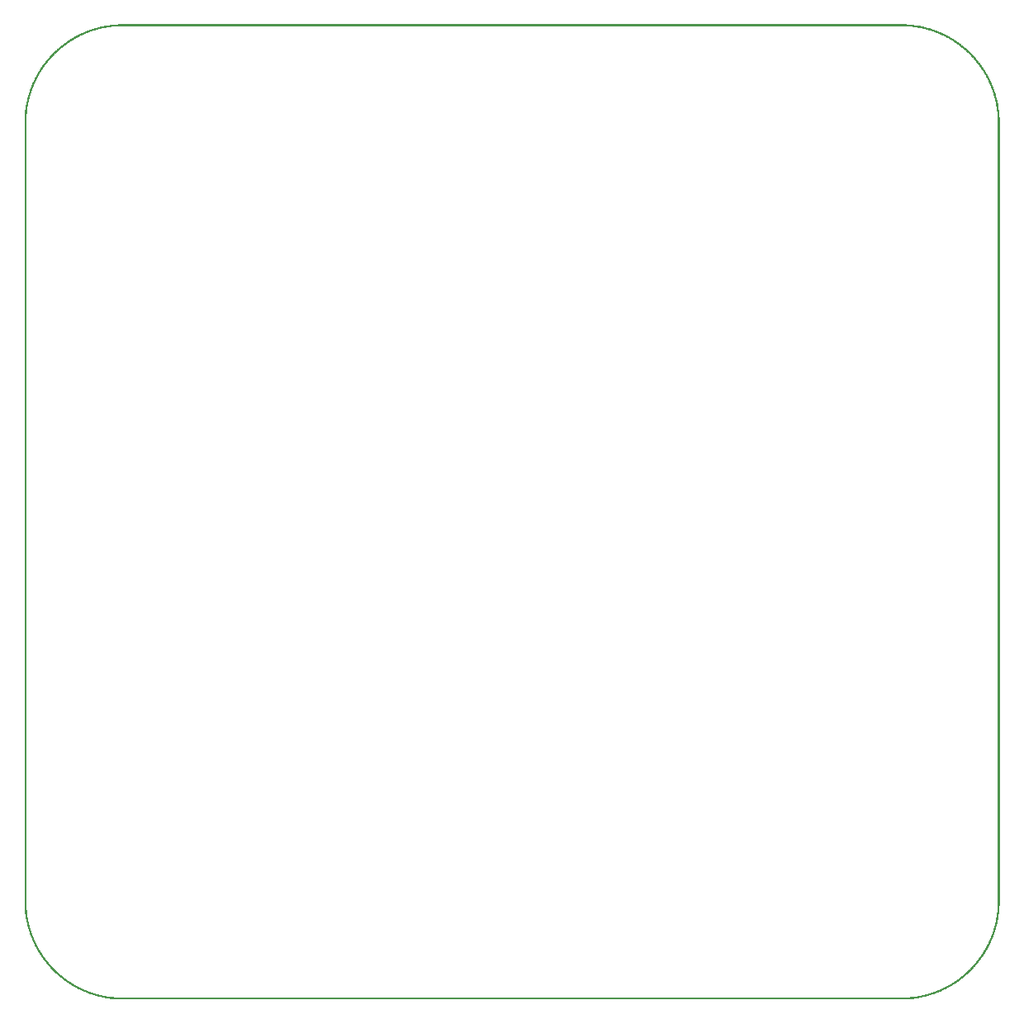
<source format=gbo>
G04 MADE WITH FRITZING*
G04 WWW.FRITZING.ORG*
G04 DOUBLE SIDED*
G04 HOLES PLATED*
G04 CONTOUR ON CENTER OF CONTOUR VECTOR*
%ASAXBY*%
%FSLAX23Y23*%
%MOIN*%
%OFA0B0*%
%SFA1.0B1.0*%
%ADD10R,0.001000X0.001000*%
%LNSILK0*%
G90*
G70*
G54D10*
X377Y3937D02*
X3559Y3937D01*
X363Y3936D02*
X3573Y3936D01*
X353Y3935D02*
X3583Y3935D01*
X344Y3934D02*
X3592Y3934D01*
X337Y3933D02*
X3599Y3933D01*
X331Y3932D02*
X3605Y3932D01*
X325Y3931D02*
X3611Y3931D01*
X320Y3930D02*
X3616Y3930D01*
X315Y3929D02*
X376Y3929D01*
X3560Y3929D02*
X3621Y3929D01*
X311Y3928D02*
X362Y3928D01*
X3574Y3928D02*
X3625Y3928D01*
X306Y3927D02*
X352Y3927D01*
X3584Y3927D02*
X3630Y3927D01*
X302Y3926D02*
X344Y3926D01*
X3592Y3926D02*
X3634Y3926D01*
X298Y3925D02*
X336Y3925D01*
X3600Y3925D02*
X3638Y3925D01*
X294Y3924D02*
X330Y3924D01*
X3606Y3924D02*
X3642Y3924D01*
X291Y3923D02*
X325Y3923D01*
X3611Y3923D02*
X3645Y3923D01*
X287Y3922D02*
X319Y3922D01*
X3617Y3922D02*
X3649Y3922D01*
X284Y3921D02*
X315Y3921D01*
X3621Y3921D02*
X3652Y3921D01*
X280Y3920D02*
X310Y3920D01*
X3626Y3920D02*
X3656Y3920D01*
X277Y3919D02*
X306Y3919D01*
X3630Y3919D02*
X3659Y3919D01*
X274Y3918D02*
X302Y3918D01*
X3634Y3918D02*
X3662Y3918D01*
X271Y3917D02*
X298Y3917D01*
X3638Y3917D02*
X3665Y3917D01*
X268Y3916D02*
X294Y3916D01*
X3642Y3916D02*
X3668Y3916D01*
X265Y3915D02*
X290Y3915D01*
X3646Y3915D02*
X3671Y3915D01*
X262Y3914D02*
X287Y3914D01*
X3649Y3914D02*
X3674Y3914D01*
X260Y3913D02*
X283Y3913D01*
X3653Y3913D02*
X3676Y3913D01*
X257Y3912D02*
X280Y3912D01*
X3656Y3912D02*
X3679Y3912D01*
X255Y3911D02*
X277Y3911D01*
X3659Y3911D02*
X3681Y3911D01*
X252Y3910D02*
X274Y3910D01*
X3662Y3910D02*
X3684Y3910D01*
X249Y3909D02*
X271Y3909D01*
X3665Y3909D02*
X3687Y3909D01*
X247Y3908D02*
X268Y3908D01*
X3668Y3908D02*
X3689Y3908D01*
X244Y3907D02*
X265Y3907D01*
X3671Y3907D02*
X3692Y3907D01*
X242Y3906D02*
X262Y3906D01*
X3674Y3906D02*
X3694Y3906D01*
X240Y3905D02*
X260Y3905D01*
X3676Y3905D02*
X3696Y3905D01*
X237Y3904D02*
X257Y3904D01*
X3679Y3904D02*
X3699Y3904D01*
X235Y3903D02*
X255Y3903D01*
X3681Y3903D02*
X3701Y3903D01*
X233Y3902D02*
X252Y3902D01*
X3684Y3902D02*
X3703Y3902D01*
X231Y3901D02*
X250Y3901D01*
X3686Y3901D02*
X3705Y3901D01*
X229Y3900D02*
X247Y3900D01*
X3689Y3900D02*
X3707Y3900D01*
X226Y3899D02*
X244Y3899D01*
X3692Y3899D02*
X3710Y3899D01*
X224Y3898D02*
X242Y3898D01*
X3694Y3898D02*
X3712Y3898D01*
X222Y3897D02*
X240Y3897D01*
X3696Y3897D02*
X3714Y3897D01*
X220Y3896D02*
X238Y3896D01*
X3698Y3896D02*
X3716Y3896D01*
X218Y3895D02*
X236Y3895D01*
X3700Y3895D02*
X3718Y3895D01*
X216Y3894D02*
X233Y3894D01*
X3703Y3894D02*
X3720Y3894D01*
X215Y3893D02*
X231Y3893D01*
X3705Y3893D02*
X3721Y3893D01*
X213Y3892D02*
X229Y3892D01*
X3707Y3892D02*
X3723Y3892D01*
X211Y3891D02*
X227Y3891D01*
X3709Y3891D02*
X3725Y3891D01*
X209Y3890D02*
X225Y3890D01*
X3711Y3890D02*
X3727Y3890D01*
X207Y3889D02*
X223Y3889D01*
X3713Y3889D02*
X3729Y3889D01*
X205Y3888D02*
X221Y3888D01*
X3715Y3888D02*
X3731Y3888D01*
X203Y3887D02*
X219Y3887D01*
X3717Y3887D02*
X3733Y3887D01*
X202Y3886D02*
X217Y3886D01*
X3719Y3886D02*
X3734Y3886D01*
X200Y3885D02*
X215Y3885D01*
X3721Y3885D02*
X3736Y3885D01*
X198Y3884D02*
X213Y3884D01*
X3723Y3884D02*
X3738Y3884D01*
X196Y3883D02*
X211Y3883D01*
X3725Y3883D02*
X3740Y3883D01*
X195Y3882D02*
X209Y3882D01*
X3727Y3882D02*
X3741Y3882D01*
X193Y3881D02*
X208Y3881D01*
X3728Y3881D02*
X3743Y3881D01*
X191Y3880D02*
X206Y3880D01*
X3730Y3880D02*
X3745Y3880D01*
X190Y3879D02*
X204Y3879D01*
X3732Y3879D02*
X3746Y3879D01*
X188Y3878D02*
X202Y3878D01*
X3734Y3878D02*
X3748Y3878D01*
X186Y3877D02*
X201Y3877D01*
X3735Y3877D02*
X3750Y3877D01*
X185Y3876D02*
X199Y3876D01*
X3737Y3876D02*
X3751Y3876D01*
X183Y3875D02*
X197Y3875D01*
X3739Y3875D02*
X3753Y3875D01*
X182Y3874D02*
X196Y3874D01*
X3740Y3874D02*
X3754Y3874D01*
X180Y3873D02*
X194Y3873D01*
X3742Y3873D02*
X3756Y3873D01*
X179Y3872D02*
X192Y3872D01*
X3744Y3872D02*
X3757Y3872D01*
X177Y3871D02*
X191Y3871D01*
X3745Y3871D02*
X3759Y3871D01*
X176Y3870D02*
X189Y3870D01*
X3747Y3870D02*
X3760Y3870D01*
X174Y3869D02*
X188Y3869D01*
X3748Y3869D02*
X3762Y3869D01*
X173Y3868D02*
X186Y3868D01*
X3750Y3868D02*
X3763Y3868D01*
X171Y3867D02*
X184Y3867D01*
X3752Y3867D02*
X3765Y3867D01*
X170Y3866D02*
X183Y3866D01*
X3753Y3866D02*
X3766Y3866D01*
X168Y3865D02*
X181Y3865D01*
X3755Y3865D02*
X3768Y3865D01*
X167Y3864D02*
X180Y3864D01*
X3756Y3864D02*
X3769Y3864D01*
X166Y3863D02*
X178Y3863D01*
X3758Y3863D02*
X3770Y3863D01*
X164Y3862D02*
X177Y3862D01*
X3759Y3862D02*
X3772Y3862D01*
X163Y3861D02*
X175Y3861D01*
X3761Y3861D02*
X3773Y3861D01*
X161Y3860D02*
X174Y3860D01*
X3762Y3860D02*
X3775Y3860D01*
X160Y3859D02*
X173Y3859D01*
X3763Y3859D02*
X3776Y3859D01*
X159Y3858D02*
X171Y3858D01*
X3765Y3858D02*
X3777Y3858D01*
X157Y3857D02*
X170Y3857D01*
X3766Y3857D02*
X3779Y3857D01*
X156Y3856D02*
X168Y3856D01*
X3768Y3856D02*
X3780Y3856D01*
X155Y3855D02*
X167Y3855D01*
X3769Y3855D02*
X3781Y3855D01*
X154Y3854D02*
X166Y3854D01*
X3770Y3854D02*
X3782Y3854D01*
X152Y3853D02*
X164Y3853D01*
X3772Y3853D02*
X3784Y3853D01*
X151Y3852D02*
X163Y3852D01*
X3773Y3852D02*
X3785Y3852D01*
X150Y3851D02*
X162Y3851D01*
X3774Y3851D02*
X3786Y3851D01*
X148Y3850D02*
X160Y3850D01*
X3776Y3850D02*
X3788Y3850D01*
X147Y3849D02*
X159Y3849D01*
X3777Y3849D02*
X3789Y3849D01*
X146Y3848D02*
X158Y3848D01*
X3778Y3848D02*
X3790Y3848D01*
X145Y3847D02*
X157Y3847D01*
X3779Y3847D02*
X3791Y3847D01*
X143Y3846D02*
X155Y3846D01*
X3781Y3846D02*
X3793Y3846D01*
X142Y3845D02*
X154Y3845D01*
X3782Y3845D02*
X3794Y3845D01*
X141Y3844D02*
X153Y3844D01*
X3783Y3844D02*
X3795Y3844D01*
X140Y3843D02*
X151Y3843D01*
X3785Y3843D02*
X3796Y3843D01*
X139Y3842D02*
X150Y3842D01*
X3786Y3842D02*
X3797Y3842D01*
X138Y3841D02*
X149Y3841D01*
X3787Y3841D02*
X3798Y3841D01*
X137Y3840D02*
X148Y3840D01*
X3788Y3840D02*
X3799Y3840D01*
X135Y3839D02*
X147Y3839D01*
X3789Y3839D02*
X3801Y3839D01*
X134Y3838D02*
X145Y3838D01*
X3791Y3838D02*
X3802Y3838D01*
X133Y3837D02*
X144Y3837D01*
X3792Y3837D02*
X3803Y3837D01*
X132Y3836D02*
X143Y3836D01*
X3793Y3836D02*
X3804Y3836D01*
X131Y3835D02*
X142Y3835D01*
X3794Y3835D02*
X3805Y3835D01*
X130Y3834D02*
X141Y3834D01*
X3795Y3834D02*
X3806Y3834D01*
X129Y3833D02*
X140Y3833D01*
X3796Y3833D02*
X3807Y3833D01*
X128Y3832D02*
X138Y3832D01*
X3798Y3832D02*
X3808Y3832D01*
X126Y3831D02*
X137Y3831D01*
X3799Y3831D02*
X3810Y3831D01*
X125Y3830D02*
X136Y3830D01*
X3800Y3830D02*
X3811Y3830D01*
X124Y3829D02*
X135Y3829D01*
X3801Y3829D02*
X3812Y3829D01*
X123Y3828D02*
X134Y3828D01*
X3802Y3828D02*
X3813Y3828D01*
X122Y3827D02*
X133Y3827D01*
X3803Y3827D02*
X3814Y3827D01*
X121Y3826D02*
X132Y3826D01*
X3804Y3826D02*
X3815Y3826D01*
X120Y3825D02*
X131Y3825D01*
X3805Y3825D02*
X3816Y3825D01*
X119Y3824D02*
X130Y3824D01*
X3806Y3824D02*
X3817Y3824D01*
X118Y3823D02*
X129Y3823D01*
X3807Y3823D02*
X3818Y3823D01*
X117Y3822D02*
X128Y3822D01*
X3808Y3822D02*
X3819Y3822D01*
X116Y3821D02*
X127Y3821D01*
X3809Y3821D02*
X3820Y3821D01*
X115Y3820D02*
X126Y3820D01*
X3810Y3820D02*
X3821Y3820D01*
X114Y3819D02*
X124Y3819D01*
X3812Y3819D02*
X3822Y3819D01*
X113Y3818D02*
X123Y3818D01*
X3813Y3818D02*
X3823Y3818D01*
X112Y3817D02*
X122Y3817D01*
X3814Y3817D02*
X3824Y3817D01*
X111Y3816D02*
X121Y3816D01*
X3815Y3816D02*
X3825Y3816D01*
X110Y3815D02*
X120Y3815D01*
X3816Y3815D02*
X3826Y3815D01*
X109Y3814D02*
X119Y3814D01*
X3817Y3814D02*
X3827Y3814D01*
X108Y3813D02*
X118Y3813D01*
X3818Y3813D02*
X3828Y3813D01*
X107Y3812D02*
X117Y3812D01*
X3819Y3812D02*
X3829Y3812D01*
X106Y3811D02*
X117Y3811D01*
X3819Y3811D02*
X3830Y3811D01*
X106Y3810D02*
X116Y3810D01*
X3820Y3810D02*
X3830Y3810D01*
X105Y3809D02*
X115Y3809D01*
X3821Y3809D02*
X3831Y3809D01*
X104Y3808D02*
X114Y3808D01*
X3822Y3808D02*
X3832Y3808D01*
X103Y3807D02*
X113Y3807D01*
X3823Y3807D02*
X3833Y3807D01*
X102Y3806D02*
X112Y3806D01*
X3824Y3806D02*
X3834Y3806D01*
X101Y3805D02*
X111Y3805D01*
X3825Y3805D02*
X3835Y3805D01*
X100Y3804D02*
X110Y3804D01*
X3826Y3804D02*
X3836Y3804D01*
X99Y3803D02*
X109Y3803D01*
X3827Y3803D02*
X3837Y3803D01*
X98Y3802D02*
X108Y3802D01*
X3828Y3802D02*
X3838Y3802D01*
X98Y3801D02*
X107Y3801D01*
X3829Y3801D02*
X3838Y3801D01*
X97Y3800D02*
X106Y3800D01*
X3830Y3800D02*
X3839Y3800D01*
X96Y3799D02*
X105Y3799D01*
X3831Y3799D02*
X3840Y3799D01*
X95Y3798D02*
X104Y3798D01*
X3832Y3798D02*
X3841Y3798D01*
X94Y3797D02*
X104Y3797D01*
X3832Y3797D02*
X3842Y3797D01*
X93Y3796D02*
X103Y3796D01*
X3833Y3796D02*
X3843Y3796D01*
X92Y3795D02*
X102Y3795D01*
X3834Y3795D02*
X3844Y3795D01*
X91Y3794D02*
X101Y3794D01*
X3835Y3794D02*
X3845Y3794D01*
X91Y3793D02*
X100Y3793D01*
X3836Y3793D02*
X3845Y3793D01*
X90Y3792D02*
X99Y3792D01*
X3837Y3792D02*
X3846Y3792D01*
X89Y3791D02*
X98Y3791D01*
X3838Y3791D02*
X3847Y3791D01*
X88Y3790D02*
X98Y3790D01*
X3838Y3790D02*
X3848Y3790D01*
X87Y3789D02*
X97Y3789D01*
X3839Y3789D02*
X3849Y3789D01*
X87Y3788D02*
X96Y3788D01*
X3840Y3788D02*
X3849Y3788D01*
X86Y3787D02*
X95Y3787D01*
X3841Y3787D02*
X3850Y3787D01*
X85Y3786D02*
X94Y3786D01*
X3842Y3786D02*
X3851Y3786D01*
X84Y3785D02*
X93Y3785D01*
X3843Y3785D02*
X3852Y3785D01*
X84Y3784D02*
X93Y3784D01*
X3843Y3784D02*
X3852Y3784D01*
X83Y3783D02*
X92Y3783D01*
X3844Y3783D02*
X3853Y3783D01*
X82Y3782D02*
X91Y3782D01*
X3845Y3782D02*
X3854Y3782D01*
X81Y3781D02*
X90Y3781D01*
X3846Y3781D02*
X3855Y3781D01*
X80Y3780D02*
X90Y3780D01*
X3846Y3780D02*
X3856Y3780D01*
X80Y3779D02*
X89Y3779D01*
X3847Y3779D02*
X3856Y3779D01*
X79Y3778D02*
X88Y3778D01*
X3848Y3778D02*
X3857Y3778D01*
X78Y3777D02*
X87Y3777D01*
X3849Y3777D02*
X3858Y3777D01*
X77Y3776D02*
X86Y3776D01*
X3850Y3776D02*
X3859Y3776D01*
X77Y3775D02*
X86Y3775D01*
X3850Y3775D02*
X3859Y3775D01*
X76Y3774D02*
X85Y3774D01*
X3851Y3774D02*
X3860Y3774D01*
X75Y3773D02*
X84Y3773D01*
X3852Y3773D02*
X3861Y3773D01*
X75Y3772D02*
X83Y3772D01*
X3853Y3772D02*
X3861Y3772D01*
X74Y3771D02*
X83Y3771D01*
X3853Y3771D02*
X3862Y3771D01*
X73Y3770D02*
X82Y3770D01*
X3854Y3770D02*
X3863Y3770D01*
X72Y3769D02*
X81Y3769D01*
X3855Y3769D02*
X3864Y3769D01*
X72Y3768D02*
X80Y3768D01*
X3856Y3768D02*
X3864Y3768D01*
X71Y3767D02*
X80Y3767D01*
X3856Y3767D02*
X3865Y3767D01*
X70Y3766D02*
X79Y3766D01*
X3857Y3766D02*
X3866Y3766D01*
X70Y3765D02*
X78Y3765D01*
X3858Y3765D02*
X3866Y3765D01*
X69Y3764D02*
X78Y3764D01*
X3858Y3764D02*
X3867Y3764D01*
X68Y3763D02*
X77Y3763D01*
X3859Y3763D02*
X3868Y3763D01*
X68Y3762D02*
X76Y3762D01*
X3860Y3762D02*
X3868Y3762D01*
X67Y3761D02*
X75Y3761D01*
X3861Y3761D02*
X3869Y3761D01*
X66Y3760D02*
X75Y3760D01*
X3861Y3760D02*
X3870Y3760D01*
X66Y3759D02*
X74Y3759D01*
X3862Y3759D02*
X3870Y3759D01*
X65Y3758D02*
X73Y3758D01*
X3863Y3758D02*
X3871Y3758D01*
X64Y3757D02*
X73Y3757D01*
X3863Y3757D02*
X3872Y3757D01*
X64Y3756D02*
X72Y3756D01*
X3864Y3756D02*
X3872Y3756D01*
X63Y3755D02*
X71Y3755D01*
X3865Y3755D02*
X3873Y3755D01*
X62Y3754D02*
X71Y3754D01*
X3865Y3754D02*
X3874Y3754D01*
X62Y3753D02*
X70Y3753D01*
X3866Y3753D02*
X3874Y3753D01*
X61Y3752D02*
X69Y3752D01*
X3867Y3752D02*
X3875Y3752D01*
X60Y3751D02*
X69Y3751D01*
X3867Y3751D02*
X3876Y3751D01*
X60Y3750D02*
X68Y3750D01*
X3868Y3750D02*
X3876Y3750D01*
X59Y3749D02*
X68Y3749D01*
X3868Y3749D02*
X3877Y3749D01*
X59Y3748D02*
X67Y3748D01*
X3869Y3748D02*
X3877Y3748D01*
X58Y3747D02*
X66Y3747D01*
X3870Y3747D02*
X3878Y3747D01*
X57Y3746D02*
X66Y3746D01*
X3870Y3746D02*
X3879Y3746D01*
X57Y3745D02*
X65Y3745D01*
X3871Y3745D02*
X3879Y3745D01*
X56Y3744D02*
X64Y3744D01*
X3872Y3744D02*
X3880Y3744D01*
X56Y3743D02*
X64Y3743D01*
X3872Y3743D02*
X3880Y3743D01*
X55Y3742D02*
X63Y3742D01*
X3873Y3742D02*
X3881Y3742D01*
X54Y3741D02*
X63Y3741D01*
X3873Y3741D02*
X3882Y3741D01*
X54Y3740D02*
X62Y3740D01*
X3874Y3740D02*
X3882Y3740D01*
X53Y3739D02*
X61Y3739D01*
X3875Y3739D02*
X3883Y3739D01*
X53Y3738D02*
X61Y3738D01*
X3875Y3738D02*
X3883Y3738D01*
X52Y3737D02*
X60Y3737D01*
X3876Y3737D02*
X3884Y3737D01*
X52Y3736D02*
X60Y3736D01*
X3876Y3736D02*
X3884Y3736D01*
X51Y3735D02*
X59Y3735D01*
X3877Y3735D02*
X3885Y3735D01*
X50Y3734D02*
X58Y3734D01*
X3878Y3734D02*
X3886Y3734D01*
X50Y3733D02*
X58Y3733D01*
X3878Y3733D02*
X3886Y3733D01*
X49Y3732D02*
X57Y3732D01*
X3879Y3732D02*
X3887Y3732D01*
X49Y3731D02*
X57Y3731D01*
X3879Y3731D02*
X3887Y3731D01*
X48Y3730D02*
X56Y3730D01*
X3880Y3730D02*
X3888Y3730D01*
X48Y3729D02*
X56Y3729D01*
X3880Y3729D02*
X3888Y3729D01*
X47Y3728D02*
X55Y3728D01*
X3881Y3728D02*
X3889Y3728D01*
X47Y3727D02*
X54Y3727D01*
X3882Y3727D02*
X3889Y3727D01*
X46Y3726D02*
X54Y3726D01*
X3882Y3726D02*
X3890Y3726D01*
X46Y3725D02*
X53Y3725D01*
X3883Y3725D02*
X3890Y3725D01*
X45Y3724D02*
X53Y3724D01*
X3883Y3724D02*
X3891Y3724D01*
X45Y3723D02*
X52Y3723D01*
X3884Y3723D02*
X3891Y3723D01*
X44Y3722D02*
X52Y3722D01*
X3884Y3722D02*
X3892Y3722D01*
X43Y3721D02*
X51Y3721D01*
X3885Y3721D02*
X3893Y3721D01*
X43Y3720D02*
X51Y3720D01*
X3885Y3720D02*
X3893Y3720D01*
X42Y3719D02*
X50Y3719D01*
X3886Y3719D02*
X3894Y3719D01*
X42Y3718D02*
X50Y3718D01*
X3886Y3718D02*
X3894Y3718D01*
X41Y3717D02*
X49Y3717D01*
X3887Y3717D02*
X3895Y3717D01*
X41Y3716D02*
X49Y3716D01*
X3887Y3716D02*
X3895Y3716D01*
X40Y3715D02*
X48Y3715D01*
X3888Y3715D02*
X3896Y3715D01*
X40Y3714D02*
X48Y3714D01*
X3888Y3714D02*
X3896Y3714D01*
X39Y3713D02*
X47Y3713D01*
X3889Y3713D02*
X3897Y3713D01*
X39Y3712D02*
X47Y3712D01*
X3889Y3712D02*
X3897Y3712D01*
X38Y3711D02*
X46Y3711D01*
X3890Y3711D02*
X3898Y3711D01*
X38Y3710D02*
X46Y3710D01*
X3890Y3710D02*
X3898Y3710D01*
X38Y3709D02*
X45Y3709D01*
X3891Y3709D02*
X3898Y3709D01*
X37Y3708D02*
X45Y3708D01*
X3891Y3708D02*
X3899Y3708D01*
X37Y3707D02*
X44Y3707D01*
X3892Y3707D02*
X3899Y3707D01*
X36Y3706D02*
X44Y3706D01*
X3892Y3706D02*
X3900Y3706D01*
X36Y3705D02*
X43Y3705D01*
X3893Y3705D02*
X3900Y3705D01*
X35Y3704D02*
X43Y3704D01*
X3893Y3704D02*
X3901Y3704D01*
X35Y3703D02*
X42Y3703D01*
X3894Y3703D02*
X3901Y3703D01*
X34Y3702D02*
X42Y3702D01*
X3894Y3702D02*
X3902Y3702D01*
X34Y3701D02*
X42Y3701D01*
X3894Y3701D02*
X3902Y3701D01*
X33Y3700D02*
X41Y3700D01*
X3895Y3700D02*
X3903Y3700D01*
X33Y3699D02*
X41Y3699D01*
X3895Y3699D02*
X3903Y3699D01*
X33Y3698D02*
X40Y3698D01*
X3896Y3698D02*
X3903Y3698D01*
X32Y3697D02*
X40Y3697D01*
X3896Y3697D02*
X3904Y3697D01*
X32Y3696D02*
X39Y3696D01*
X3897Y3696D02*
X3904Y3696D01*
X31Y3695D02*
X39Y3695D01*
X3897Y3695D02*
X3905Y3695D01*
X31Y3694D02*
X38Y3694D01*
X3898Y3694D02*
X3905Y3694D01*
X30Y3693D02*
X38Y3693D01*
X3898Y3693D02*
X3906Y3693D01*
X30Y3692D02*
X37Y3692D01*
X3899Y3692D02*
X3906Y3692D01*
X30Y3691D02*
X37Y3691D01*
X3899Y3691D02*
X3906Y3691D01*
X29Y3690D02*
X37Y3690D01*
X3899Y3690D02*
X3907Y3690D01*
X29Y3689D02*
X36Y3689D01*
X3900Y3689D02*
X3907Y3689D01*
X28Y3688D02*
X36Y3688D01*
X3900Y3688D02*
X3908Y3688D01*
X28Y3687D02*
X36Y3687D01*
X3900Y3687D02*
X3908Y3687D01*
X28Y3686D02*
X35Y3686D01*
X3901Y3686D02*
X3908Y3686D01*
X27Y3685D02*
X35Y3685D01*
X3901Y3685D02*
X3909Y3685D01*
X27Y3684D02*
X34Y3684D01*
X3902Y3684D02*
X3909Y3684D01*
X27Y3683D02*
X34Y3683D01*
X3902Y3683D02*
X3909Y3683D01*
X26Y3682D02*
X34Y3682D01*
X3902Y3682D02*
X3910Y3682D01*
X26Y3681D02*
X33Y3681D01*
X3903Y3681D02*
X3910Y3681D01*
X25Y3680D02*
X33Y3680D01*
X3903Y3680D02*
X3911Y3680D01*
X25Y3679D02*
X32Y3679D01*
X3904Y3679D02*
X3911Y3679D01*
X25Y3678D02*
X32Y3678D01*
X3904Y3678D02*
X3911Y3678D01*
X24Y3677D02*
X32Y3677D01*
X3904Y3677D02*
X3912Y3677D01*
X24Y3676D02*
X31Y3676D01*
X3905Y3676D02*
X3912Y3676D01*
X23Y3675D02*
X31Y3675D01*
X3905Y3675D02*
X3913Y3675D01*
X23Y3674D02*
X30Y3674D01*
X3906Y3674D02*
X3913Y3674D01*
X23Y3673D02*
X30Y3673D01*
X3906Y3673D02*
X3913Y3673D01*
X22Y3672D02*
X30Y3672D01*
X3906Y3672D02*
X3914Y3672D01*
X22Y3671D02*
X29Y3671D01*
X3907Y3671D02*
X3914Y3671D01*
X22Y3670D02*
X29Y3670D01*
X3907Y3670D02*
X3914Y3670D01*
X21Y3669D02*
X29Y3669D01*
X3907Y3669D02*
X3915Y3669D01*
X21Y3668D02*
X28Y3668D01*
X3908Y3668D02*
X3915Y3668D01*
X21Y3667D02*
X28Y3667D01*
X3908Y3667D02*
X3915Y3667D01*
X20Y3666D02*
X28Y3666D01*
X3908Y3666D02*
X3916Y3666D01*
X20Y3665D02*
X27Y3665D01*
X3909Y3665D02*
X3916Y3665D01*
X20Y3664D02*
X27Y3664D01*
X3909Y3664D02*
X3916Y3664D01*
X19Y3663D02*
X27Y3663D01*
X3909Y3663D02*
X3917Y3663D01*
X19Y3662D02*
X26Y3662D01*
X3910Y3662D02*
X3917Y3662D01*
X19Y3661D02*
X26Y3661D01*
X3910Y3661D02*
X3917Y3661D01*
X18Y3660D02*
X26Y3660D01*
X3910Y3660D02*
X3918Y3660D01*
X18Y3659D02*
X25Y3659D01*
X3911Y3659D02*
X3918Y3659D01*
X18Y3658D02*
X25Y3658D01*
X3911Y3658D02*
X3918Y3658D01*
X17Y3657D02*
X25Y3657D01*
X3911Y3657D02*
X3919Y3657D01*
X17Y3656D02*
X24Y3656D01*
X3912Y3656D02*
X3919Y3656D01*
X17Y3655D02*
X24Y3655D01*
X3912Y3655D02*
X3919Y3655D01*
X17Y3654D02*
X24Y3654D01*
X3912Y3654D02*
X3919Y3654D01*
X16Y3653D02*
X23Y3653D01*
X3913Y3653D02*
X3920Y3653D01*
X16Y3652D02*
X23Y3652D01*
X3913Y3652D02*
X3920Y3652D01*
X16Y3651D02*
X23Y3651D01*
X3913Y3651D02*
X3920Y3651D01*
X15Y3650D02*
X23Y3650D01*
X3913Y3650D02*
X3921Y3650D01*
X15Y3649D02*
X22Y3649D01*
X3914Y3649D02*
X3921Y3649D01*
X15Y3648D02*
X22Y3648D01*
X3914Y3648D02*
X3921Y3648D01*
X15Y3647D02*
X22Y3647D01*
X3914Y3647D02*
X3921Y3647D01*
X14Y3646D02*
X21Y3646D01*
X3915Y3646D02*
X3922Y3646D01*
X14Y3645D02*
X21Y3645D01*
X3915Y3645D02*
X3922Y3645D01*
X14Y3644D02*
X21Y3644D01*
X3915Y3644D02*
X3922Y3644D01*
X13Y3643D02*
X21Y3643D01*
X3915Y3643D02*
X3923Y3643D01*
X13Y3642D02*
X20Y3642D01*
X3916Y3642D02*
X3923Y3642D01*
X13Y3641D02*
X20Y3641D01*
X3916Y3641D02*
X3923Y3641D01*
X13Y3640D02*
X20Y3640D01*
X3916Y3640D02*
X3923Y3640D01*
X12Y3639D02*
X20Y3639D01*
X3916Y3639D02*
X3924Y3639D01*
X12Y3638D02*
X19Y3638D01*
X3917Y3638D02*
X3924Y3638D01*
X12Y3637D02*
X19Y3637D01*
X3917Y3637D02*
X3924Y3637D01*
X12Y3636D02*
X19Y3636D01*
X3917Y3636D02*
X3924Y3636D01*
X11Y3635D02*
X19Y3635D01*
X3917Y3635D02*
X3925Y3635D01*
X11Y3634D02*
X18Y3634D01*
X3918Y3634D02*
X3925Y3634D01*
X11Y3633D02*
X18Y3633D01*
X3918Y3633D02*
X3925Y3633D01*
X11Y3632D02*
X18Y3632D01*
X3918Y3632D02*
X3925Y3632D01*
X10Y3631D02*
X18Y3631D01*
X3918Y3631D02*
X3926Y3631D01*
X10Y3630D02*
X17Y3630D01*
X3919Y3630D02*
X3926Y3630D01*
X10Y3629D02*
X17Y3629D01*
X3919Y3629D02*
X3926Y3629D01*
X10Y3628D02*
X17Y3628D01*
X3919Y3628D02*
X3926Y3628D01*
X10Y3627D02*
X17Y3627D01*
X3919Y3627D02*
X3926Y3627D01*
X9Y3626D02*
X16Y3626D01*
X3920Y3626D02*
X3927Y3626D01*
X9Y3625D02*
X16Y3625D01*
X3920Y3625D02*
X3927Y3625D01*
X9Y3624D02*
X16Y3624D01*
X3920Y3624D02*
X3927Y3624D01*
X9Y3623D02*
X16Y3623D01*
X3920Y3623D02*
X3927Y3623D01*
X8Y3622D02*
X16Y3622D01*
X3920Y3622D02*
X3928Y3622D01*
X8Y3621D02*
X15Y3621D01*
X3921Y3621D02*
X3928Y3621D01*
X8Y3620D02*
X15Y3620D01*
X3921Y3620D02*
X3928Y3620D01*
X8Y3619D02*
X15Y3619D01*
X3921Y3619D02*
X3928Y3619D01*
X8Y3618D02*
X15Y3618D01*
X3921Y3618D02*
X3928Y3618D01*
X7Y3617D02*
X14Y3617D01*
X3922Y3617D02*
X3929Y3617D01*
X7Y3616D02*
X14Y3616D01*
X3922Y3616D02*
X3929Y3616D01*
X7Y3615D02*
X14Y3615D01*
X3922Y3615D02*
X3929Y3615D01*
X7Y3614D02*
X14Y3614D01*
X3922Y3614D02*
X3929Y3614D01*
X7Y3613D02*
X14Y3613D01*
X3922Y3613D02*
X3929Y3613D01*
X6Y3612D02*
X14Y3612D01*
X3922Y3612D02*
X3930Y3612D01*
X6Y3611D02*
X13Y3611D01*
X3923Y3611D02*
X3930Y3611D01*
X6Y3610D02*
X13Y3610D01*
X3923Y3610D02*
X3930Y3610D01*
X6Y3609D02*
X13Y3609D01*
X3923Y3609D02*
X3930Y3609D01*
X6Y3608D02*
X13Y3608D01*
X3923Y3608D02*
X3930Y3608D01*
X6Y3607D02*
X13Y3607D01*
X3923Y3607D02*
X3930Y3607D01*
X5Y3606D02*
X12Y3606D01*
X3924Y3606D02*
X3931Y3606D01*
X5Y3605D02*
X12Y3605D01*
X3924Y3605D02*
X3931Y3605D01*
X5Y3604D02*
X12Y3604D01*
X3924Y3604D02*
X3931Y3604D01*
X5Y3603D02*
X12Y3603D01*
X3924Y3603D02*
X3931Y3603D01*
X5Y3602D02*
X12Y3602D01*
X3924Y3602D02*
X3931Y3602D01*
X5Y3601D02*
X12Y3601D01*
X3924Y3601D02*
X3931Y3601D01*
X4Y3600D02*
X11Y3600D01*
X3925Y3600D02*
X3932Y3600D01*
X4Y3599D02*
X11Y3599D01*
X3925Y3599D02*
X3932Y3599D01*
X4Y3598D02*
X11Y3598D01*
X3925Y3598D02*
X3932Y3598D01*
X4Y3597D02*
X11Y3597D01*
X3925Y3597D02*
X3932Y3597D01*
X4Y3596D02*
X11Y3596D01*
X3925Y3596D02*
X3932Y3596D01*
X4Y3595D02*
X11Y3595D01*
X3925Y3595D02*
X3932Y3595D01*
X4Y3594D02*
X11Y3594D01*
X3925Y3594D02*
X3932Y3594D01*
X3Y3593D02*
X11Y3593D01*
X3925Y3593D02*
X3933Y3593D01*
X3Y3592D02*
X10Y3592D01*
X3926Y3592D02*
X3933Y3592D01*
X3Y3591D02*
X10Y3591D01*
X3926Y3591D02*
X3933Y3591D01*
X3Y3590D02*
X10Y3590D01*
X3926Y3590D02*
X3933Y3590D01*
X3Y3589D02*
X10Y3589D01*
X3926Y3589D02*
X3933Y3589D01*
X3Y3588D02*
X10Y3588D01*
X3926Y3588D02*
X3933Y3588D01*
X3Y3587D02*
X10Y3587D01*
X3926Y3587D02*
X3933Y3587D01*
X3Y3586D02*
X10Y3586D01*
X3926Y3586D02*
X3933Y3586D01*
X3Y3585D02*
X10Y3585D01*
X3926Y3585D02*
X3933Y3585D01*
X2Y3584D02*
X9Y3584D01*
X3927Y3584D02*
X3934Y3584D01*
X2Y3583D02*
X9Y3583D01*
X3927Y3583D02*
X3934Y3583D01*
X2Y3582D02*
X9Y3582D01*
X3927Y3582D02*
X3934Y3582D01*
X2Y3581D02*
X9Y3581D01*
X3927Y3581D02*
X3934Y3581D01*
X2Y3580D02*
X9Y3580D01*
X3927Y3580D02*
X3934Y3580D01*
X2Y3579D02*
X9Y3579D01*
X3927Y3579D02*
X3934Y3579D01*
X2Y3578D02*
X9Y3578D01*
X3927Y3578D02*
X3934Y3578D01*
X2Y3577D02*
X9Y3577D01*
X3927Y3577D02*
X3934Y3577D01*
X2Y3576D02*
X9Y3576D01*
X3927Y3576D02*
X3934Y3576D01*
X2Y3575D02*
X9Y3575D01*
X3927Y3575D02*
X3934Y3575D01*
X1Y3574D02*
X8Y3574D01*
X3928Y3574D02*
X3935Y3574D01*
X1Y3573D02*
X8Y3573D01*
X3928Y3573D02*
X3935Y3573D01*
X1Y3572D02*
X8Y3572D01*
X3928Y3572D02*
X3935Y3572D01*
X1Y3571D02*
X8Y3571D01*
X3928Y3571D02*
X3935Y3571D01*
X1Y3570D02*
X8Y3570D01*
X3928Y3570D02*
X3935Y3570D01*
X1Y3569D02*
X8Y3569D01*
X3928Y3569D02*
X3935Y3569D01*
X1Y3568D02*
X8Y3568D01*
X3928Y3568D02*
X3935Y3568D01*
X1Y3567D02*
X8Y3567D01*
X3928Y3567D02*
X3935Y3567D01*
X1Y3566D02*
X8Y3566D01*
X3928Y3566D02*
X3935Y3566D01*
X1Y3565D02*
X8Y3565D01*
X3928Y3565D02*
X3935Y3565D01*
X1Y3564D02*
X8Y3564D01*
X3928Y3564D02*
X3935Y3564D01*
X1Y3563D02*
X8Y3563D01*
X3928Y3563D02*
X3935Y3563D01*
X1Y3562D02*
X8Y3562D01*
X3928Y3562D02*
X3935Y3562D01*
X1Y3561D02*
X8Y3561D01*
X3928Y3561D02*
X3935Y3561D01*
X0Y3560D02*
X7Y3560D01*
X3929Y3560D02*
X3936Y3560D01*
X0Y3559D02*
X7Y3559D01*
X3929Y3559D02*
X3936Y3559D01*
X0Y3558D02*
X7Y3558D01*
X3929Y3558D02*
X3936Y3558D01*
X0Y3557D02*
X7Y3557D01*
X3929Y3557D02*
X3936Y3557D01*
X0Y3556D02*
X7Y3556D01*
X3929Y3556D02*
X3936Y3556D01*
X0Y3555D02*
X7Y3555D01*
X3929Y3555D02*
X3936Y3555D01*
X0Y3554D02*
X7Y3554D01*
X3929Y3554D02*
X3936Y3554D01*
X0Y3553D02*
X7Y3553D01*
X3929Y3553D02*
X3936Y3553D01*
X0Y3552D02*
X7Y3552D01*
X3929Y3552D02*
X3936Y3552D01*
X0Y3551D02*
X7Y3551D01*
X3929Y3551D02*
X3936Y3551D01*
X0Y3550D02*
X7Y3550D01*
X3929Y3550D02*
X3936Y3550D01*
X0Y3549D02*
X7Y3549D01*
X3929Y3549D02*
X3936Y3549D01*
X0Y3548D02*
X7Y3548D01*
X3929Y3548D02*
X3936Y3548D01*
X0Y3547D02*
X7Y3547D01*
X3929Y3547D02*
X3936Y3547D01*
X0Y3546D02*
X7Y3546D01*
X3929Y3546D02*
X3936Y3546D01*
X0Y3545D02*
X7Y3545D01*
X3929Y3545D02*
X3936Y3545D01*
X0Y3544D02*
X7Y3544D01*
X3929Y3544D02*
X3936Y3544D01*
X0Y3543D02*
X7Y3543D01*
X3929Y3543D02*
X3936Y3543D01*
X0Y3542D02*
X7Y3542D01*
X3929Y3542D02*
X3936Y3542D01*
X0Y3541D02*
X7Y3541D01*
X3929Y3541D02*
X3936Y3541D01*
X0Y3540D02*
X7Y3540D01*
X3929Y3540D02*
X3936Y3540D01*
X0Y3539D02*
X7Y3539D01*
X3929Y3539D02*
X3936Y3539D01*
X0Y3538D02*
X7Y3538D01*
X3929Y3538D02*
X3936Y3538D01*
X0Y3537D02*
X7Y3537D01*
X3929Y3537D02*
X3936Y3537D01*
X0Y3536D02*
X7Y3536D01*
X3929Y3536D02*
X3936Y3536D01*
X0Y3535D02*
X7Y3535D01*
X3929Y3535D02*
X3936Y3535D01*
X0Y3534D02*
X7Y3534D01*
X3929Y3534D02*
X3936Y3534D01*
X0Y3533D02*
X7Y3533D01*
X3929Y3533D02*
X3936Y3533D01*
X0Y3532D02*
X7Y3532D01*
X3929Y3532D02*
X3936Y3532D01*
X0Y3531D02*
X7Y3531D01*
X3929Y3531D02*
X3936Y3531D01*
X0Y3530D02*
X7Y3530D01*
X3929Y3530D02*
X3936Y3530D01*
X0Y3529D02*
X7Y3529D01*
X3929Y3529D02*
X3936Y3529D01*
X0Y3528D02*
X7Y3528D01*
X3929Y3528D02*
X3936Y3528D01*
X0Y3527D02*
X7Y3527D01*
X3929Y3527D02*
X3936Y3527D01*
X0Y3526D02*
X7Y3526D01*
X3929Y3526D02*
X3936Y3526D01*
X0Y3525D02*
X7Y3525D01*
X3929Y3525D02*
X3936Y3525D01*
X0Y3524D02*
X7Y3524D01*
X3929Y3524D02*
X3936Y3524D01*
X0Y3523D02*
X7Y3523D01*
X3929Y3523D02*
X3936Y3523D01*
X0Y3522D02*
X7Y3522D01*
X3929Y3522D02*
X3936Y3522D01*
X0Y3521D02*
X7Y3521D01*
X3929Y3521D02*
X3936Y3521D01*
X0Y3520D02*
X7Y3520D01*
X3929Y3520D02*
X3936Y3520D01*
X0Y3519D02*
X7Y3519D01*
X3929Y3519D02*
X3936Y3519D01*
X0Y3518D02*
X7Y3518D01*
X3929Y3518D02*
X3936Y3518D01*
X0Y3517D02*
X7Y3517D01*
X3929Y3517D02*
X3936Y3517D01*
X0Y3516D02*
X7Y3516D01*
X3929Y3516D02*
X3936Y3516D01*
X0Y3515D02*
X7Y3515D01*
X3929Y3515D02*
X3936Y3515D01*
X0Y3514D02*
X7Y3514D01*
X3929Y3514D02*
X3936Y3514D01*
X0Y3513D02*
X7Y3513D01*
X3929Y3513D02*
X3936Y3513D01*
X0Y3512D02*
X7Y3512D01*
X3929Y3512D02*
X3936Y3512D01*
X0Y3511D02*
X7Y3511D01*
X3929Y3511D02*
X3936Y3511D01*
X0Y3510D02*
X7Y3510D01*
X3929Y3510D02*
X3936Y3510D01*
X0Y3509D02*
X7Y3509D01*
X3929Y3509D02*
X3936Y3509D01*
X0Y3508D02*
X7Y3508D01*
X3929Y3508D02*
X3936Y3508D01*
X0Y3507D02*
X7Y3507D01*
X3929Y3507D02*
X3936Y3507D01*
X0Y3506D02*
X7Y3506D01*
X3929Y3506D02*
X3936Y3506D01*
X0Y3505D02*
X7Y3505D01*
X3929Y3505D02*
X3936Y3505D01*
X0Y3504D02*
X7Y3504D01*
X3929Y3504D02*
X3936Y3504D01*
X0Y3503D02*
X7Y3503D01*
X3929Y3503D02*
X3936Y3503D01*
X0Y3502D02*
X7Y3502D01*
X3929Y3502D02*
X3936Y3502D01*
X0Y3501D02*
X7Y3501D01*
X3929Y3501D02*
X3936Y3501D01*
X0Y3500D02*
X7Y3500D01*
X3929Y3500D02*
X3936Y3500D01*
X0Y3499D02*
X7Y3499D01*
X3929Y3499D02*
X3936Y3499D01*
X0Y3498D02*
X7Y3498D01*
X3929Y3498D02*
X3936Y3498D01*
X0Y3497D02*
X7Y3497D01*
X3929Y3497D02*
X3936Y3497D01*
X0Y3496D02*
X7Y3496D01*
X3929Y3496D02*
X3936Y3496D01*
X0Y3495D02*
X7Y3495D01*
X3929Y3495D02*
X3936Y3495D01*
X0Y3494D02*
X7Y3494D01*
X3929Y3494D02*
X3936Y3494D01*
X0Y3493D02*
X7Y3493D01*
X3929Y3493D02*
X3936Y3493D01*
X0Y3492D02*
X7Y3492D01*
X3929Y3492D02*
X3936Y3492D01*
X0Y3491D02*
X7Y3491D01*
X3929Y3491D02*
X3936Y3491D01*
X0Y3490D02*
X7Y3490D01*
X3929Y3490D02*
X3936Y3490D01*
X0Y3489D02*
X7Y3489D01*
X3929Y3489D02*
X3936Y3489D01*
X0Y3488D02*
X7Y3488D01*
X3929Y3488D02*
X3936Y3488D01*
X0Y3487D02*
X7Y3487D01*
X3929Y3487D02*
X3936Y3487D01*
X0Y3486D02*
X7Y3486D01*
X3929Y3486D02*
X3936Y3486D01*
X0Y3485D02*
X7Y3485D01*
X3929Y3485D02*
X3936Y3485D01*
X0Y3484D02*
X7Y3484D01*
X3929Y3484D02*
X3936Y3484D01*
X0Y3483D02*
X7Y3483D01*
X3929Y3483D02*
X3936Y3483D01*
X0Y3482D02*
X7Y3482D01*
X3929Y3482D02*
X3936Y3482D01*
X0Y3481D02*
X7Y3481D01*
X3929Y3481D02*
X3936Y3481D01*
X0Y3480D02*
X7Y3480D01*
X3929Y3480D02*
X3936Y3480D01*
X0Y3479D02*
X7Y3479D01*
X3929Y3479D02*
X3936Y3479D01*
X0Y3478D02*
X7Y3478D01*
X3929Y3478D02*
X3936Y3478D01*
X0Y3477D02*
X7Y3477D01*
X3929Y3477D02*
X3936Y3477D01*
X0Y3476D02*
X7Y3476D01*
X3929Y3476D02*
X3936Y3476D01*
X0Y3475D02*
X7Y3475D01*
X3929Y3475D02*
X3936Y3475D01*
X0Y3474D02*
X7Y3474D01*
X3929Y3474D02*
X3936Y3474D01*
X0Y3473D02*
X7Y3473D01*
X3929Y3473D02*
X3936Y3473D01*
X0Y3472D02*
X7Y3472D01*
X3929Y3472D02*
X3936Y3472D01*
X0Y3471D02*
X7Y3471D01*
X3929Y3471D02*
X3936Y3471D01*
X0Y3470D02*
X7Y3470D01*
X3929Y3470D02*
X3936Y3470D01*
X0Y3469D02*
X7Y3469D01*
X3929Y3469D02*
X3936Y3469D01*
X0Y3468D02*
X7Y3468D01*
X3929Y3468D02*
X3936Y3468D01*
X0Y3467D02*
X7Y3467D01*
X3929Y3467D02*
X3936Y3467D01*
X0Y3466D02*
X7Y3466D01*
X3929Y3466D02*
X3936Y3466D01*
X0Y3465D02*
X7Y3465D01*
X3929Y3465D02*
X3936Y3465D01*
X0Y3464D02*
X7Y3464D01*
X3929Y3464D02*
X3936Y3464D01*
X0Y3463D02*
X7Y3463D01*
X3929Y3463D02*
X3936Y3463D01*
X0Y3462D02*
X7Y3462D01*
X3929Y3462D02*
X3936Y3462D01*
X0Y3461D02*
X7Y3461D01*
X3929Y3461D02*
X3936Y3461D01*
X0Y3460D02*
X7Y3460D01*
X3929Y3460D02*
X3936Y3460D01*
X0Y3459D02*
X7Y3459D01*
X3929Y3459D02*
X3936Y3459D01*
X0Y3458D02*
X7Y3458D01*
X3929Y3458D02*
X3936Y3458D01*
X0Y3457D02*
X7Y3457D01*
X3929Y3457D02*
X3936Y3457D01*
X0Y3456D02*
X7Y3456D01*
X3929Y3456D02*
X3936Y3456D01*
X0Y3455D02*
X7Y3455D01*
X3929Y3455D02*
X3936Y3455D01*
X0Y3454D02*
X7Y3454D01*
X3929Y3454D02*
X3936Y3454D01*
X0Y3453D02*
X7Y3453D01*
X3929Y3453D02*
X3936Y3453D01*
X0Y3452D02*
X7Y3452D01*
X3929Y3452D02*
X3936Y3452D01*
X0Y3451D02*
X7Y3451D01*
X3929Y3451D02*
X3936Y3451D01*
X0Y3450D02*
X7Y3450D01*
X3929Y3450D02*
X3936Y3450D01*
X0Y3449D02*
X7Y3449D01*
X3929Y3449D02*
X3936Y3449D01*
X0Y3448D02*
X7Y3448D01*
X3929Y3448D02*
X3936Y3448D01*
X0Y3447D02*
X7Y3447D01*
X3929Y3447D02*
X3936Y3447D01*
X0Y3446D02*
X7Y3446D01*
X3929Y3446D02*
X3936Y3446D01*
X0Y3445D02*
X7Y3445D01*
X3929Y3445D02*
X3936Y3445D01*
X0Y3444D02*
X7Y3444D01*
X3929Y3444D02*
X3936Y3444D01*
X0Y3443D02*
X7Y3443D01*
X3929Y3443D02*
X3936Y3443D01*
X0Y3442D02*
X7Y3442D01*
X3929Y3442D02*
X3936Y3442D01*
X0Y3441D02*
X7Y3441D01*
X3929Y3441D02*
X3936Y3441D01*
X0Y3440D02*
X7Y3440D01*
X3929Y3440D02*
X3936Y3440D01*
X0Y3439D02*
X7Y3439D01*
X3929Y3439D02*
X3936Y3439D01*
X0Y3438D02*
X7Y3438D01*
X3929Y3438D02*
X3936Y3438D01*
X0Y3437D02*
X7Y3437D01*
X3929Y3437D02*
X3936Y3437D01*
X0Y3436D02*
X7Y3436D01*
X3929Y3436D02*
X3936Y3436D01*
X0Y3435D02*
X7Y3435D01*
X3929Y3435D02*
X3936Y3435D01*
X0Y3434D02*
X7Y3434D01*
X3929Y3434D02*
X3936Y3434D01*
X0Y3433D02*
X7Y3433D01*
X3929Y3433D02*
X3936Y3433D01*
X0Y3432D02*
X7Y3432D01*
X3929Y3432D02*
X3936Y3432D01*
X0Y3431D02*
X7Y3431D01*
X3929Y3431D02*
X3936Y3431D01*
X0Y3430D02*
X7Y3430D01*
X3929Y3430D02*
X3936Y3430D01*
X0Y3429D02*
X7Y3429D01*
X3929Y3429D02*
X3936Y3429D01*
X0Y3428D02*
X7Y3428D01*
X3929Y3428D02*
X3936Y3428D01*
X0Y3427D02*
X7Y3427D01*
X3929Y3427D02*
X3936Y3427D01*
X0Y3426D02*
X7Y3426D01*
X3929Y3426D02*
X3936Y3426D01*
X0Y3425D02*
X7Y3425D01*
X3929Y3425D02*
X3936Y3425D01*
X0Y3424D02*
X7Y3424D01*
X3929Y3424D02*
X3936Y3424D01*
X0Y3423D02*
X7Y3423D01*
X3929Y3423D02*
X3936Y3423D01*
X0Y3422D02*
X7Y3422D01*
X3929Y3422D02*
X3936Y3422D01*
X0Y3421D02*
X7Y3421D01*
X3929Y3421D02*
X3936Y3421D01*
X0Y3420D02*
X7Y3420D01*
X3929Y3420D02*
X3936Y3420D01*
X0Y3419D02*
X7Y3419D01*
X3929Y3419D02*
X3936Y3419D01*
X0Y3418D02*
X7Y3418D01*
X3929Y3418D02*
X3936Y3418D01*
X0Y3417D02*
X7Y3417D01*
X3929Y3417D02*
X3936Y3417D01*
X0Y3416D02*
X7Y3416D01*
X3929Y3416D02*
X3936Y3416D01*
X0Y3415D02*
X7Y3415D01*
X3929Y3415D02*
X3936Y3415D01*
X0Y3414D02*
X7Y3414D01*
X3929Y3414D02*
X3936Y3414D01*
X0Y3413D02*
X7Y3413D01*
X3929Y3413D02*
X3936Y3413D01*
X0Y3412D02*
X7Y3412D01*
X3929Y3412D02*
X3936Y3412D01*
X0Y3411D02*
X7Y3411D01*
X3929Y3411D02*
X3936Y3411D01*
X0Y3410D02*
X7Y3410D01*
X3929Y3410D02*
X3936Y3410D01*
X0Y3409D02*
X7Y3409D01*
X3929Y3409D02*
X3936Y3409D01*
X0Y3408D02*
X7Y3408D01*
X3929Y3408D02*
X3936Y3408D01*
X0Y3407D02*
X7Y3407D01*
X3929Y3407D02*
X3936Y3407D01*
X0Y3406D02*
X7Y3406D01*
X3929Y3406D02*
X3936Y3406D01*
X0Y3405D02*
X7Y3405D01*
X3929Y3405D02*
X3936Y3405D01*
X0Y3404D02*
X7Y3404D01*
X3929Y3404D02*
X3936Y3404D01*
X0Y3403D02*
X7Y3403D01*
X3929Y3403D02*
X3936Y3403D01*
X0Y3402D02*
X7Y3402D01*
X3929Y3402D02*
X3936Y3402D01*
X0Y3401D02*
X7Y3401D01*
X3929Y3401D02*
X3936Y3401D01*
X0Y3400D02*
X7Y3400D01*
X3929Y3400D02*
X3936Y3400D01*
X0Y3399D02*
X7Y3399D01*
X3929Y3399D02*
X3936Y3399D01*
X0Y3398D02*
X7Y3398D01*
X3929Y3398D02*
X3936Y3398D01*
X0Y3397D02*
X7Y3397D01*
X3929Y3397D02*
X3936Y3397D01*
X0Y3396D02*
X7Y3396D01*
X3929Y3396D02*
X3936Y3396D01*
X0Y3395D02*
X7Y3395D01*
X3929Y3395D02*
X3936Y3395D01*
X0Y3394D02*
X7Y3394D01*
X3929Y3394D02*
X3936Y3394D01*
X0Y3393D02*
X7Y3393D01*
X3929Y3393D02*
X3936Y3393D01*
X0Y3392D02*
X7Y3392D01*
X3929Y3392D02*
X3936Y3392D01*
X0Y3391D02*
X7Y3391D01*
X3929Y3391D02*
X3936Y3391D01*
X0Y3390D02*
X7Y3390D01*
X3929Y3390D02*
X3936Y3390D01*
X0Y3389D02*
X7Y3389D01*
X3929Y3389D02*
X3936Y3389D01*
X0Y3388D02*
X7Y3388D01*
X3929Y3388D02*
X3936Y3388D01*
X0Y3387D02*
X7Y3387D01*
X3929Y3387D02*
X3936Y3387D01*
X0Y3386D02*
X7Y3386D01*
X3929Y3386D02*
X3936Y3386D01*
X0Y3385D02*
X7Y3385D01*
X3929Y3385D02*
X3936Y3385D01*
X0Y3384D02*
X7Y3384D01*
X3929Y3384D02*
X3936Y3384D01*
X0Y3383D02*
X7Y3383D01*
X3929Y3383D02*
X3936Y3383D01*
X0Y3382D02*
X7Y3382D01*
X3929Y3382D02*
X3936Y3382D01*
X0Y3381D02*
X7Y3381D01*
X3929Y3381D02*
X3936Y3381D01*
X0Y3380D02*
X7Y3380D01*
X3929Y3380D02*
X3936Y3380D01*
X0Y3379D02*
X7Y3379D01*
X3929Y3379D02*
X3936Y3379D01*
X0Y3378D02*
X7Y3378D01*
X3929Y3378D02*
X3936Y3378D01*
X0Y3377D02*
X7Y3377D01*
X3929Y3377D02*
X3936Y3377D01*
X0Y3376D02*
X7Y3376D01*
X3929Y3376D02*
X3936Y3376D01*
X0Y3375D02*
X7Y3375D01*
X3929Y3375D02*
X3936Y3375D01*
X0Y3374D02*
X7Y3374D01*
X3929Y3374D02*
X3936Y3374D01*
X0Y3373D02*
X7Y3373D01*
X3929Y3373D02*
X3936Y3373D01*
X0Y3372D02*
X7Y3372D01*
X3929Y3372D02*
X3936Y3372D01*
X0Y3371D02*
X7Y3371D01*
X3929Y3371D02*
X3936Y3371D01*
X0Y3370D02*
X7Y3370D01*
X3929Y3370D02*
X3936Y3370D01*
X0Y3369D02*
X7Y3369D01*
X3929Y3369D02*
X3936Y3369D01*
X0Y3368D02*
X7Y3368D01*
X3929Y3368D02*
X3936Y3368D01*
X0Y3367D02*
X7Y3367D01*
X3929Y3367D02*
X3936Y3367D01*
X0Y3366D02*
X7Y3366D01*
X3929Y3366D02*
X3936Y3366D01*
X0Y3365D02*
X7Y3365D01*
X3929Y3365D02*
X3936Y3365D01*
X0Y3364D02*
X7Y3364D01*
X3929Y3364D02*
X3936Y3364D01*
X0Y3363D02*
X7Y3363D01*
X3929Y3363D02*
X3936Y3363D01*
X0Y3362D02*
X7Y3362D01*
X3929Y3362D02*
X3936Y3362D01*
X0Y3361D02*
X7Y3361D01*
X3929Y3361D02*
X3936Y3361D01*
X0Y3360D02*
X7Y3360D01*
X3929Y3360D02*
X3936Y3360D01*
X0Y3359D02*
X7Y3359D01*
X3929Y3359D02*
X3936Y3359D01*
X0Y3358D02*
X7Y3358D01*
X3929Y3358D02*
X3936Y3358D01*
X0Y3357D02*
X7Y3357D01*
X3929Y3357D02*
X3936Y3357D01*
X0Y3356D02*
X7Y3356D01*
X3929Y3356D02*
X3936Y3356D01*
X0Y3355D02*
X7Y3355D01*
X3929Y3355D02*
X3936Y3355D01*
X0Y3354D02*
X7Y3354D01*
X3929Y3354D02*
X3936Y3354D01*
X0Y3353D02*
X7Y3353D01*
X3929Y3353D02*
X3936Y3353D01*
X0Y3352D02*
X7Y3352D01*
X3929Y3352D02*
X3936Y3352D01*
X0Y3351D02*
X7Y3351D01*
X3929Y3351D02*
X3936Y3351D01*
X0Y3350D02*
X7Y3350D01*
X3929Y3350D02*
X3936Y3350D01*
X0Y3349D02*
X7Y3349D01*
X3929Y3349D02*
X3936Y3349D01*
X0Y3348D02*
X7Y3348D01*
X3929Y3348D02*
X3936Y3348D01*
X0Y3347D02*
X7Y3347D01*
X3929Y3347D02*
X3936Y3347D01*
X0Y3346D02*
X7Y3346D01*
X3929Y3346D02*
X3936Y3346D01*
X0Y3345D02*
X7Y3345D01*
X3929Y3345D02*
X3936Y3345D01*
X0Y3344D02*
X7Y3344D01*
X3929Y3344D02*
X3936Y3344D01*
X0Y3343D02*
X7Y3343D01*
X3929Y3343D02*
X3936Y3343D01*
X0Y3342D02*
X7Y3342D01*
X3929Y3342D02*
X3936Y3342D01*
X0Y3341D02*
X7Y3341D01*
X3929Y3341D02*
X3936Y3341D01*
X0Y3340D02*
X7Y3340D01*
X3929Y3340D02*
X3936Y3340D01*
X0Y3339D02*
X7Y3339D01*
X3929Y3339D02*
X3936Y3339D01*
X0Y3338D02*
X7Y3338D01*
X3929Y3338D02*
X3936Y3338D01*
X0Y3337D02*
X7Y3337D01*
X3929Y3337D02*
X3936Y3337D01*
X0Y3336D02*
X7Y3336D01*
X3929Y3336D02*
X3936Y3336D01*
X0Y3335D02*
X7Y3335D01*
X3929Y3335D02*
X3936Y3335D01*
X0Y3334D02*
X7Y3334D01*
X3929Y3334D02*
X3936Y3334D01*
X0Y3333D02*
X7Y3333D01*
X3929Y3333D02*
X3936Y3333D01*
X0Y3332D02*
X7Y3332D01*
X3929Y3332D02*
X3936Y3332D01*
X0Y3331D02*
X7Y3331D01*
X3929Y3331D02*
X3936Y3331D01*
X0Y3330D02*
X7Y3330D01*
X3929Y3330D02*
X3936Y3330D01*
X0Y3329D02*
X7Y3329D01*
X3929Y3329D02*
X3936Y3329D01*
X0Y3328D02*
X7Y3328D01*
X3929Y3328D02*
X3936Y3328D01*
X0Y3327D02*
X7Y3327D01*
X3929Y3327D02*
X3936Y3327D01*
X0Y3326D02*
X7Y3326D01*
X3929Y3326D02*
X3936Y3326D01*
X0Y3325D02*
X7Y3325D01*
X3929Y3325D02*
X3936Y3325D01*
X0Y3324D02*
X7Y3324D01*
X3929Y3324D02*
X3936Y3324D01*
X0Y3323D02*
X7Y3323D01*
X3929Y3323D02*
X3936Y3323D01*
X0Y3322D02*
X7Y3322D01*
X3929Y3322D02*
X3936Y3322D01*
X0Y3321D02*
X7Y3321D01*
X3929Y3321D02*
X3936Y3321D01*
X0Y3320D02*
X7Y3320D01*
X3929Y3320D02*
X3936Y3320D01*
X0Y3319D02*
X7Y3319D01*
X3929Y3319D02*
X3936Y3319D01*
X0Y3318D02*
X7Y3318D01*
X3929Y3318D02*
X3936Y3318D01*
X0Y3317D02*
X7Y3317D01*
X3929Y3317D02*
X3936Y3317D01*
X0Y3316D02*
X7Y3316D01*
X3929Y3316D02*
X3936Y3316D01*
X0Y3315D02*
X7Y3315D01*
X3929Y3315D02*
X3936Y3315D01*
X0Y3314D02*
X7Y3314D01*
X3929Y3314D02*
X3936Y3314D01*
X0Y3313D02*
X7Y3313D01*
X3929Y3313D02*
X3936Y3313D01*
X0Y3312D02*
X7Y3312D01*
X3929Y3312D02*
X3936Y3312D01*
X0Y3311D02*
X7Y3311D01*
X3929Y3311D02*
X3936Y3311D01*
X0Y3310D02*
X7Y3310D01*
X3929Y3310D02*
X3936Y3310D01*
X0Y3309D02*
X7Y3309D01*
X3929Y3309D02*
X3936Y3309D01*
X0Y3308D02*
X7Y3308D01*
X3929Y3308D02*
X3936Y3308D01*
X0Y3307D02*
X7Y3307D01*
X3929Y3307D02*
X3936Y3307D01*
X0Y3306D02*
X7Y3306D01*
X3929Y3306D02*
X3936Y3306D01*
X0Y3305D02*
X7Y3305D01*
X3929Y3305D02*
X3936Y3305D01*
X0Y3304D02*
X7Y3304D01*
X3929Y3304D02*
X3936Y3304D01*
X0Y3303D02*
X7Y3303D01*
X3929Y3303D02*
X3936Y3303D01*
X0Y3302D02*
X7Y3302D01*
X3929Y3302D02*
X3936Y3302D01*
X0Y3301D02*
X7Y3301D01*
X3929Y3301D02*
X3936Y3301D01*
X0Y3300D02*
X7Y3300D01*
X3929Y3300D02*
X3936Y3300D01*
X0Y3299D02*
X7Y3299D01*
X3929Y3299D02*
X3936Y3299D01*
X0Y3298D02*
X7Y3298D01*
X3929Y3298D02*
X3936Y3298D01*
X0Y3297D02*
X7Y3297D01*
X3929Y3297D02*
X3936Y3297D01*
X0Y3296D02*
X7Y3296D01*
X3929Y3296D02*
X3936Y3296D01*
X0Y3295D02*
X7Y3295D01*
X3929Y3295D02*
X3936Y3295D01*
X0Y3294D02*
X7Y3294D01*
X3929Y3294D02*
X3936Y3294D01*
X0Y3293D02*
X7Y3293D01*
X3929Y3293D02*
X3936Y3293D01*
X0Y3292D02*
X7Y3292D01*
X3929Y3292D02*
X3936Y3292D01*
X0Y3291D02*
X7Y3291D01*
X3929Y3291D02*
X3936Y3291D01*
X0Y3290D02*
X7Y3290D01*
X3929Y3290D02*
X3936Y3290D01*
X0Y3289D02*
X7Y3289D01*
X3929Y3289D02*
X3936Y3289D01*
X0Y3288D02*
X7Y3288D01*
X3929Y3288D02*
X3936Y3288D01*
X0Y3287D02*
X7Y3287D01*
X3929Y3287D02*
X3936Y3287D01*
X0Y3286D02*
X7Y3286D01*
X3929Y3286D02*
X3936Y3286D01*
X0Y3285D02*
X7Y3285D01*
X3929Y3285D02*
X3936Y3285D01*
X0Y3284D02*
X7Y3284D01*
X3929Y3284D02*
X3936Y3284D01*
X0Y3283D02*
X7Y3283D01*
X3929Y3283D02*
X3936Y3283D01*
X0Y3282D02*
X7Y3282D01*
X3929Y3282D02*
X3936Y3282D01*
X0Y3281D02*
X7Y3281D01*
X3929Y3281D02*
X3936Y3281D01*
X0Y3280D02*
X7Y3280D01*
X3929Y3280D02*
X3936Y3280D01*
X0Y3279D02*
X7Y3279D01*
X3929Y3279D02*
X3936Y3279D01*
X0Y3278D02*
X7Y3278D01*
X3929Y3278D02*
X3936Y3278D01*
X0Y3277D02*
X7Y3277D01*
X3929Y3277D02*
X3936Y3277D01*
X0Y3276D02*
X7Y3276D01*
X3929Y3276D02*
X3936Y3276D01*
X0Y3275D02*
X7Y3275D01*
X3929Y3275D02*
X3936Y3275D01*
X0Y3274D02*
X7Y3274D01*
X3929Y3274D02*
X3936Y3274D01*
X0Y3273D02*
X7Y3273D01*
X3929Y3273D02*
X3936Y3273D01*
X0Y3272D02*
X7Y3272D01*
X3929Y3272D02*
X3936Y3272D01*
X0Y3271D02*
X7Y3271D01*
X3929Y3271D02*
X3936Y3271D01*
X0Y3270D02*
X7Y3270D01*
X3929Y3270D02*
X3936Y3270D01*
X0Y3269D02*
X7Y3269D01*
X3929Y3269D02*
X3936Y3269D01*
X0Y3268D02*
X7Y3268D01*
X3929Y3268D02*
X3936Y3268D01*
X0Y3267D02*
X7Y3267D01*
X3929Y3267D02*
X3936Y3267D01*
X0Y3266D02*
X7Y3266D01*
X3929Y3266D02*
X3936Y3266D01*
X0Y3265D02*
X7Y3265D01*
X3929Y3265D02*
X3936Y3265D01*
X0Y3264D02*
X7Y3264D01*
X3929Y3264D02*
X3936Y3264D01*
X0Y3263D02*
X7Y3263D01*
X3929Y3263D02*
X3936Y3263D01*
X0Y3262D02*
X7Y3262D01*
X3929Y3262D02*
X3936Y3262D01*
X0Y3261D02*
X7Y3261D01*
X3929Y3261D02*
X3936Y3261D01*
X0Y3260D02*
X7Y3260D01*
X3929Y3260D02*
X3936Y3260D01*
X0Y3259D02*
X7Y3259D01*
X3929Y3259D02*
X3936Y3259D01*
X0Y3258D02*
X7Y3258D01*
X3929Y3258D02*
X3936Y3258D01*
X0Y3257D02*
X7Y3257D01*
X3929Y3257D02*
X3936Y3257D01*
X0Y3256D02*
X7Y3256D01*
X3929Y3256D02*
X3936Y3256D01*
X0Y3255D02*
X7Y3255D01*
X3929Y3255D02*
X3936Y3255D01*
X0Y3254D02*
X7Y3254D01*
X3929Y3254D02*
X3936Y3254D01*
X0Y3253D02*
X7Y3253D01*
X3929Y3253D02*
X3936Y3253D01*
X0Y3252D02*
X7Y3252D01*
X3929Y3252D02*
X3936Y3252D01*
X0Y3251D02*
X7Y3251D01*
X3929Y3251D02*
X3936Y3251D01*
X0Y3250D02*
X7Y3250D01*
X3929Y3250D02*
X3936Y3250D01*
X0Y3249D02*
X7Y3249D01*
X3929Y3249D02*
X3936Y3249D01*
X0Y3248D02*
X7Y3248D01*
X3929Y3248D02*
X3936Y3248D01*
X0Y3247D02*
X7Y3247D01*
X3929Y3247D02*
X3936Y3247D01*
X0Y3246D02*
X7Y3246D01*
X3929Y3246D02*
X3936Y3246D01*
X0Y3245D02*
X7Y3245D01*
X3929Y3245D02*
X3936Y3245D01*
X0Y3244D02*
X7Y3244D01*
X3929Y3244D02*
X3936Y3244D01*
X0Y3243D02*
X7Y3243D01*
X3929Y3243D02*
X3936Y3243D01*
X0Y3242D02*
X7Y3242D01*
X3929Y3242D02*
X3936Y3242D01*
X0Y3241D02*
X7Y3241D01*
X3929Y3241D02*
X3936Y3241D01*
X0Y3240D02*
X7Y3240D01*
X3929Y3240D02*
X3936Y3240D01*
X0Y3239D02*
X7Y3239D01*
X3929Y3239D02*
X3936Y3239D01*
X0Y3238D02*
X7Y3238D01*
X3929Y3238D02*
X3936Y3238D01*
X0Y3237D02*
X7Y3237D01*
X3929Y3237D02*
X3936Y3237D01*
X0Y3236D02*
X7Y3236D01*
X3929Y3236D02*
X3936Y3236D01*
X0Y3235D02*
X7Y3235D01*
X3929Y3235D02*
X3936Y3235D01*
X0Y3234D02*
X7Y3234D01*
X3929Y3234D02*
X3936Y3234D01*
X0Y3233D02*
X7Y3233D01*
X3929Y3233D02*
X3936Y3233D01*
X0Y3232D02*
X7Y3232D01*
X3929Y3232D02*
X3936Y3232D01*
X0Y3231D02*
X7Y3231D01*
X3929Y3231D02*
X3936Y3231D01*
X0Y3230D02*
X7Y3230D01*
X3929Y3230D02*
X3936Y3230D01*
X0Y3229D02*
X7Y3229D01*
X3929Y3229D02*
X3936Y3229D01*
X0Y3228D02*
X7Y3228D01*
X3929Y3228D02*
X3936Y3228D01*
X0Y3227D02*
X7Y3227D01*
X3929Y3227D02*
X3936Y3227D01*
X0Y3226D02*
X7Y3226D01*
X3929Y3226D02*
X3936Y3226D01*
X0Y3225D02*
X7Y3225D01*
X3929Y3225D02*
X3936Y3225D01*
X0Y3224D02*
X7Y3224D01*
X3929Y3224D02*
X3936Y3224D01*
X0Y3223D02*
X7Y3223D01*
X3929Y3223D02*
X3936Y3223D01*
X0Y3222D02*
X7Y3222D01*
X3929Y3222D02*
X3936Y3222D01*
X0Y3221D02*
X7Y3221D01*
X3929Y3221D02*
X3936Y3221D01*
X0Y3220D02*
X7Y3220D01*
X3929Y3220D02*
X3936Y3220D01*
X0Y3219D02*
X7Y3219D01*
X3929Y3219D02*
X3936Y3219D01*
X0Y3218D02*
X7Y3218D01*
X3929Y3218D02*
X3936Y3218D01*
X0Y3217D02*
X7Y3217D01*
X3929Y3217D02*
X3936Y3217D01*
X0Y3216D02*
X7Y3216D01*
X3929Y3216D02*
X3936Y3216D01*
X0Y3215D02*
X7Y3215D01*
X3929Y3215D02*
X3936Y3215D01*
X0Y3214D02*
X7Y3214D01*
X3929Y3214D02*
X3936Y3214D01*
X0Y3213D02*
X7Y3213D01*
X3929Y3213D02*
X3936Y3213D01*
X0Y3212D02*
X7Y3212D01*
X3929Y3212D02*
X3936Y3212D01*
X0Y3211D02*
X7Y3211D01*
X3929Y3211D02*
X3936Y3211D01*
X0Y3210D02*
X7Y3210D01*
X3929Y3210D02*
X3936Y3210D01*
X0Y3209D02*
X7Y3209D01*
X3929Y3209D02*
X3936Y3209D01*
X0Y3208D02*
X7Y3208D01*
X3929Y3208D02*
X3936Y3208D01*
X0Y3207D02*
X7Y3207D01*
X3929Y3207D02*
X3936Y3207D01*
X0Y3206D02*
X7Y3206D01*
X3929Y3206D02*
X3936Y3206D01*
X0Y3205D02*
X7Y3205D01*
X3929Y3205D02*
X3936Y3205D01*
X0Y3204D02*
X7Y3204D01*
X3929Y3204D02*
X3936Y3204D01*
X0Y3203D02*
X7Y3203D01*
X3929Y3203D02*
X3936Y3203D01*
X0Y3202D02*
X7Y3202D01*
X3929Y3202D02*
X3936Y3202D01*
X0Y3201D02*
X7Y3201D01*
X3929Y3201D02*
X3936Y3201D01*
X0Y3200D02*
X7Y3200D01*
X3929Y3200D02*
X3936Y3200D01*
X0Y3199D02*
X7Y3199D01*
X3929Y3199D02*
X3936Y3199D01*
X0Y3198D02*
X7Y3198D01*
X3929Y3198D02*
X3936Y3198D01*
X0Y3197D02*
X7Y3197D01*
X3929Y3197D02*
X3936Y3197D01*
X0Y3196D02*
X7Y3196D01*
X3929Y3196D02*
X3936Y3196D01*
X0Y3195D02*
X7Y3195D01*
X3929Y3195D02*
X3936Y3195D01*
X0Y3194D02*
X7Y3194D01*
X3929Y3194D02*
X3936Y3194D01*
X0Y3193D02*
X7Y3193D01*
X3929Y3193D02*
X3936Y3193D01*
X0Y3192D02*
X7Y3192D01*
X3929Y3192D02*
X3936Y3192D01*
X0Y3191D02*
X7Y3191D01*
X3929Y3191D02*
X3936Y3191D01*
X0Y3190D02*
X7Y3190D01*
X3929Y3190D02*
X3936Y3190D01*
X0Y3189D02*
X7Y3189D01*
X3929Y3189D02*
X3936Y3189D01*
X0Y3188D02*
X7Y3188D01*
X3929Y3188D02*
X3936Y3188D01*
X0Y3187D02*
X7Y3187D01*
X3929Y3187D02*
X3936Y3187D01*
X0Y3186D02*
X7Y3186D01*
X3929Y3186D02*
X3936Y3186D01*
X0Y3185D02*
X7Y3185D01*
X3929Y3185D02*
X3936Y3185D01*
X0Y3184D02*
X7Y3184D01*
X3929Y3184D02*
X3936Y3184D01*
X0Y3183D02*
X7Y3183D01*
X3929Y3183D02*
X3936Y3183D01*
X0Y3182D02*
X7Y3182D01*
X3929Y3182D02*
X3936Y3182D01*
X0Y3181D02*
X7Y3181D01*
X3929Y3181D02*
X3936Y3181D01*
X0Y3180D02*
X7Y3180D01*
X3929Y3180D02*
X3936Y3180D01*
X0Y3179D02*
X7Y3179D01*
X3929Y3179D02*
X3936Y3179D01*
X0Y3178D02*
X7Y3178D01*
X3929Y3178D02*
X3936Y3178D01*
X0Y3177D02*
X7Y3177D01*
X3929Y3177D02*
X3936Y3177D01*
X0Y3176D02*
X7Y3176D01*
X3929Y3176D02*
X3936Y3176D01*
X0Y3175D02*
X7Y3175D01*
X3929Y3175D02*
X3936Y3175D01*
X0Y3174D02*
X7Y3174D01*
X3929Y3174D02*
X3936Y3174D01*
X0Y3173D02*
X7Y3173D01*
X3929Y3173D02*
X3936Y3173D01*
X0Y3172D02*
X7Y3172D01*
X3929Y3172D02*
X3936Y3172D01*
X0Y3171D02*
X7Y3171D01*
X3929Y3171D02*
X3936Y3171D01*
X0Y3170D02*
X7Y3170D01*
X3929Y3170D02*
X3936Y3170D01*
X0Y3169D02*
X7Y3169D01*
X3929Y3169D02*
X3936Y3169D01*
X0Y3168D02*
X7Y3168D01*
X3929Y3168D02*
X3936Y3168D01*
X0Y3167D02*
X7Y3167D01*
X3929Y3167D02*
X3936Y3167D01*
X0Y3166D02*
X7Y3166D01*
X3929Y3166D02*
X3936Y3166D01*
X0Y3165D02*
X7Y3165D01*
X3929Y3165D02*
X3936Y3165D01*
X0Y3164D02*
X7Y3164D01*
X3929Y3164D02*
X3936Y3164D01*
X0Y3163D02*
X7Y3163D01*
X3929Y3163D02*
X3936Y3163D01*
X0Y3162D02*
X7Y3162D01*
X3929Y3162D02*
X3936Y3162D01*
X0Y3161D02*
X7Y3161D01*
X3929Y3161D02*
X3936Y3161D01*
X0Y3160D02*
X7Y3160D01*
X3929Y3160D02*
X3936Y3160D01*
X0Y3159D02*
X7Y3159D01*
X3929Y3159D02*
X3936Y3159D01*
X0Y3158D02*
X7Y3158D01*
X3929Y3158D02*
X3936Y3158D01*
X0Y3157D02*
X7Y3157D01*
X3929Y3157D02*
X3936Y3157D01*
X0Y3156D02*
X7Y3156D01*
X3929Y3156D02*
X3936Y3156D01*
X0Y3155D02*
X7Y3155D01*
X3929Y3155D02*
X3936Y3155D01*
X0Y3154D02*
X7Y3154D01*
X3929Y3154D02*
X3936Y3154D01*
X0Y3153D02*
X7Y3153D01*
X3929Y3153D02*
X3936Y3153D01*
X0Y3152D02*
X7Y3152D01*
X3929Y3152D02*
X3936Y3152D01*
X0Y3151D02*
X7Y3151D01*
X3929Y3151D02*
X3936Y3151D01*
X0Y3150D02*
X7Y3150D01*
X3929Y3150D02*
X3936Y3150D01*
X0Y3149D02*
X7Y3149D01*
X3929Y3149D02*
X3936Y3149D01*
X0Y3148D02*
X7Y3148D01*
X3929Y3148D02*
X3936Y3148D01*
X0Y3147D02*
X7Y3147D01*
X3929Y3147D02*
X3936Y3147D01*
X0Y3146D02*
X7Y3146D01*
X3929Y3146D02*
X3936Y3146D01*
X0Y3145D02*
X7Y3145D01*
X3929Y3145D02*
X3936Y3145D01*
X0Y3144D02*
X7Y3144D01*
X3929Y3144D02*
X3936Y3144D01*
X0Y3143D02*
X7Y3143D01*
X3929Y3143D02*
X3936Y3143D01*
X0Y3142D02*
X7Y3142D01*
X3929Y3142D02*
X3936Y3142D01*
X0Y3141D02*
X7Y3141D01*
X3929Y3141D02*
X3936Y3141D01*
X0Y3140D02*
X7Y3140D01*
X3929Y3140D02*
X3936Y3140D01*
X0Y3139D02*
X7Y3139D01*
X3929Y3139D02*
X3936Y3139D01*
X0Y3138D02*
X7Y3138D01*
X3929Y3138D02*
X3936Y3138D01*
X0Y3137D02*
X7Y3137D01*
X3929Y3137D02*
X3936Y3137D01*
X0Y3136D02*
X7Y3136D01*
X3929Y3136D02*
X3936Y3136D01*
X0Y3135D02*
X7Y3135D01*
X3929Y3135D02*
X3936Y3135D01*
X0Y3134D02*
X7Y3134D01*
X3929Y3134D02*
X3936Y3134D01*
X0Y3133D02*
X7Y3133D01*
X3929Y3133D02*
X3936Y3133D01*
X0Y3132D02*
X7Y3132D01*
X3929Y3132D02*
X3936Y3132D01*
X0Y3131D02*
X7Y3131D01*
X3929Y3131D02*
X3936Y3131D01*
X0Y3130D02*
X7Y3130D01*
X3929Y3130D02*
X3936Y3130D01*
X0Y3129D02*
X7Y3129D01*
X3929Y3129D02*
X3936Y3129D01*
X0Y3128D02*
X7Y3128D01*
X3929Y3128D02*
X3936Y3128D01*
X0Y3127D02*
X7Y3127D01*
X3929Y3127D02*
X3936Y3127D01*
X0Y3126D02*
X7Y3126D01*
X3929Y3126D02*
X3936Y3126D01*
X0Y3125D02*
X7Y3125D01*
X3929Y3125D02*
X3936Y3125D01*
X0Y3124D02*
X7Y3124D01*
X3929Y3124D02*
X3936Y3124D01*
X0Y3123D02*
X7Y3123D01*
X3929Y3123D02*
X3936Y3123D01*
X0Y3122D02*
X7Y3122D01*
X3929Y3122D02*
X3936Y3122D01*
X0Y3121D02*
X7Y3121D01*
X3929Y3121D02*
X3936Y3121D01*
X0Y3120D02*
X7Y3120D01*
X3929Y3120D02*
X3936Y3120D01*
X0Y3119D02*
X7Y3119D01*
X3929Y3119D02*
X3936Y3119D01*
X0Y3118D02*
X7Y3118D01*
X3929Y3118D02*
X3936Y3118D01*
X0Y3117D02*
X7Y3117D01*
X3929Y3117D02*
X3936Y3117D01*
X0Y3116D02*
X7Y3116D01*
X3929Y3116D02*
X3936Y3116D01*
X0Y3115D02*
X7Y3115D01*
X3929Y3115D02*
X3936Y3115D01*
X0Y3114D02*
X7Y3114D01*
X3929Y3114D02*
X3936Y3114D01*
X0Y3113D02*
X7Y3113D01*
X3929Y3113D02*
X3936Y3113D01*
X0Y3112D02*
X7Y3112D01*
X3929Y3112D02*
X3936Y3112D01*
X0Y3111D02*
X7Y3111D01*
X3929Y3111D02*
X3936Y3111D01*
X0Y3110D02*
X7Y3110D01*
X3929Y3110D02*
X3936Y3110D01*
X0Y3109D02*
X7Y3109D01*
X3929Y3109D02*
X3936Y3109D01*
X0Y3108D02*
X7Y3108D01*
X3929Y3108D02*
X3936Y3108D01*
X0Y3107D02*
X7Y3107D01*
X3929Y3107D02*
X3936Y3107D01*
X0Y3106D02*
X7Y3106D01*
X3929Y3106D02*
X3936Y3106D01*
X0Y3105D02*
X7Y3105D01*
X3929Y3105D02*
X3936Y3105D01*
X0Y3104D02*
X7Y3104D01*
X3929Y3104D02*
X3936Y3104D01*
X0Y3103D02*
X7Y3103D01*
X3929Y3103D02*
X3936Y3103D01*
X0Y3102D02*
X7Y3102D01*
X3929Y3102D02*
X3936Y3102D01*
X0Y3101D02*
X7Y3101D01*
X3929Y3101D02*
X3936Y3101D01*
X0Y3100D02*
X7Y3100D01*
X3929Y3100D02*
X3936Y3100D01*
X0Y3099D02*
X7Y3099D01*
X3929Y3099D02*
X3936Y3099D01*
X0Y3098D02*
X7Y3098D01*
X3929Y3098D02*
X3936Y3098D01*
X0Y3097D02*
X7Y3097D01*
X3929Y3097D02*
X3936Y3097D01*
X0Y3096D02*
X7Y3096D01*
X3929Y3096D02*
X3936Y3096D01*
X0Y3095D02*
X7Y3095D01*
X3929Y3095D02*
X3936Y3095D01*
X0Y3094D02*
X7Y3094D01*
X3929Y3094D02*
X3936Y3094D01*
X0Y3093D02*
X7Y3093D01*
X3929Y3093D02*
X3936Y3093D01*
X0Y3092D02*
X7Y3092D01*
X3929Y3092D02*
X3936Y3092D01*
X0Y3091D02*
X7Y3091D01*
X3929Y3091D02*
X3936Y3091D01*
X0Y3090D02*
X7Y3090D01*
X3929Y3090D02*
X3936Y3090D01*
X0Y3089D02*
X7Y3089D01*
X3929Y3089D02*
X3936Y3089D01*
X0Y3088D02*
X7Y3088D01*
X3929Y3088D02*
X3936Y3088D01*
X0Y3087D02*
X7Y3087D01*
X3929Y3087D02*
X3936Y3087D01*
X0Y3086D02*
X7Y3086D01*
X3929Y3086D02*
X3936Y3086D01*
X0Y3085D02*
X7Y3085D01*
X3929Y3085D02*
X3936Y3085D01*
X0Y3084D02*
X7Y3084D01*
X3929Y3084D02*
X3936Y3084D01*
X0Y3083D02*
X7Y3083D01*
X3929Y3083D02*
X3936Y3083D01*
X0Y3082D02*
X7Y3082D01*
X3929Y3082D02*
X3936Y3082D01*
X0Y3081D02*
X7Y3081D01*
X3929Y3081D02*
X3936Y3081D01*
X0Y3080D02*
X7Y3080D01*
X3929Y3080D02*
X3936Y3080D01*
X0Y3079D02*
X7Y3079D01*
X3929Y3079D02*
X3936Y3079D01*
X0Y3078D02*
X7Y3078D01*
X3929Y3078D02*
X3936Y3078D01*
X0Y3077D02*
X7Y3077D01*
X3929Y3077D02*
X3936Y3077D01*
X0Y3076D02*
X7Y3076D01*
X3929Y3076D02*
X3936Y3076D01*
X0Y3075D02*
X7Y3075D01*
X3929Y3075D02*
X3936Y3075D01*
X0Y3074D02*
X7Y3074D01*
X3929Y3074D02*
X3936Y3074D01*
X0Y3073D02*
X7Y3073D01*
X3929Y3073D02*
X3936Y3073D01*
X0Y3072D02*
X7Y3072D01*
X3929Y3072D02*
X3936Y3072D01*
X0Y3071D02*
X7Y3071D01*
X3929Y3071D02*
X3936Y3071D01*
X0Y3070D02*
X7Y3070D01*
X3929Y3070D02*
X3936Y3070D01*
X0Y3069D02*
X7Y3069D01*
X3929Y3069D02*
X3936Y3069D01*
X0Y3068D02*
X7Y3068D01*
X3929Y3068D02*
X3936Y3068D01*
X0Y3067D02*
X7Y3067D01*
X3929Y3067D02*
X3936Y3067D01*
X0Y3066D02*
X7Y3066D01*
X3929Y3066D02*
X3936Y3066D01*
X0Y3065D02*
X7Y3065D01*
X3929Y3065D02*
X3936Y3065D01*
X0Y3064D02*
X7Y3064D01*
X3929Y3064D02*
X3936Y3064D01*
X0Y3063D02*
X7Y3063D01*
X3929Y3063D02*
X3936Y3063D01*
X0Y3062D02*
X7Y3062D01*
X3929Y3062D02*
X3936Y3062D01*
X0Y3061D02*
X7Y3061D01*
X3929Y3061D02*
X3936Y3061D01*
X0Y3060D02*
X7Y3060D01*
X3929Y3060D02*
X3936Y3060D01*
X0Y3059D02*
X7Y3059D01*
X3929Y3059D02*
X3936Y3059D01*
X0Y3058D02*
X7Y3058D01*
X3929Y3058D02*
X3936Y3058D01*
X0Y3057D02*
X7Y3057D01*
X3929Y3057D02*
X3936Y3057D01*
X0Y3056D02*
X7Y3056D01*
X3929Y3056D02*
X3936Y3056D01*
X0Y3055D02*
X7Y3055D01*
X3929Y3055D02*
X3936Y3055D01*
X0Y3054D02*
X7Y3054D01*
X3929Y3054D02*
X3936Y3054D01*
X0Y3053D02*
X7Y3053D01*
X3929Y3053D02*
X3936Y3053D01*
X0Y3052D02*
X7Y3052D01*
X3929Y3052D02*
X3936Y3052D01*
X0Y3051D02*
X7Y3051D01*
X3929Y3051D02*
X3936Y3051D01*
X0Y3050D02*
X7Y3050D01*
X3929Y3050D02*
X3936Y3050D01*
X0Y3049D02*
X7Y3049D01*
X3929Y3049D02*
X3936Y3049D01*
X0Y3048D02*
X7Y3048D01*
X3929Y3048D02*
X3936Y3048D01*
X0Y3047D02*
X7Y3047D01*
X3929Y3047D02*
X3936Y3047D01*
X0Y3046D02*
X7Y3046D01*
X3929Y3046D02*
X3936Y3046D01*
X0Y3045D02*
X7Y3045D01*
X3929Y3045D02*
X3936Y3045D01*
X0Y3044D02*
X7Y3044D01*
X3929Y3044D02*
X3936Y3044D01*
X0Y3043D02*
X7Y3043D01*
X3929Y3043D02*
X3936Y3043D01*
X0Y3042D02*
X7Y3042D01*
X3929Y3042D02*
X3936Y3042D01*
X0Y3041D02*
X7Y3041D01*
X3929Y3041D02*
X3936Y3041D01*
X0Y3040D02*
X7Y3040D01*
X3929Y3040D02*
X3936Y3040D01*
X0Y3039D02*
X7Y3039D01*
X3929Y3039D02*
X3936Y3039D01*
X0Y3038D02*
X7Y3038D01*
X3929Y3038D02*
X3936Y3038D01*
X0Y3037D02*
X7Y3037D01*
X3929Y3037D02*
X3936Y3037D01*
X0Y3036D02*
X7Y3036D01*
X3929Y3036D02*
X3936Y3036D01*
X0Y3035D02*
X7Y3035D01*
X3929Y3035D02*
X3936Y3035D01*
X0Y3034D02*
X7Y3034D01*
X3929Y3034D02*
X3936Y3034D01*
X0Y3033D02*
X7Y3033D01*
X3929Y3033D02*
X3936Y3033D01*
X0Y3032D02*
X7Y3032D01*
X3929Y3032D02*
X3936Y3032D01*
X0Y3031D02*
X7Y3031D01*
X3929Y3031D02*
X3936Y3031D01*
X0Y3030D02*
X7Y3030D01*
X3929Y3030D02*
X3936Y3030D01*
X0Y3029D02*
X7Y3029D01*
X3929Y3029D02*
X3936Y3029D01*
X0Y3028D02*
X7Y3028D01*
X3929Y3028D02*
X3936Y3028D01*
X0Y3027D02*
X7Y3027D01*
X3929Y3027D02*
X3936Y3027D01*
X0Y3026D02*
X7Y3026D01*
X3929Y3026D02*
X3936Y3026D01*
X0Y3025D02*
X7Y3025D01*
X3929Y3025D02*
X3936Y3025D01*
X0Y3024D02*
X7Y3024D01*
X3929Y3024D02*
X3936Y3024D01*
X0Y3023D02*
X7Y3023D01*
X3929Y3023D02*
X3936Y3023D01*
X0Y3022D02*
X7Y3022D01*
X3929Y3022D02*
X3936Y3022D01*
X0Y3021D02*
X7Y3021D01*
X3929Y3021D02*
X3936Y3021D01*
X0Y3020D02*
X7Y3020D01*
X3929Y3020D02*
X3936Y3020D01*
X0Y3019D02*
X7Y3019D01*
X3929Y3019D02*
X3936Y3019D01*
X0Y3018D02*
X7Y3018D01*
X3929Y3018D02*
X3936Y3018D01*
X0Y3017D02*
X7Y3017D01*
X3929Y3017D02*
X3936Y3017D01*
X0Y3016D02*
X7Y3016D01*
X3929Y3016D02*
X3936Y3016D01*
X0Y3015D02*
X7Y3015D01*
X3929Y3015D02*
X3936Y3015D01*
X0Y3014D02*
X7Y3014D01*
X3929Y3014D02*
X3936Y3014D01*
X0Y3013D02*
X7Y3013D01*
X3929Y3013D02*
X3936Y3013D01*
X0Y3012D02*
X7Y3012D01*
X3929Y3012D02*
X3936Y3012D01*
X0Y3011D02*
X7Y3011D01*
X3929Y3011D02*
X3936Y3011D01*
X0Y3010D02*
X7Y3010D01*
X3929Y3010D02*
X3936Y3010D01*
X0Y3009D02*
X7Y3009D01*
X3929Y3009D02*
X3936Y3009D01*
X0Y3008D02*
X7Y3008D01*
X3929Y3008D02*
X3936Y3008D01*
X0Y3007D02*
X7Y3007D01*
X3929Y3007D02*
X3936Y3007D01*
X0Y3006D02*
X7Y3006D01*
X3929Y3006D02*
X3936Y3006D01*
X0Y3005D02*
X7Y3005D01*
X3929Y3005D02*
X3936Y3005D01*
X0Y3004D02*
X7Y3004D01*
X3929Y3004D02*
X3936Y3004D01*
X0Y3003D02*
X7Y3003D01*
X3929Y3003D02*
X3936Y3003D01*
X0Y3002D02*
X7Y3002D01*
X3929Y3002D02*
X3936Y3002D01*
X0Y3001D02*
X7Y3001D01*
X3929Y3001D02*
X3936Y3001D01*
X0Y3000D02*
X7Y3000D01*
X3929Y3000D02*
X3936Y3000D01*
X0Y2999D02*
X7Y2999D01*
X3929Y2999D02*
X3936Y2999D01*
X0Y2998D02*
X7Y2998D01*
X3929Y2998D02*
X3936Y2998D01*
X0Y2997D02*
X7Y2997D01*
X3929Y2997D02*
X3936Y2997D01*
X0Y2996D02*
X7Y2996D01*
X3929Y2996D02*
X3936Y2996D01*
X0Y2995D02*
X7Y2995D01*
X3929Y2995D02*
X3936Y2995D01*
X0Y2994D02*
X7Y2994D01*
X3929Y2994D02*
X3936Y2994D01*
X0Y2993D02*
X7Y2993D01*
X3929Y2993D02*
X3936Y2993D01*
X0Y2992D02*
X7Y2992D01*
X3929Y2992D02*
X3936Y2992D01*
X0Y2991D02*
X7Y2991D01*
X3929Y2991D02*
X3936Y2991D01*
X0Y2990D02*
X7Y2990D01*
X3929Y2990D02*
X3936Y2990D01*
X0Y2989D02*
X7Y2989D01*
X3929Y2989D02*
X3936Y2989D01*
X0Y2988D02*
X7Y2988D01*
X3929Y2988D02*
X3936Y2988D01*
X0Y2987D02*
X7Y2987D01*
X3929Y2987D02*
X3936Y2987D01*
X0Y2986D02*
X7Y2986D01*
X3929Y2986D02*
X3936Y2986D01*
X0Y2985D02*
X7Y2985D01*
X3929Y2985D02*
X3936Y2985D01*
X0Y2984D02*
X7Y2984D01*
X3929Y2984D02*
X3936Y2984D01*
X0Y2983D02*
X7Y2983D01*
X3929Y2983D02*
X3936Y2983D01*
X0Y2982D02*
X7Y2982D01*
X3929Y2982D02*
X3936Y2982D01*
X0Y2981D02*
X7Y2981D01*
X3929Y2981D02*
X3936Y2981D01*
X0Y2980D02*
X7Y2980D01*
X3929Y2980D02*
X3936Y2980D01*
X0Y2979D02*
X7Y2979D01*
X3929Y2979D02*
X3936Y2979D01*
X0Y2978D02*
X7Y2978D01*
X3929Y2978D02*
X3936Y2978D01*
X0Y2977D02*
X7Y2977D01*
X3929Y2977D02*
X3936Y2977D01*
X0Y2976D02*
X7Y2976D01*
X3929Y2976D02*
X3936Y2976D01*
X0Y2975D02*
X7Y2975D01*
X3929Y2975D02*
X3936Y2975D01*
X0Y2974D02*
X7Y2974D01*
X3929Y2974D02*
X3936Y2974D01*
X0Y2973D02*
X7Y2973D01*
X3929Y2973D02*
X3936Y2973D01*
X0Y2972D02*
X7Y2972D01*
X3929Y2972D02*
X3936Y2972D01*
X0Y2971D02*
X7Y2971D01*
X3929Y2971D02*
X3936Y2971D01*
X0Y2970D02*
X7Y2970D01*
X3929Y2970D02*
X3936Y2970D01*
X0Y2969D02*
X7Y2969D01*
X3929Y2969D02*
X3936Y2969D01*
X0Y2968D02*
X7Y2968D01*
X3929Y2968D02*
X3936Y2968D01*
X0Y2967D02*
X7Y2967D01*
X3929Y2967D02*
X3936Y2967D01*
X0Y2966D02*
X7Y2966D01*
X3929Y2966D02*
X3936Y2966D01*
X0Y2965D02*
X7Y2965D01*
X3929Y2965D02*
X3936Y2965D01*
X0Y2964D02*
X7Y2964D01*
X3929Y2964D02*
X3936Y2964D01*
X0Y2963D02*
X7Y2963D01*
X3929Y2963D02*
X3936Y2963D01*
X0Y2962D02*
X7Y2962D01*
X3929Y2962D02*
X3936Y2962D01*
X0Y2961D02*
X7Y2961D01*
X3929Y2961D02*
X3936Y2961D01*
X0Y2960D02*
X7Y2960D01*
X3929Y2960D02*
X3936Y2960D01*
X0Y2959D02*
X7Y2959D01*
X3929Y2959D02*
X3936Y2959D01*
X0Y2958D02*
X7Y2958D01*
X3929Y2958D02*
X3936Y2958D01*
X0Y2957D02*
X7Y2957D01*
X3929Y2957D02*
X3936Y2957D01*
X0Y2956D02*
X7Y2956D01*
X3929Y2956D02*
X3936Y2956D01*
X0Y2955D02*
X7Y2955D01*
X3929Y2955D02*
X3936Y2955D01*
X0Y2954D02*
X7Y2954D01*
X3929Y2954D02*
X3936Y2954D01*
X0Y2953D02*
X7Y2953D01*
X3929Y2953D02*
X3936Y2953D01*
X0Y2952D02*
X7Y2952D01*
X3929Y2952D02*
X3936Y2952D01*
X0Y2951D02*
X7Y2951D01*
X3929Y2951D02*
X3936Y2951D01*
X0Y2950D02*
X7Y2950D01*
X3929Y2950D02*
X3936Y2950D01*
X0Y2949D02*
X7Y2949D01*
X3929Y2949D02*
X3936Y2949D01*
X0Y2948D02*
X7Y2948D01*
X3929Y2948D02*
X3936Y2948D01*
X0Y2947D02*
X7Y2947D01*
X3929Y2947D02*
X3936Y2947D01*
X0Y2946D02*
X7Y2946D01*
X3929Y2946D02*
X3936Y2946D01*
X0Y2945D02*
X7Y2945D01*
X3929Y2945D02*
X3936Y2945D01*
X0Y2944D02*
X7Y2944D01*
X3929Y2944D02*
X3936Y2944D01*
X0Y2943D02*
X7Y2943D01*
X3929Y2943D02*
X3936Y2943D01*
X0Y2942D02*
X7Y2942D01*
X3929Y2942D02*
X3936Y2942D01*
X0Y2941D02*
X7Y2941D01*
X3929Y2941D02*
X3936Y2941D01*
X0Y2940D02*
X7Y2940D01*
X3929Y2940D02*
X3936Y2940D01*
X0Y2939D02*
X7Y2939D01*
X3929Y2939D02*
X3936Y2939D01*
X0Y2938D02*
X7Y2938D01*
X3929Y2938D02*
X3936Y2938D01*
X0Y2937D02*
X7Y2937D01*
X3929Y2937D02*
X3936Y2937D01*
X0Y2936D02*
X7Y2936D01*
X3929Y2936D02*
X3936Y2936D01*
X0Y2935D02*
X7Y2935D01*
X3929Y2935D02*
X3936Y2935D01*
X0Y2934D02*
X7Y2934D01*
X3929Y2934D02*
X3936Y2934D01*
X0Y2933D02*
X7Y2933D01*
X3929Y2933D02*
X3936Y2933D01*
X0Y2932D02*
X7Y2932D01*
X3929Y2932D02*
X3936Y2932D01*
X0Y2931D02*
X7Y2931D01*
X3929Y2931D02*
X3936Y2931D01*
X0Y2930D02*
X7Y2930D01*
X3929Y2930D02*
X3936Y2930D01*
X0Y2929D02*
X7Y2929D01*
X3929Y2929D02*
X3936Y2929D01*
X0Y2928D02*
X7Y2928D01*
X3929Y2928D02*
X3936Y2928D01*
X0Y2927D02*
X7Y2927D01*
X3929Y2927D02*
X3936Y2927D01*
X0Y2926D02*
X7Y2926D01*
X3929Y2926D02*
X3936Y2926D01*
X0Y2925D02*
X7Y2925D01*
X3929Y2925D02*
X3936Y2925D01*
X0Y2924D02*
X7Y2924D01*
X3929Y2924D02*
X3936Y2924D01*
X0Y2923D02*
X7Y2923D01*
X3929Y2923D02*
X3936Y2923D01*
X0Y2922D02*
X7Y2922D01*
X3929Y2922D02*
X3936Y2922D01*
X0Y2921D02*
X7Y2921D01*
X3929Y2921D02*
X3936Y2921D01*
X0Y2920D02*
X7Y2920D01*
X3929Y2920D02*
X3936Y2920D01*
X0Y2919D02*
X7Y2919D01*
X3929Y2919D02*
X3936Y2919D01*
X0Y2918D02*
X7Y2918D01*
X3929Y2918D02*
X3936Y2918D01*
X0Y2917D02*
X7Y2917D01*
X3929Y2917D02*
X3936Y2917D01*
X0Y2916D02*
X7Y2916D01*
X3929Y2916D02*
X3936Y2916D01*
X0Y2915D02*
X7Y2915D01*
X3929Y2915D02*
X3936Y2915D01*
X0Y2914D02*
X7Y2914D01*
X3929Y2914D02*
X3936Y2914D01*
X0Y2913D02*
X7Y2913D01*
X3929Y2913D02*
X3936Y2913D01*
X0Y2912D02*
X7Y2912D01*
X3929Y2912D02*
X3936Y2912D01*
X0Y2911D02*
X7Y2911D01*
X3929Y2911D02*
X3936Y2911D01*
X0Y2910D02*
X7Y2910D01*
X3929Y2910D02*
X3936Y2910D01*
X0Y2909D02*
X7Y2909D01*
X3929Y2909D02*
X3936Y2909D01*
X0Y2908D02*
X7Y2908D01*
X3929Y2908D02*
X3936Y2908D01*
X0Y2907D02*
X7Y2907D01*
X3929Y2907D02*
X3936Y2907D01*
X0Y2906D02*
X7Y2906D01*
X3929Y2906D02*
X3936Y2906D01*
X0Y2905D02*
X7Y2905D01*
X3929Y2905D02*
X3936Y2905D01*
X0Y2904D02*
X7Y2904D01*
X3929Y2904D02*
X3936Y2904D01*
X0Y2903D02*
X7Y2903D01*
X3929Y2903D02*
X3936Y2903D01*
X0Y2902D02*
X7Y2902D01*
X3929Y2902D02*
X3936Y2902D01*
X0Y2901D02*
X7Y2901D01*
X3929Y2901D02*
X3936Y2901D01*
X0Y2900D02*
X7Y2900D01*
X3929Y2900D02*
X3936Y2900D01*
X0Y2899D02*
X7Y2899D01*
X3929Y2899D02*
X3936Y2899D01*
X0Y2898D02*
X7Y2898D01*
X3929Y2898D02*
X3936Y2898D01*
X0Y2897D02*
X7Y2897D01*
X3929Y2897D02*
X3936Y2897D01*
X0Y2896D02*
X7Y2896D01*
X3929Y2896D02*
X3936Y2896D01*
X0Y2895D02*
X7Y2895D01*
X3929Y2895D02*
X3936Y2895D01*
X0Y2894D02*
X7Y2894D01*
X3929Y2894D02*
X3936Y2894D01*
X0Y2893D02*
X7Y2893D01*
X3929Y2893D02*
X3936Y2893D01*
X0Y2892D02*
X7Y2892D01*
X3929Y2892D02*
X3936Y2892D01*
X0Y2891D02*
X7Y2891D01*
X3929Y2891D02*
X3936Y2891D01*
X0Y2890D02*
X7Y2890D01*
X3929Y2890D02*
X3936Y2890D01*
X0Y2889D02*
X7Y2889D01*
X3929Y2889D02*
X3936Y2889D01*
X0Y2888D02*
X7Y2888D01*
X3929Y2888D02*
X3936Y2888D01*
X0Y2887D02*
X7Y2887D01*
X3929Y2887D02*
X3936Y2887D01*
X0Y2886D02*
X7Y2886D01*
X3929Y2886D02*
X3936Y2886D01*
X0Y2885D02*
X7Y2885D01*
X3929Y2885D02*
X3936Y2885D01*
X0Y2884D02*
X7Y2884D01*
X3929Y2884D02*
X3936Y2884D01*
X0Y2883D02*
X7Y2883D01*
X3929Y2883D02*
X3936Y2883D01*
X0Y2882D02*
X7Y2882D01*
X3929Y2882D02*
X3936Y2882D01*
X0Y2881D02*
X7Y2881D01*
X3929Y2881D02*
X3936Y2881D01*
X0Y2880D02*
X7Y2880D01*
X3929Y2880D02*
X3936Y2880D01*
X0Y2879D02*
X7Y2879D01*
X3929Y2879D02*
X3936Y2879D01*
X0Y2878D02*
X7Y2878D01*
X3929Y2878D02*
X3936Y2878D01*
X0Y2877D02*
X7Y2877D01*
X3929Y2877D02*
X3936Y2877D01*
X0Y2876D02*
X7Y2876D01*
X3929Y2876D02*
X3936Y2876D01*
X0Y2875D02*
X7Y2875D01*
X3929Y2875D02*
X3936Y2875D01*
X0Y2874D02*
X7Y2874D01*
X3929Y2874D02*
X3936Y2874D01*
X0Y2873D02*
X7Y2873D01*
X3929Y2873D02*
X3936Y2873D01*
X0Y2872D02*
X7Y2872D01*
X3929Y2872D02*
X3936Y2872D01*
X0Y2871D02*
X7Y2871D01*
X3929Y2871D02*
X3936Y2871D01*
X0Y2870D02*
X7Y2870D01*
X3929Y2870D02*
X3936Y2870D01*
X0Y2869D02*
X7Y2869D01*
X3929Y2869D02*
X3936Y2869D01*
X0Y2868D02*
X7Y2868D01*
X3929Y2868D02*
X3936Y2868D01*
X0Y2867D02*
X7Y2867D01*
X3929Y2867D02*
X3936Y2867D01*
X0Y2866D02*
X7Y2866D01*
X3929Y2866D02*
X3936Y2866D01*
X0Y2865D02*
X7Y2865D01*
X3929Y2865D02*
X3936Y2865D01*
X0Y2864D02*
X7Y2864D01*
X3929Y2864D02*
X3936Y2864D01*
X0Y2863D02*
X7Y2863D01*
X3929Y2863D02*
X3936Y2863D01*
X0Y2862D02*
X7Y2862D01*
X3929Y2862D02*
X3936Y2862D01*
X0Y2861D02*
X7Y2861D01*
X3929Y2861D02*
X3936Y2861D01*
X0Y2860D02*
X7Y2860D01*
X3929Y2860D02*
X3936Y2860D01*
X0Y2859D02*
X7Y2859D01*
X3929Y2859D02*
X3936Y2859D01*
X0Y2858D02*
X7Y2858D01*
X3929Y2858D02*
X3936Y2858D01*
X0Y2857D02*
X7Y2857D01*
X3929Y2857D02*
X3936Y2857D01*
X0Y2856D02*
X7Y2856D01*
X3929Y2856D02*
X3936Y2856D01*
X0Y2855D02*
X7Y2855D01*
X3929Y2855D02*
X3936Y2855D01*
X0Y2854D02*
X7Y2854D01*
X3929Y2854D02*
X3936Y2854D01*
X0Y2853D02*
X7Y2853D01*
X3929Y2853D02*
X3936Y2853D01*
X0Y2852D02*
X7Y2852D01*
X3929Y2852D02*
X3936Y2852D01*
X0Y2851D02*
X7Y2851D01*
X3929Y2851D02*
X3936Y2851D01*
X0Y2850D02*
X7Y2850D01*
X3929Y2850D02*
X3936Y2850D01*
X0Y2849D02*
X7Y2849D01*
X3929Y2849D02*
X3936Y2849D01*
X0Y2848D02*
X7Y2848D01*
X3929Y2848D02*
X3936Y2848D01*
X0Y2847D02*
X7Y2847D01*
X3929Y2847D02*
X3936Y2847D01*
X0Y2846D02*
X7Y2846D01*
X3929Y2846D02*
X3936Y2846D01*
X0Y2845D02*
X7Y2845D01*
X3929Y2845D02*
X3936Y2845D01*
X0Y2844D02*
X7Y2844D01*
X3929Y2844D02*
X3936Y2844D01*
X0Y2843D02*
X7Y2843D01*
X3929Y2843D02*
X3936Y2843D01*
X0Y2842D02*
X7Y2842D01*
X3929Y2842D02*
X3936Y2842D01*
X0Y2841D02*
X7Y2841D01*
X3929Y2841D02*
X3936Y2841D01*
X0Y2840D02*
X7Y2840D01*
X3929Y2840D02*
X3936Y2840D01*
X0Y2839D02*
X7Y2839D01*
X3929Y2839D02*
X3936Y2839D01*
X0Y2838D02*
X7Y2838D01*
X3929Y2838D02*
X3936Y2838D01*
X0Y2837D02*
X7Y2837D01*
X3929Y2837D02*
X3936Y2837D01*
X0Y2836D02*
X7Y2836D01*
X3929Y2836D02*
X3936Y2836D01*
X0Y2835D02*
X7Y2835D01*
X3929Y2835D02*
X3936Y2835D01*
X0Y2834D02*
X7Y2834D01*
X3929Y2834D02*
X3936Y2834D01*
X0Y2833D02*
X7Y2833D01*
X3929Y2833D02*
X3936Y2833D01*
X0Y2832D02*
X7Y2832D01*
X3929Y2832D02*
X3936Y2832D01*
X0Y2831D02*
X7Y2831D01*
X3929Y2831D02*
X3936Y2831D01*
X0Y2830D02*
X7Y2830D01*
X3929Y2830D02*
X3936Y2830D01*
X0Y2829D02*
X7Y2829D01*
X3929Y2829D02*
X3936Y2829D01*
X0Y2828D02*
X7Y2828D01*
X3929Y2828D02*
X3936Y2828D01*
X0Y2827D02*
X7Y2827D01*
X3929Y2827D02*
X3936Y2827D01*
X0Y2826D02*
X7Y2826D01*
X3929Y2826D02*
X3936Y2826D01*
X0Y2825D02*
X7Y2825D01*
X3929Y2825D02*
X3936Y2825D01*
X0Y2824D02*
X7Y2824D01*
X3929Y2824D02*
X3936Y2824D01*
X0Y2823D02*
X7Y2823D01*
X3929Y2823D02*
X3936Y2823D01*
X0Y2822D02*
X7Y2822D01*
X3929Y2822D02*
X3936Y2822D01*
X0Y2821D02*
X7Y2821D01*
X3929Y2821D02*
X3936Y2821D01*
X0Y2820D02*
X7Y2820D01*
X3929Y2820D02*
X3936Y2820D01*
X0Y2819D02*
X7Y2819D01*
X3929Y2819D02*
X3936Y2819D01*
X0Y2818D02*
X7Y2818D01*
X3929Y2818D02*
X3936Y2818D01*
X0Y2817D02*
X7Y2817D01*
X3929Y2817D02*
X3936Y2817D01*
X0Y2816D02*
X7Y2816D01*
X3929Y2816D02*
X3936Y2816D01*
X0Y2815D02*
X7Y2815D01*
X3929Y2815D02*
X3936Y2815D01*
X0Y2814D02*
X7Y2814D01*
X3929Y2814D02*
X3936Y2814D01*
X0Y2813D02*
X7Y2813D01*
X3929Y2813D02*
X3936Y2813D01*
X0Y2812D02*
X7Y2812D01*
X3929Y2812D02*
X3936Y2812D01*
X0Y2811D02*
X7Y2811D01*
X3929Y2811D02*
X3936Y2811D01*
X0Y2810D02*
X7Y2810D01*
X3929Y2810D02*
X3936Y2810D01*
X0Y2809D02*
X7Y2809D01*
X3929Y2809D02*
X3936Y2809D01*
X0Y2808D02*
X7Y2808D01*
X3929Y2808D02*
X3936Y2808D01*
X0Y2807D02*
X7Y2807D01*
X3929Y2807D02*
X3936Y2807D01*
X0Y2806D02*
X7Y2806D01*
X3929Y2806D02*
X3936Y2806D01*
X0Y2805D02*
X7Y2805D01*
X3929Y2805D02*
X3936Y2805D01*
X0Y2804D02*
X7Y2804D01*
X3929Y2804D02*
X3936Y2804D01*
X0Y2803D02*
X7Y2803D01*
X3929Y2803D02*
X3936Y2803D01*
X0Y2802D02*
X7Y2802D01*
X3929Y2802D02*
X3936Y2802D01*
X0Y2801D02*
X7Y2801D01*
X3929Y2801D02*
X3936Y2801D01*
X0Y2800D02*
X7Y2800D01*
X3929Y2800D02*
X3936Y2800D01*
X0Y2799D02*
X7Y2799D01*
X3929Y2799D02*
X3936Y2799D01*
X0Y2798D02*
X7Y2798D01*
X3929Y2798D02*
X3936Y2798D01*
X0Y2797D02*
X7Y2797D01*
X3929Y2797D02*
X3936Y2797D01*
X0Y2796D02*
X7Y2796D01*
X3929Y2796D02*
X3936Y2796D01*
X0Y2795D02*
X7Y2795D01*
X3929Y2795D02*
X3936Y2795D01*
X0Y2794D02*
X7Y2794D01*
X3929Y2794D02*
X3936Y2794D01*
X0Y2793D02*
X7Y2793D01*
X3929Y2793D02*
X3936Y2793D01*
X0Y2792D02*
X7Y2792D01*
X3929Y2792D02*
X3936Y2792D01*
X0Y2791D02*
X7Y2791D01*
X3929Y2791D02*
X3936Y2791D01*
X0Y2790D02*
X7Y2790D01*
X3929Y2790D02*
X3936Y2790D01*
X0Y2789D02*
X7Y2789D01*
X3929Y2789D02*
X3936Y2789D01*
X0Y2788D02*
X7Y2788D01*
X3929Y2788D02*
X3936Y2788D01*
X0Y2787D02*
X7Y2787D01*
X3929Y2787D02*
X3936Y2787D01*
X0Y2786D02*
X7Y2786D01*
X3929Y2786D02*
X3936Y2786D01*
X0Y2785D02*
X7Y2785D01*
X3929Y2785D02*
X3936Y2785D01*
X0Y2784D02*
X7Y2784D01*
X3929Y2784D02*
X3936Y2784D01*
X0Y2783D02*
X7Y2783D01*
X3929Y2783D02*
X3936Y2783D01*
X0Y2782D02*
X7Y2782D01*
X3929Y2782D02*
X3936Y2782D01*
X0Y2781D02*
X7Y2781D01*
X3929Y2781D02*
X3936Y2781D01*
X0Y2780D02*
X7Y2780D01*
X3929Y2780D02*
X3936Y2780D01*
X0Y2779D02*
X7Y2779D01*
X3929Y2779D02*
X3936Y2779D01*
X0Y2778D02*
X7Y2778D01*
X3929Y2778D02*
X3936Y2778D01*
X0Y2777D02*
X7Y2777D01*
X3929Y2777D02*
X3936Y2777D01*
X0Y2776D02*
X7Y2776D01*
X3929Y2776D02*
X3936Y2776D01*
X0Y2775D02*
X7Y2775D01*
X3929Y2775D02*
X3936Y2775D01*
X0Y2774D02*
X7Y2774D01*
X3929Y2774D02*
X3936Y2774D01*
X0Y2773D02*
X7Y2773D01*
X3929Y2773D02*
X3936Y2773D01*
X0Y2772D02*
X7Y2772D01*
X3929Y2772D02*
X3936Y2772D01*
X0Y2771D02*
X7Y2771D01*
X3929Y2771D02*
X3936Y2771D01*
X0Y2770D02*
X7Y2770D01*
X3929Y2770D02*
X3936Y2770D01*
X0Y2769D02*
X7Y2769D01*
X3929Y2769D02*
X3936Y2769D01*
X0Y2768D02*
X7Y2768D01*
X3929Y2768D02*
X3936Y2768D01*
X0Y2767D02*
X7Y2767D01*
X3929Y2767D02*
X3936Y2767D01*
X0Y2766D02*
X7Y2766D01*
X3929Y2766D02*
X3936Y2766D01*
X0Y2765D02*
X7Y2765D01*
X3929Y2765D02*
X3936Y2765D01*
X0Y2764D02*
X7Y2764D01*
X3929Y2764D02*
X3936Y2764D01*
X0Y2763D02*
X7Y2763D01*
X3929Y2763D02*
X3936Y2763D01*
X0Y2762D02*
X7Y2762D01*
X3929Y2762D02*
X3936Y2762D01*
X0Y2761D02*
X7Y2761D01*
X3929Y2761D02*
X3936Y2761D01*
X0Y2760D02*
X7Y2760D01*
X3929Y2760D02*
X3936Y2760D01*
X0Y2759D02*
X7Y2759D01*
X3929Y2759D02*
X3936Y2759D01*
X0Y2758D02*
X7Y2758D01*
X3929Y2758D02*
X3936Y2758D01*
X0Y2757D02*
X7Y2757D01*
X3929Y2757D02*
X3936Y2757D01*
X0Y2756D02*
X7Y2756D01*
X3929Y2756D02*
X3936Y2756D01*
X0Y2755D02*
X7Y2755D01*
X3929Y2755D02*
X3936Y2755D01*
X0Y2754D02*
X7Y2754D01*
X3929Y2754D02*
X3936Y2754D01*
X0Y2753D02*
X7Y2753D01*
X3929Y2753D02*
X3936Y2753D01*
X0Y2752D02*
X7Y2752D01*
X3929Y2752D02*
X3936Y2752D01*
X0Y2751D02*
X7Y2751D01*
X3929Y2751D02*
X3936Y2751D01*
X0Y2750D02*
X7Y2750D01*
X3929Y2750D02*
X3936Y2750D01*
X0Y2749D02*
X7Y2749D01*
X3929Y2749D02*
X3936Y2749D01*
X0Y2748D02*
X7Y2748D01*
X3929Y2748D02*
X3936Y2748D01*
X0Y2747D02*
X7Y2747D01*
X3929Y2747D02*
X3936Y2747D01*
X0Y2746D02*
X7Y2746D01*
X3929Y2746D02*
X3936Y2746D01*
X0Y2745D02*
X7Y2745D01*
X3929Y2745D02*
X3936Y2745D01*
X0Y2744D02*
X7Y2744D01*
X3929Y2744D02*
X3936Y2744D01*
X0Y2743D02*
X7Y2743D01*
X3929Y2743D02*
X3936Y2743D01*
X0Y2742D02*
X7Y2742D01*
X3929Y2742D02*
X3936Y2742D01*
X0Y2741D02*
X7Y2741D01*
X3929Y2741D02*
X3936Y2741D01*
X0Y2740D02*
X7Y2740D01*
X3929Y2740D02*
X3936Y2740D01*
X0Y2739D02*
X7Y2739D01*
X3929Y2739D02*
X3936Y2739D01*
X0Y2738D02*
X7Y2738D01*
X3929Y2738D02*
X3936Y2738D01*
X0Y2737D02*
X7Y2737D01*
X3929Y2737D02*
X3936Y2737D01*
X0Y2736D02*
X7Y2736D01*
X3929Y2736D02*
X3936Y2736D01*
X0Y2735D02*
X7Y2735D01*
X3929Y2735D02*
X3936Y2735D01*
X0Y2734D02*
X7Y2734D01*
X3929Y2734D02*
X3936Y2734D01*
X0Y2733D02*
X7Y2733D01*
X3929Y2733D02*
X3936Y2733D01*
X0Y2732D02*
X7Y2732D01*
X3929Y2732D02*
X3936Y2732D01*
X0Y2731D02*
X7Y2731D01*
X3929Y2731D02*
X3936Y2731D01*
X0Y2730D02*
X7Y2730D01*
X3929Y2730D02*
X3936Y2730D01*
X0Y2729D02*
X7Y2729D01*
X3929Y2729D02*
X3936Y2729D01*
X0Y2728D02*
X7Y2728D01*
X3929Y2728D02*
X3936Y2728D01*
X0Y2727D02*
X7Y2727D01*
X3929Y2727D02*
X3936Y2727D01*
X0Y2726D02*
X7Y2726D01*
X3929Y2726D02*
X3936Y2726D01*
X0Y2725D02*
X7Y2725D01*
X3929Y2725D02*
X3936Y2725D01*
X0Y2724D02*
X7Y2724D01*
X3929Y2724D02*
X3936Y2724D01*
X0Y2723D02*
X7Y2723D01*
X3929Y2723D02*
X3936Y2723D01*
X0Y2722D02*
X7Y2722D01*
X3929Y2722D02*
X3936Y2722D01*
X0Y2721D02*
X7Y2721D01*
X3929Y2721D02*
X3936Y2721D01*
X0Y2720D02*
X7Y2720D01*
X3929Y2720D02*
X3936Y2720D01*
X0Y2719D02*
X7Y2719D01*
X3929Y2719D02*
X3936Y2719D01*
X0Y2718D02*
X7Y2718D01*
X3929Y2718D02*
X3936Y2718D01*
X0Y2717D02*
X7Y2717D01*
X3929Y2717D02*
X3936Y2717D01*
X0Y2716D02*
X7Y2716D01*
X3929Y2716D02*
X3936Y2716D01*
X0Y2715D02*
X7Y2715D01*
X3929Y2715D02*
X3936Y2715D01*
X0Y2714D02*
X7Y2714D01*
X3929Y2714D02*
X3936Y2714D01*
X0Y2713D02*
X7Y2713D01*
X3929Y2713D02*
X3936Y2713D01*
X0Y2712D02*
X7Y2712D01*
X3929Y2712D02*
X3936Y2712D01*
X0Y2711D02*
X7Y2711D01*
X3929Y2711D02*
X3936Y2711D01*
X0Y2710D02*
X7Y2710D01*
X3929Y2710D02*
X3936Y2710D01*
X0Y2709D02*
X7Y2709D01*
X3929Y2709D02*
X3936Y2709D01*
X0Y2708D02*
X7Y2708D01*
X3929Y2708D02*
X3936Y2708D01*
X0Y2707D02*
X7Y2707D01*
X3929Y2707D02*
X3936Y2707D01*
X0Y2706D02*
X7Y2706D01*
X3929Y2706D02*
X3936Y2706D01*
X0Y2705D02*
X7Y2705D01*
X3929Y2705D02*
X3936Y2705D01*
X0Y2704D02*
X7Y2704D01*
X3929Y2704D02*
X3936Y2704D01*
X0Y2703D02*
X7Y2703D01*
X3929Y2703D02*
X3936Y2703D01*
X0Y2702D02*
X7Y2702D01*
X3929Y2702D02*
X3936Y2702D01*
X0Y2701D02*
X7Y2701D01*
X3929Y2701D02*
X3936Y2701D01*
X0Y2700D02*
X7Y2700D01*
X3929Y2700D02*
X3936Y2700D01*
X0Y2699D02*
X7Y2699D01*
X3929Y2699D02*
X3936Y2699D01*
X0Y2698D02*
X7Y2698D01*
X3929Y2698D02*
X3936Y2698D01*
X0Y2697D02*
X7Y2697D01*
X3929Y2697D02*
X3936Y2697D01*
X0Y2696D02*
X7Y2696D01*
X3929Y2696D02*
X3936Y2696D01*
X0Y2695D02*
X7Y2695D01*
X3929Y2695D02*
X3936Y2695D01*
X0Y2694D02*
X7Y2694D01*
X3929Y2694D02*
X3936Y2694D01*
X0Y2693D02*
X7Y2693D01*
X3929Y2693D02*
X3936Y2693D01*
X0Y2692D02*
X7Y2692D01*
X3929Y2692D02*
X3936Y2692D01*
X0Y2691D02*
X7Y2691D01*
X3929Y2691D02*
X3936Y2691D01*
X0Y2690D02*
X7Y2690D01*
X3929Y2690D02*
X3936Y2690D01*
X0Y2689D02*
X7Y2689D01*
X3929Y2689D02*
X3936Y2689D01*
X0Y2688D02*
X7Y2688D01*
X3929Y2688D02*
X3936Y2688D01*
X0Y2687D02*
X7Y2687D01*
X3929Y2687D02*
X3936Y2687D01*
X0Y2686D02*
X7Y2686D01*
X3929Y2686D02*
X3936Y2686D01*
X0Y2685D02*
X7Y2685D01*
X3929Y2685D02*
X3936Y2685D01*
X0Y2684D02*
X7Y2684D01*
X3929Y2684D02*
X3936Y2684D01*
X0Y2683D02*
X7Y2683D01*
X3929Y2683D02*
X3936Y2683D01*
X0Y2682D02*
X7Y2682D01*
X3929Y2682D02*
X3936Y2682D01*
X0Y2681D02*
X7Y2681D01*
X3929Y2681D02*
X3936Y2681D01*
X0Y2680D02*
X7Y2680D01*
X3929Y2680D02*
X3936Y2680D01*
X0Y2679D02*
X7Y2679D01*
X3929Y2679D02*
X3936Y2679D01*
X0Y2678D02*
X7Y2678D01*
X3929Y2678D02*
X3936Y2678D01*
X0Y2677D02*
X7Y2677D01*
X3929Y2677D02*
X3936Y2677D01*
X0Y2676D02*
X7Y2676D01*
X3929Y2676D02*
X3936Y2676D01*
X0Y2675D02*
X7Y2675D01*
X3929Y2675D02*
X3936Y2675D01*
X0Y2674D02*
X7Y2674D01*
X3929Y2674D02*
X3936Y2674D01*
X0Y2673D02*
X7Y2673D01*
X3929Y2673D02*
X3936Y2673D01*
X0Y2672D02*
X7Y2672D01*
X3929Y2672D02*
X3936Y2672D01*
X0Y2671D02*
X7Y2671D01*
X3929Y2671D02*
X3936Y2671D01*
X0Y2670D02*
X7Y2670D01*
X3929Y2670D02*
X3936Y2670D01*
X0Y2669D02*
X7Y2669D01*
X3929Y2669D02*
X3936Y2669D01*
X0Y2668D02*
X7Y2668D01*
X3929Y2668D02*
X3936Y2668D01*
X0Y2667D02*
X7Y2667D01*
X3929Y2667D02*
X3936Y2667D01*
X0Y2666D02*
X7Y2666D01*
X3929Y2666D02*
X3936Y2666D01*
X0Y2665D02*
X7Y2665D01*
X3929Y2665D02*
X3936Y2665D01*
X0Y2664D02*
X7Y2664D01*
X3929Y2664D02*
X3936Y2664D01*
X0Y2663D02*
X7Y2663D01*
X3929Y2663D02*
X3936Y2663D01*
X0Y2662D02*
X7Y2662D01*
X3929Y2662D02*
X3936Y2662D01*
X0Y2661D02*
X7Y2661D01*
X3929Y2661D02*
X3936Y2661D01*
X0Y2660D02*
X7Y2660D01*
X3929Y2660D02*
X3936Y2660D01*
X0Y2659D02*
X7Y2659D01*
X3929Y2659D02*
X3936Y2659D01*
X0Y2658D02*
X7Y2658D01*
X3929Y2658D02*
X3936Y2658D01*
X0Y2657D02*
X7Y2657D01*
X3929Y2657D02*
X3936Y2657D01*
X0Y2656D02*
X7Y2656D01*
X3929Y2656D02*
X3936Y2656D01*
X0Y2655D02*
X7Y2655D01*
X3929Y2655D02*
X3936Y2655D01*
X0Y2654D02*
X7Y2654D01*
X3929Y2654D02*
X3936Y2654D01*
X0Y2653D02*
X7Y2653D01*
X3929Y2653D02*
X3936Y2653D01*
X0Y2652D02*
X7Y2652D01*
X3929Y2652D02*
X3936Y2652D01*
X0Y2651D02*
X7Y2651D01*
X3929Y2651D02*
X3936Y2651D01*
X0Y2650D02*
X7Y2650D01*
X3929Y2650D02*
X3936Y2650D01*
X0Y2649D02*
X7Y2649D01*
X3929Y2649D02*
X3936Y2649D01*
X0Y2648D02*
X7Y2648D01*
X3929Y2648D02*
X3936Y2648D01*
X0Y2647D02*
X7Y2647D01*
X3929Y2647D02*
X3936Y2647D01*
X0Y2646D02*
X7Y2646D01*
X3929Y2646D02*
X3936Y2646D01*
X0Y2645D02*
X7Y2645D01*
X3929Y2645D02*
X3936Y2645D01*
X0Y2644D02*
X7Y2644D01*
X3929Y2644D02*
X3936Y2644D01*
X0Y2643D02*
X7Y2643D01*
X3929Y2643D02*
X3936Y2643D01*
X0Y2642D02*
X7Y2642D01*
X3929Y2642D02*
X3936Y2642D01*
X0Y2641D02*
X7Y2641D01*
X3929Y2641D02*
X3936Y2641D01*
X0Y2640D02*
X7Y2640D01*
X3929Y2640D02*
X3936Y2640D01*
X0Y2639D02*
X7Y2639D01*
X3929Y2639D02*
X3936Y2639D01*
X0Y2638D02*
X7Y2638D01*
X3929Y2638D02*
X3936Y2638D01*
X0Y2637D02*
X7Y2637D01*
X3929Y2637D02*
X3936Y2637D01*
X0Y2636D02*
X7Y2636D01*
X3929Y2636D02*
X3936Y2636D01*
X0Y2635D02*
X7Y2635D01*
X3929Y2635D02*
X3936Y2635D01*
X0Y2634D02*
X7Y2634D01*
X3929Y2634D02*
X3936Y2634D01*
X0Y2633D02*
X7Y2633D01*
X3929Y2633D02*
X3936Y2633D01*
X0Y2632D02*
X7Y2632D01*
X3929Y2632D02*
X3936Y2632D01*
X0Y2631D02*
X7Y2631D01*
X3929Y2631D02*
X3936Y2631D01*
X0Y2630D02*
X7Y2630D01*
X3929Y2630D02*
X3936Y2630D01*
X0Y2629D02*
X7Y2629D01*
X3929Y2629D02*
X3936Y2629D01*
X0Y2628D02*
X7Y2628D01*
X3929Y2628D02*
X3936Y2628D01*
X0Y2627D02*
X7Y2627D01*
X3929Y2627D02*
X3936Y2627D01*
X0Y2626D02*
X7Y2626D01*
X3929Y2626D02*
X3936Y2626D01*
X0Y2625D02*
X7Y2625D01*
X3929Y2625D02*
X3936Y2625D01*
X0Y2624D02*
X7Y2624D01*
X3929Y2624D02*
X3936Y2624D01*
X0Y2623D02*
X7Y2623D01*
X3929Y2623D02*
X3936Y2623D01*
X0Y2622D02*
X7Y2622D01*
X3929Y2622D02*
X3936Y2622D01*
X0Y2621D02*
X7Y2621D01*
X3929Y2621D02*
X3936Y2621D01*
X0Y2620D02*
X7Y2620D01*
X3929Y2620D02*
X3936Y2620D01*
X0Y2619D02*
X7Y2619D01*
X3929Y2619D02*
X3936Y2619D01*
X0Y2618D02*
X7Y2618D01*
X3929Y2618D02*
X3936Y2618D01*
X0Y2617D02*
X7Y2617D01*
X3929Y2617D02*
X3936Y2617D01*
X0Y2616D02*
X7Y2616D01*
X3929Y2616D02*
X3936Y2616D01*
X0Y2615D02*
X7Y2615D01*
X3929Y2615D02*
X3936Y2615D01*
X0Y2614D02*
X7Y2614D01*
X3929Y2614D02*
X3936Y2614D01*
X0Y2613D02*
X7Y2613D01*
X3929Y2613D02*
X3936Y2613D01*
X0Y2612D02*
X7Y2612D01*
X3929Y2612D02*
X3936Y2612D01*
X0Y2611D02*
X7Y2611D01*
X3929Y2611D02*
X3936Y2611D01*
X0Y2610D02*
X7Y2610D01*
X3929Y2610D02*
X3936Y2610D01*
X0Y2609D02*
X7Y2609D01*
X3929Y2609D02*
X3936Y2609D01*
X0Y2608D02*
X7Y2608D01*
X3929Y2608D02*
X3936Y2608D01*
X0Y2607D02*
X7Y2607D01*
X3929Y2607D02*
X3936Y2607D01*
X0Y2606D02*
X7Y2606D01*
X3929Y2606D02*
X3936Y2606D01*
X0Y2605D02*
X7Y2605D01*
X3929Y2605D02*
X3936Y2605D01*
X0Y2604D02*
X7Y2604D01*
X3929Y2604D02*
X3936Y2604D01*
X0Y2603D02*
X7Y2603D01*
X3929Y2603D02*
X3936Y2603D01*
X0Y2602D02*
X7Y2602D01*
X3929Y2602D02*
X3936Y2602D01*
X0Y2601D02*
X7Y2601D01*
X3929Y2601D02*
X3936Y2601D01*
X0Y2600D02*
X7Y2600D01*
X3929Y2600D02*
X3936Y2600D01*
X0Y2599D02*
X7Y2599D01*
X3929Y2599D02*
X3936Y2599D01*
X0Y2598D02*
X7Y2598D01*
X3929Y2598D02*
X3936Y2598D01*
X0Y2597D02*
X7Y2597D01*
X3929Y2597D02*
X3936Y2597D01*
X0Y2596D02*
X7Y2596D01*
X3929Y2596D02*
X3936Y2596D01*
X0Y2595D02*
X7Y2595D01*
X3929Y2595D02*
X3936Y2595D01*
X0Y2594D02*
X7Y2594D01*
X3929Y2594D02*
X3936Y2594D01*
X0Y2593D02*
X7Y2593D01*
X3929Y2593D02*
X3936Y2593D01*
X0Y2592D02*
X7Y2592D01*
X3929Y2592D02*
X3936Y2592D01*
X0Y2591D02*
X7Y2591D01*
X3929Y2591D02*
X3936Y2591D01*
X0Y2590D02*
X7Y2590D01*
X3929Y2590D02*
X3936Y2590D01*
X0Y2589D02*
X7Y2589D01*
X3929Y2589D02*
X3936Y2589D01*
X0Y2588D02*
X7Y2588D01*
X3929Y2588D02*
X3936Y2588D01*
X0Y2587D02*
X7Y2587D01*
X3929Y2587D02*
X3936Y2587D01*
X0Y2586D02*
X7Y2586D01*
X3929Y2586D02*
X3936Y2586D01*
X0Y2585D02*
X7Y2585D01*
X3929Y2585D02*
X3936Y2585D01*
X0Y2584D02*
X7Y2584D01*
X3929Y2584D02*
X3936Y2584D01*
X0Y2583D02*
X7Y2583D01*
X3929Y2583D02*
X3936Y2583D01*
X0Y2582D02*
X7Y2582D01*
X3929Y2582D02*
X3936Y2582D01*
X0Y2581D02*
X7Y2581D01*
X3929Y2581D02*
X3936Y2581D01*
X0Y2580D02*
X7Y2580D01*
X3929Y2580D02*
X3936Y2580D01*
X0Y2579D02*
X7Y2579D01*
X3929Y2579D02*
X3936Y2579D01*
X0Y2578D02*
X7Y2578D01*
X3929Y2578D02*
X3936Y2578D01*
X0Y2577D02*
X7Y2577D01*
X3929Y2577D02*
X3936Y2577D01*
X0Y2576D02*
X7Y2576D01*
X3929Y2576D02*
X3936Y2576D01*
X0Y2575D02*
X7Y2575D01*
X3929Y2575D02*
X3936Y2575D01*
X0Y2574D02*
X7Y2574D01*
X3929Y2574D02*
X3936Y2574D01*
X0Y2573D02*
X7Y2573D01*
X3929Y2573D02*
X3936Y2573D01*
X0Y2572D02*
X7Y2572D01*
X3929Y2572D02*
X3936Y2572D01*
X0Y2571D02*
X7Y2571D01*
X3929Y2571D02*
X3936Y2571D01*
X0Y2570D02*
X7Y2570D01*
X3929Y2570D02*
X3936Y2570D01*
X0Y2569D02*
X7Y2569D01*
X3929Y2569D02*
X3936Y2569D01*
X0Y2568D02*
X7Y2568D01*
X3929Y2568D02*
X3936Y2568D01*
X0Y2567D02*
X7Y2567D01*
X3929Y2567D02*
X3936Y2567D01*
X0Y2566D02*
X7Y2566D01*
X3929Y2566D02*
X3936Y2566D01*
X0Y2565D02*
X7Y2565D01*
X3929Y2565D02*
X3936Y2565D01*
X0Y2564D02*
X7Y2564D01*
X3929Y2564D02*
X3936Y2564D01*
X0Y2563D02*
X7Y2563D01*
X3929Y2563D02*
X3936Y2563D01*
X0Y2562D02*
X7Y2562D01*
X3929Y2562D02*
X3936Y2562D01*
X0Y2561D02*
X7Y2561D01*
X3929Y2561D02*
X3936Y2561D01*
X0Y2560D02*
X7Y2560D01*
X3929Y2560D02*
X3936Y2560D01*
X0Y2559D02*
X7Y2559D01*
X3929Y2559D02*
X3936Y2559D01*
X0Y2558D02*
X7Y2558D01*
X3929Y2558D02*
X3936Y2558D01*
X0Y2557D02*
X7Y2557D01*
X3929Y2557D02*
X3936Y2557D01*
X0Y2556D02*
X7Y2556D01*
X3929Y2556D02*
X3936Y2556D01*
X0Y2555D02*
X7Y2555D01*
X3929Y2555D02*
X3936Y2555D01*
X0Y2554D02*
X7Y2554D01*
X3929Y2554D02*
X3936Y2554D01*
X0Y2553D02*
X7Y2553D01*
X3929Y2553D02*
X3936Y2553D01*
X0Y2552D02*
X7Y2552D01*
X3929Y2552D02*
X3936Y2552D01*
X0Y2551D02*
X7Y2551D01*
X3929Y2551D02*
X3936Y2551D01*
X0Y2550D02*
X7Y2550D01*
X3929Y2550D02*
X3936Y2550D01*
X0Y2549D02*
X7Y2549D01*
X3929Y2549D02*
X3936Y2549D01*
X0Y2548D02*
X7Y2548D01*
X3929Y2548D02*
X3936Y2548D01*
X0Y2547D02*
X7Y2547D01*
X3929Y2547D02*
X3936Y2547D01*
X0Y2546D02*
X7Y2546D01*
X3929Y2546D02*
X3936Y2546D01*
X0Y2545D02*
X7Y2545D01*
X3929Y2545D02*
X3936Y2545D01*
X0Y2544D02*
X7Y2544D01*
X3929Y2544D02*
X3936Y2544D01*
X0Y2543D02*
X7Y2543D01*
X3929Y2543D02*
X3936Y2543D01*
X0Y2542D02*
X7Y2542D01*
X3929Y2542D02*
X3936Y2542D01*
X0Y2541D02*
X7Y2541D01*
X3929Y2541D02*
X3936Y2541D01*
X0Y2540D02*
X7Y2540D01*
X3929Y2540D02*
X3936Y2540D01*
X0Y2539D02*
X7Y2539D01*
X3929Y2539D02*
X3936Y2539D01*
X0Y2538D02*
X7Y2538D01*
X3929Y2538D02*
X3936Y2538D01*
X0Y2537D02*
X7Y2537D01*
X3929Y2537D02*
X3936Y2537D01*
X0Y2536D02*
X7Y2536D01*
X3929Y2536D02*
X3936Y2536D01*
X0Y2535D02*
X7Y2535D01*
X3929Y2535D02*
X3936Y2535D01*
X0Y2534D02*
X7Y2534D01*
X3929Y2534D02*
X3936Y2534D01*
X0Y2533D02*
X7Y2533D01*
X3929Y2533D02*
X3936Y2533D01*
X0Y2532D02*
X7Y2532D01*
X3929Y2532D02*
X3936Y2532D01*
X0Y2531D02*
X7Y2531D01*
X3929Y2531D02*
X3936Y2531D01*
X0Y2530D02*
X7Y2530D01*
X3929Y2530D02*
X3936Y2530D01*
X0Y2529D02*
X7Y2529D01*
X3929Y2529D02*
X3936Y2529D01*
X0Y2528D02*
X7Y2528D01*
X3929Y2528D02*
X3936Y2528D01*
X0Y2527D02*
X7Y2527D01*
X3929Y2527D02*
X3936Y2527D01*
X0Y2526D02*
X7Y2526D01*
X3929Y2526D02*
X3936Y2526D01*
X0Y2525D02*
X7Y2525D01*
X3929Y2525D02*
X3936Y2525D01*
X0Y2524D02*
X7Y2524D01*
X3929Y2524D02*
X3936Y2524D01*
X0Y2523D02*
X7Y2523D01*
X3929Y2523D02*
X3936Y2523D01*
X0Y2522D02*
X7Y2522D01*
X3929Y2522D02*
X3936Y2522D01*
X0Y2521D02*
X7Y2521D01*
X3929Y2521D02*
X3936Y2521D01*
X0Y2520D02*
X7Y2520D01*
X3929Y2520D02*
X3936Y2520D01*
X0Y2519D02*
X7Y2519D01*
X3929Y2519D02*
X3936Y2519D01*
X0Y2518D02*
X7Y2518D01*
X3929Y2518D02*
X3936Y2518D01*
X0Y2517D02*
X7Y2517D01*
X3929Y2517D02*
X3936Y2517D01*
X0Y2516D02*
X7Y2516D01*
X3929Y2516D02*
X3936Y2516D01*
X0Y2515D02*
X7Y2515D01*
X3929Y2515D02*
X3936Y2515D01*
X0Y2514D02*
X7Y2514D01*
X3929Y2514D02*
X3936Y2514D01*
X0Y2513D02*
X7Y2513D01*
X3929Y2513D02*
X3936Y2513D01*
X0Y2512D02*
X7Y2512D01*
X3929Y2512D02*
X3936Y2512D01*
X0Y2511D02*
X7Y2511D01*
X3929Y2511D02*
X3936Y2511D01*
X0Y2510D02*
X7Y2510D01*
X3929Y2510D02*
X3936Y2510D01*
X0Y2509D02*
X7Y2509D01*
X3929Y2509D02*
X3936Y2509D01*
X0Y2508D02*
X7Y2508D01*
X3929Y2508D02*
X3936Y2508D01*
X0Y2507D02*
X7Y2507D01*
X3929Y2507D02*
X3936Y2507D01*
X0Y2506D02*
X7Y2506D01*
X3929Y2506D02*
X3936Y2506D01*
X0Y2505D02*
X7Y2505D01*
X3929Y2505D02*
X3936Y2505D01*
X0Y2504D02*
X7Y2504D01*
X3929Y2504D02*
X3936Y2504D01*
X0Y2503D02*
X7Y2503D01*
X3929Y2503D02*
X3936Y2503D01*
X0Y2502D02*
X7Y2502D01*
X3929Y2502D02*
X3936Y2502D01*
X0Y2501D02*
X7Y2501D01*
X3929Y2501D02*
X3936Y2501D01*
X0Y2500D02*
X7Y2500D01*
X3929Y2500D02*
X3936Y2500D01*
X0Y2499D02*
X7Y2499D01*
X3929Y2499D02*
X3936Y2499D01*
X0Y2498D02*
X7Y2498D01*
X3929Y2498D02*
X3936Y2498D01*
X0Y2497D02*
X7Y2497D01*
X3929Y2497D02*
X3936Y2497D01*
X0Y2496D02*
X7Y2496D01*
X3929Y2496D02*
X3936Y2496D01*
X0Y2495D02*
X7Y2495D01*
X3929Y2495D02*
X3936Y2495D01*
X0Y2494D02*
X7Y2494D01*
X3929Y2494D02*
X3936Y2494D01*
X0Y2493D02*
X7Y2493D01*
X3929Y2493D02*
X3936Y2493D01*
X0Y2492D02*
X7Y2492D01*
X3929Y2492D02*
X3936Y2492D01*
X0Y2491D02*
X7Y2491D01*
X3929Y2491D02*
X3936Y2491D01*
X0Y2490D02*
X7Y2490D01*
X3929Y2490D02*
X3936Y2490D01*
X0Y2489D02*
X7Y2489D01*
X3929Y2489D02*
X3936Y2489D01*
X0Y2488D02*
X7Y2488D01*
X3929Y2488D02*
X3936Y2488D01*
X0Y2487D02*
X7Y2487D01*
X3929Y2487D02*
X3936Y2487D01*
X0Y2486D02*
X7Y2486D01*
X3929Y2486D02*
X3936Y2486D01*
X0Y2485D02*
X7Y2485D01*
X3929Y2485D02*
X3936Y2485D01*
X0Y2484D02*
X7Y2484D01*
X3929Y2484D02*
X3936Y2484D01*
X0Y2483D02*
X7Y2483D01*
X3929Y2483D02*
X3936Y2483D01*
X0Y2482D02*
X7Y2482D01*
X3929Y2482D02*
X3936Y2482D01*
X0Y2481D02*
X7Y2481D01*
X3929Y2481D02*
X3936Y2481D01*
X0Y2480D02*
X7Y2480D01*
X3929Y2480D02*
X3936Y2480D01*
X0Y2479D02*
X7Y2479D01*
X3929Y2479D02*
X3936Y2479D01*
X0Y2478D02*
X7Y2478D01*
X3929Y2478D02*
X3936Y2478D01*
X0Y2477D02*
X7Y2477D01*
X3929Y2477D02*
X3936Y2477D01*
X0Y2476D02*
X7Y2476D01*
X3929Y2476D02*
X3936Y2476D01*
X0Y2475D02*
X7Y2475D01*
X3929Y2475D02*
X3936Y2475D01*
X0Y2474D02*
X7Y2474D01*
X3929Y2474D02*
X3936Y2474D01*
X0Y2473D02*
X7Y2473D01*
X3929Y2473D02*
X3936Y2473D01*
X0Y2472D02*
X7Y2472D01*
X3929Y2472D02*
X3936Y2472D01*
X0Y2471D02*
X7Y2471D01*
X3929Y2471D02*
X3936Y2471D01*
X0Y2470D02*
X7Y2470D01*
X3929Y2470D02*
X3936Y2470D01*
X0Y2469D02*
X7Y2469D01*
X3929Y2469D02*
X3936Y2469D01*
X0Y2468D02*
X7Y2468D01*
X3929Y2468D02*
X3936Y2468D01*
X0Y2467D02*
X7Y2467D01*
X3929Y2467D02*
X3936Y2467D01*
X0Y2466D02*
X7Y2466D01*
X3929Y2466D02*
X3936Y2466D01*
X0Y2465D02*
X7Y2465D01*
X3929Y2465D02*
X3936Y2465D01*
X0Y2464D02*
X7Y2464D01*
X3929Y2464D02*
X3936Y2464D01*
X0Y2463D02*
X7Y2463D01*
X3929Y2463D02*
X3936Y2463D01*
X0Y2462D02*
X7Y2462D01*
X3929Y2462D02*
X3936Y2462D01*
X0Y2461D02*
X7Y2461D01*
X3929Y2461D02*
X3936Y2461D01*
X0Y2460D02*
X7Y2460D01*
X3929Y2460D02*
X3936Y2460D01*
X0Y2459D02*
X7Y2459D01*
X3929Y2459D02*
X3936Y2459D01*
X0Y2458D02*
X7Y2458D01*
X3929Y2458D02*
X3936Y2458D01*
X0Y2457D02*
X7Y2457D01*
X3929Y2457D02*
X3936Y2457D01*
X0Y2456D02*
X7Y2456D01*
X3929Y2456D02*
X3936Y2456D01*
X0Y2455D02*
X7Y2455D01*
X3929Y2455D02*
X3936Y2455D01*
X0Y2454D02*
X7Y2454D01*
X3929Y2454D02*
X3936Y2454D01*
X0Y2453D02*
X7Y2453D01*
X3929Y2453D02*
X3936Y2453D01*
X0Y2452D02*
X7Y2452D01*
X3929Y2452D02*
X3936Y2452D01*
X0Y2451D02*
X7Y2451D01*
X3929Y2451D02*
X3936Y2451D01*
X0Y2450D02*
X7Y2450D01*
X3929Y2450D02*
X3936Y2450D01*
X0Y2449D02*
X7Y2449D01*
X3929Y2449D02*
X3936Y2449D01*
X0Y2448D02*
X7Y2448D01*
X3929Y2448D02*
X3936Y2448D01*
X0Y2447D02*
X7Y2447D01*
X3929Y2447D02*
X3936Y2447D01*
X0Y2446D02*
X7Y2446D01*
X3929Y2446D02*
X3936Y2446D01*
X0Y2445D02*
X7Y2445D01*
X3929Y2445D02*
X3936Y2445D01*
X0Y2444D02*
X7Y2444D01*
X3929Y2444D02*
X3936Y2444D01*
X0Y2443D02*
X7Y2443D01*
X3929Y2443D02*
X3936Y2443D01*
X0Y2442D02*
X7Y2442D01*
X3929Y2442D02*
X3936Y2442D01*
X0Y2441D02*
X7Y2441D01*
X3929Y2441D02*
X3936Y2441D01*
X0Y2440D02*
X7Y2440D01*
X3929Y2440D02*
X3936Y2440D01*
X0Y2439D02*
X7Y2439D01*
X3929Y2439D02*
X3936Y2439D01*
X0Y2438D02*
X7Y2438D01*
X3929Y2438D02*
X3936Y2438D01*
X0Y2437D02*
X7Y2437D01*
X3929Y2437D02*
X3936Y2437D01*
X0Y2436D02*
X7Y2436D01*
X3929Y2436D02*
X3936Y2436D01*
X0Y2435D02*
X7Y2435D01*
X3929Y2435D02*
X3936Y2435D01*
X0Y2434D02*
X7Y2434D01*
X3929Y2434D02*
X3936Y2434D01*
X0Y2433D02*
X7Y2433D01*
X3929Y2433D02*
X3936Y2433D01*
X0Y2432D02*
X7Y2432D01*
X3929Y2432D02*
X3936Y2432D01*
X0Y2431D02*
X7Y2431D01*
X3929Y2431D02*
X3936Y2431D01*
X0Y2430D02*
X7Y2430D01*
X3929Y2430D02*
X3936Y2430D01*
X0Y2429D02*
X7Y2429D01*
X3929Y2429D02*
X3936Y2429D01*
X0Y2428D02*
X7Y2428D01*
X3929Y2428D02*
X3936Y2428D01*
X0Y2427D02*
X7Y2427D01*
X3929Y2427D02*
X3936Y2427D01*
X0Y2426D02*
X7Y2426D01*
X3929Y2426D02*
X3936Y2426D01*
X0Y2425D02*
X7Y2425D01*
X3929Y2425D02*
X3936Y2425D01*
X0Y2424D02*
X7Y2424D01*
X3929Y2424D02*
X3936Y2424D01*
X0Y2423D02*
X7Y2423D01*
X3929Y2423D02*
X3936Y2423D01*
X0Y2422D02*
X7Y2422D01*
X3929Y2422D02*
X3936Y2422D01*
X0Y2421D02*
X7Y2421D01*
X3929Y2421D02*
X3936Y2421D01*
X0Y2420D02*
X7Y2420D01*
X3929Y2420D02*
X3936Y2420D01*
X0Y2419D02*
X7Y2419D01*
X3929Y2419D02*
X3936Y2419D01*
X0Y2418D02*
X7Y2418D01*
X3929Y2418D02*
X3936Y2418D01*
X0Y2417D02*
X7Y2417D01*
X3929Y2417D02*
X3936Y2417D01*
X0Y2416D02*
X7Y2416D01*
X3929Y2416D02*
X3936Y2416D01*
X0Y2415D02*
X7Y2415D01*
X3929Y2415D02*
X3936Y2415D01*
X0Y2414D02*
X7Y2414D01*
X3929Y2414D02*
X3936Y2414D01*
X0Y2413D02*
X7Y2413D01*
X3929Y2413D02*
X3936Y2413D01*
X0Y2412D02*
X7Y2412D01*
X3929Y2412D02*
X3936Y2412D01*
X0Y2411D02*
X7Y2411D01*
X3929Y2411D02*
X3936Y2411D01*
X0Y2410D02*
X7Y2410D01*
X3929Y2410D02*
X3936Y2410D01*
X0Y2409D02*
X7Y2409D01*
X3929Y2409D02*
X3936Y2409D01*
X0Y2408D02*
X7Y2408D01*
X3929Y2408D02*
X3936Y2408D01*
X0Y2407D02*
X7Y2407D01*
X3929Y2407D02*
X3936Y2407D01*
X0Y2406D02*
X7Y2406D01*
X3929Y2406D02*
X3936Y2406D01*
X0Y2405D02*
X7Y2405D01*
X3929Y2405D02*
X3936Y2405D01*
X0Y2404D02*
X7Y2404D01*
X3929Y2404D02*
X3936Y2404D01*
X0Y2403D02*
X7Y2403D01*
X3929Y2403D02*
X3936Y2403D01*
X0Y2402D02*
X7Y2402D01*
X3929Y2402D02*
X3936Y2402D01*
X0Y2401D02*
X7Y2401D01*
X3929Y2401D02*
X3936Y2401D01*
X0Y2400D02*
X7Y2400D01*
X3929Y2400D02*
X3936Y2400D01*
X0Y2399D02*
X7Y2399D01*
X3929Y2399D02*
X3936Y2399D01*
X0Y2398D02*
X7Y2398D01*
X3929Y2398D02*
X3936Y2398D01*
X0Y2397D02*
X7Y2397D01*
X3929Y2397D02*
X3936Y2397D01*
X0Y2396D02*
X7Y2396D01*
X3929Y2396D02*
X3936Y2396D01*
X0Y2395D02*
X7Y2395D01*
X3929Y2395D02*
X3936Y2395D01*
X0Y2394D02*
X7Y2394D01*
X3929Y2394D02*
X3936Y2394D01*
X0Y2393D02*
X7Y2393D01*
X3929Y2393D02*
X3936Y2393D01*
X0Y2392D02*
X7Y2392D01*
X3929Y2392D02*
X3936Y2392D01*
X0Y2391D02*
X7Y2391D01*
X3929Y2391D02*
X3936Y2391D01*
X0Y2390D02*
X7Y2390D01*
X3929Y2390D02*
X3936Y2390D01*
X0Y2389D02*
X7Y2389D01*
X3929Y2389D02*
X3936Y2389D01*
X0Y2388D02*
X7Y2388D01*
X3929Y2388D02*
X3936Y2388D01*
X0Y2387D02*
X7Y2387D01*
X3929Y2387D02*
X3936Y2387D01*
X0Y2386D02*
X7Y2386D01*
X3929Y2386D02*
X3936Y2386D01*
X0Y2385D02*
X7Y2385D01*
X3929Y2385D02*
X3936Y2385D01*
X0Y2384D02*
X7Y2384D01*
X3929Y2384D02*
X3936Y2384D01*
X0Y2383D02*
X7Y2383D01*
X3929Y2383D02*
X3936Y2383D01*
X0Y2382D02*
X7Y2382D01*
X3929Y2382D02*
X3936Y2382D01*
X0Y2381D02*
X7Y2381D01*
X3929Y2381D02*
X3936Y2381D01*
X0Y2380D02*
X7Y2380D01*
X3929Y2380D02*
X3936Y2380D01*
X0Y2379D02*
X7Y2379D01*
X3929Y2379D02*
X3936Y2379D01*
X0Y2378D02*
X7Y2378D01*
X3929Y2378D02*
X3936Y2378D01*
X0Y2377D02*
X7Y2377D01*
X3929Y2377D02*
X3936Y2377D01*
X0Y2376D02*
X7Y2376D01*
X3929Y2376D02*
X3936Y2376D01*
X0Y2375D02*
X7Y2375D01*
X3929Y2375D02*
X3936Y2375D01*
X0Y2374D02*
X7Y2374D01*
X3929Y2374D02*
X3936Y2374D01*
X0Y2373D02*
X7Y2373D01*
X3929Y2373D02*
X3936Y2373D01*
X0Y2372D02*
X7Y2372D01*
X3929Y2372D02*
X3936Y2372D01*
X0Y2371D02*
X7Y2371D01*
X3929Y2371D02*
X3936Y2371D01*
X0Y2370D02*
X7Y2370D01*
X3929Y2370D02*
X3936Y2370D01*
X0Y2369D02*
X7Y2369D01*
X3929Y2369D02*
X3936Y2369D01*
X0Y2368D02*
X7Y2368D01*
X3929Y2368D02*
X3936Y2368D01*
X0Y2367D02*
X7Y2367D01*
X3929Y2367D02*
X3936Y2367D01*
X0Y2366D02*
X7Y2366D01*
X3929Y2366D02*
X3936Y2366D01*
X0Y2365D02*
X7Y2365D01*
X3929Y2365D02*
X3936Y2365D01*
X0Y2364D02*
X7Y2364D01*
X3929Y2364D02*
X3936Y2364D01*
X0Y2363D02*
X7Y2363D01*
X3929Y2363D02*
X3936Y2363D01*
X0Y2362D02*
X7Y2362D01*
X3929Y2362D02*
X3936Y2362D01*
X0Y2361D02*
X7Y2361D01*
X3929Y2361D02*
X3936Y2361D01*
X0Y2360D02*
X7Y2360D01*
X3929Y2360D02*
X3936Y2360D01*
X0Y2359D02*
X7Y2359D01*
X3929Y2359D02*
X3936Y2359D01*
X0Y2358D02*
X7Y2358D01*
X3929Y2358D02*
X3936Y2358D01*
X0Y2357D02*
X7Y2357D01*
X3929Y2357D02*
X3936Y2357D01*
X0Y2356D02*
X7Y2356D01*
X3929Y2356D02*
X3936Y2356D01*
X0Y2355D02*
X7Y2355D01*
X3929Y2355D02*
X3936Y2355D01*
X0Y2354D02*
X7Y2354D01*
X3929Y2354D02*
X3936Y2354D01*
X0Y2353D02*
X7Y2353D01*
X3929Y2353D02*
X3936Y2353D01*
X0Y2352D02*
X7Y2352D01*
X3929Y2352D02*
X3936Y2352D01*
X0Y2351D02*
X7Y2351D01*
X3929Y2351D02*
X3936Y2351D01*
X0Y2350D02*
X7Y2350D01*
X3929Y2350D02*
X3936Y2350D01*
X0Y2349D02*
X7Y2349D01*
X3929Y2349D02*
X3936Y2349D01*
X0Y2348D02*
X7Y2348D01*
X3929Y2348D02*
X3936Y2348D01*
X0Y2347D02*
X7Y2347D01*
X3929Y2347D02*
X3936Y2347D01*
X0Y2346D02*
X7Y2346D01*
X3929Y2346D02*
X3936Y2346D01*
X0Y2345D02*
X7Y2345D01*
X3929Y2345D02*
X3936Y2345D01*
X0Y2344D02*
X7Y2344D01*
X3929Y2344D02*
X3936Y2344D01*
X0Y2343D02*
X7Y2343D01*
X3929Y2343D02*
X3936Y2343D01*
X0Y2342D02*
X7Y2342D01*
X3929Y2342D02*
X3936Y2342D01*
X0Y2341D02*
X7Y2341D01*
X3929Y2341D02*
X3936Y2341D01*
X0Y2340D02*
X7Y2340D01*
X3929Y2340D02*
X3936Y2340D01*
X0Y2339D02*
X7Y2339D01*
X3929Y2339D02*
X3936Y2339D01*
X0Y2338D02*
X7Y2338D01*
X3929Y2338D02*
X3936Y2338D01*
X0Y2337D02*
X7Y2337D01*
X3929Y2337D02*
X3936Y2337D01*
X0Y2336D02*
X7Y2336D01*
X3929Y2336D02*
X3936Y2336D01*
X0Y2335D02*
X7Y2335D01*
X3929Y2335D02*
X3936Y2335D01*
X0Y2334D02*
X7Y2334D01*
X3929Y2334D02*
X3936Y2334D01*
X0Y2333D02*
X7Y2333D01*
X3929Y2333D02*
X3936Y2333D01*
X0Y2332D02*
X7Y2332D01*
X3929Y2332D02*
X3936Y2332D01*
X0Y2331D02*
X7Y2331D01*
X3929Y2331D02*
X3936Y2331D01*
X0Y2330D02*
X7Y2330D01*
X3929Y2330D02*
X3936Y2330D01*
X0Y2329D02*
X7Y2329D01*
X3929Y2329D02*
X3936Y2329D01*
X0Y2328D02*
X7Y2328D01*
X3929Y2328D02*
X3936Y2328D01*
X0Y2327D02*
X7Y2327D01*
X3929Y2327D02*
X3936Y2327D01*
X0Y2326D02*
X7Y2326D01*
X3929Y2326D02*
X3936Y2326D01*
X0Y2325D02*
X7Y2325D01*
X3929Y2325D02*
X3936Y2325D01*
X0Y2324D02*
X7Y2324D01*
X3929Y2324D02*
X3936Y2324D01*
X0Y2323D02*
X7Y2323D01*
X3929Y2323D02*
X3936Y2323D01*
X0Y2322D02*
X7Y2322D01*
X3929Y2322D02*
X3936Y2322D01*
X0Y2321D02*
X7Y2321D01*
X3929Y2321D02*
X3936Y2321D01*
X0Y2320D02*
X7Y2320D01*
X3929Y2320D02*
X3936Y2320D01*
X0Y2319D02*
X7Y2319D01*
X3929Y2319D02*
X3936Y2319D01*
X0Y2318D02*
X7Y2318D01*
X3929Y2318D02*
X3936Y2318D01*
X0Y2317D02*
X7Y2317D01*
X3929Y2317D02*
X3936Y2317D01*
X0Y2316D02*
X7Y2316D01*
X3929Y2316D02*
X3936Y2316D01*
X0Y2315D02*
X7Y2315D01*
X3929Y2315D02*
X3936Y2315D01*
X0Y2314D02*
X7Y2314D01*
X3929Y2314D02*
X3936Y2314D01*
X0Y2313D02*
X7Y2313D01*
X3929Y2313D02*
X3936Y2313D01*
X0Y2312D02*
X7Y2312D01*
X3929Y2312D02*
X3936Y2312D01*
X0Y2311D02*
X7Y2311D01*
X3929Y2311D02*
X3936Y2311D01*
X0Y2310D02*
X7Y2310D01*
X3929Y2310D02*
X3936Y2310D01*
X0Y2309D02*
X7Y2309D01*
X3929Y2309D02*
X3936Y2309D01*
X0Y2308D02*
X7Y2308D01*
X3929Y2308D02*
X3936Y2308D01*
X0Y2307D02*
X7Y2307D01*
X3929Y2307D02*
X3936Y2307D01*
X0Y2306D02*
X7Y2306D01*
X3929Y2306D02*
X3936Y2306D01*
X0Y2305D02*
X7Y2305D01*
X3929Y2305D02*
X3936Y2305D01*
X0Y2304D02*
X7Y2304D01*
X3929Y2304D02*
X3936Y2304D01*
X0Y2303D02*
X7Y2303D01*
X3929Y2303D02*
X3936Y2303D01*
X0Y2302D02*
X7Y2302D01*
X3929Y2302D02*
X3936Y2302D01*
X0Y2301D02*
X7Y2301D01*
X3929Y2301D02*
X3936Y2301D01*
X0Y2300D02*
X7Y2300D01*
X3929Y2300D02*
X3936Y2300D01*
X0Y2299D02*
X7Y2299D01*
X3929Y2299D02*
X3936Y2299D01*
X0Y2298D02*
X7Y2298D01*
X3929Y2298D02*
X3936Y2298D01*
X0Y2297D02*
X7Y2297D01*
X3929Y2297D02*
X3936Y2297D01*
X0Y2296D02*
X7Y2296D01*
X3929Y2296D02*
X3936Y2296D01*
X0Y2295D02*
X7Y2295D01*
X3929Y2295D02*
X3936Y2295D01*
X0Y2294D02*
X7Y2294D01*
X3929Y2294D02*
X3936Y2294D01*
X0Y2293D02*
X7Y2293D01*
X3929Y2293D02*
X3936Y2293D01*
X0Y2292D02*
X7Y2292D01*
X3929Y2292D02*
X3936Y2292D01*
X0Y2291D02*
X7Y2291D01*
X3929Y2291D02*
X3936Y2291D01*
X0Y2290D02*
X7Y2290D01*
X3929Y2290D02*
X3936Y2290D01*
X0Y2289D02*
X7Y2289D01*
X3929Y2289D02*
X3936Y2289D01*
X0Y2288D02*
X7Y2288D01*
X3929Y2288D02*
X3936Y2288D01*
X0Y2287D02*
X7Y2287D01*
X3929Y2287D02*
X3936Y2287D01*
X0Y2286D02*
X7Y2286D01*
X3929Y2286D02*
X3936Y2286D01*
X0Y2285D02*
X7Y2285D01*
X3929Y2285D02*
X3936Y2285D01*
X0Y2284D02*
X7Y2284D01*
X3929Y2284D02*
X3936Y2284D01*
X0Y2283D02*
X7Y2283D01*
X3929Y2283D02*
X3936Y2283D01*
X0Y2282D02*
X7Y2282D01*
X3929Y2282D02*
X3936Y2282D01*
X0Y2281D02*
X7Y2281D01*
X3929Y2281D02*
X3936Y2281D01*
X0Y2280D02*
X7Y2280D01*
X3929Y2280D02*
X3936Y2280D01*
X0Y2279D02*
X7Y2279D01*
X3929Y2279D02*
X3936Y2279D01*
X0Y2278D02*
X7Y2278D01*
X3929Y2278D02*
X3936Y2278D01*
X0Y2277D02*
X7Y2277D01*
X3929Y2277D02*
X3936Y2277D01*
X0Y2276D02*
X7Y2276D01*
X3929Y2276D02*
X3936Y2276D01*
X0Y2275D02*
X7Y2275D01*
X3929Y2275D02*
X3936Y2275D01*
X0Y2274D02*
X7Y2274D01*
X3929Y2274D02*
X3936Y2274D01*
X0Y2273D02*
X7Y2273D01*
X3929Y2273D02*
X3936Y2273D01*
X0Y2272D02*
X7Y2272D01*
X3929Y2272D02*
X3936Y2272D01*
X0Y2271D02*
X7Y2271D01*
X3929Y2271D02*
X3936Y2271D01*
X0Y2270D02*
X7Y2270D01*
X3929Y2270D02*
X3936Y2270D01*
X0Y2269D02*
X7Y2269D01*
X3929Y2269D02*
X3936Y2269D01*
X0Y2268D02*
X7Y2268D01*
X3929Y2268D02*
X3936Y2268D01*
X0Y2267D02*
X7Y2267D01*
X3929Y2267D02*
X3936Y2267D01*
X0Y2266D02*
X7Y2266D01*
X3929Y2266D02*
X3936Y2266D01*
X0Y2265D02*
X7Y2265D01*
X3929Y2265D02*
X3936Y2265D01*
X0Y2264D02*
X7Y2264D01*
X3929Y2264D02*
X3936Y2264D01*
X0Y2263D02*
X7Y2263D01*
X3929Y2263D02*
X3936Y2263D01*
X0Y2262D02*
X7Y2262D01*
X3929Y2262D02*
X3936Y2262D01*
X0Y2261D02*
X7Y2261D01*
X3929Y2261D02*
X3936Y2261D01*
X0Y2260D02*
X7Y2260D01*
X3929Y2260D02*
X3936Y2260D01*
X0Y2259D02*
X7Y2259D01*
X3929Y2259D02*
X3936Y2259D01*
X0Y2258D02*
X7Y2258D01*
X3929Y2258D02*
X3936Y2258D01*
X0Y2257D02*
X7Y2257D01*
X3929Y2257D02*
X3936Y2257D01*
X0Y2256D02*
X7Y2256D01*
X3929Y2256D02*
X3936Y2256D01*
X0Y2255D02*
X7Y2255D01*
X3929Y2255D02*
X3936Y2255D01*
X0Y2254D02*
X7Y2254D01*
X3929Y2254D02*
X3936Y2254D01*
X0Y2253D02*
X7Y2253D01*
X3929Y2253D02*
X3936Y2253D01*
X0Y2252D02*
X7Y2252D01*
X3929Y2252D02*
X3936Y2252D01*
X0Y2251D02*
X7Y2251D01*
X3929Y2251D02*
X3936Y2251D01*
X0Y2250D02*
X7Y2250D01*
X3929Y2250D02*
X3936Y2250D01*
X0Y2249D02*
X7Y2249D01*
X3929Y2249D02*
X3936Y2249D01*
X0Y2248D02*
X7Y2248D01*
X3929Y2248D02*
X3936Y2248D01*
X0Y2247D02*
X7Y2247D01*
X3929Y2247D02*
X3936Y2247D01*
X0Y2246D02*
X7Y2246D01*
X3929Y2246D02*
X3936Y2246D01*
X0Y2245D02*
X7Y2245D01*
X3929Y2245D02*
X3936Y2245D01*
X0Y2244D02*
X7Y2244D01*
X3929Y2244D02*
X3936Y2244D01*
X0Y2243D02*
X7Y2243D01*
X3929Y2243D02*
X3936Y2243D01*
X0Y2242D02*
X7Y2242D01*
X3929Y2242D02*
X3936Y2242D01*
X0Y2241D02*
X7Y2241D01*
X3929Y2241D02*
X3936Y2241D01*
X0Y2240D02*
X7Y2240D01*
X3929Y2240D02*
X3936Y2240D01*
X0Y2239D02*
X7Y2239D01*
X3929Y2239D02*
X3936Y2239D01*
X0Y2238D02*
X7Y2238D01*
X3929Y2238D02*
X3936Y2238D01*
X0Y2237D02*
X7Y2237D01*
X3929Y2237D02*
X3936Y2237D01*
X0Y2236D02*
X7Y2236D01*
X3929Y2236D02*
X3936Y2236D01*
X0Y2235D02*
X7Y2235D01*
X3929Y2235D02*
X3936Y2235D01*
X0Y2234D02*
X7Y2234D01*
X3929Y2234D02*
X3936Y2234D01*
X0Y2233D02*
X7Y2233D01*
X3929Y2233D02*
X3936Y2233D01*
X0Y2232D02*
X7Y2232D01*
X3929Y2232D02*
X3936Y2232D01*
X0Y2231D02*
X7Y2231D01*
X3929Y2231D02*
X3936Y2231D01*
X0Y2230D02*
X7Y2230D01*
X3929Y2230D02*
X3936Y2230D01*
X0Y2229D02*
X7Y2229D01*
X3929Y2229D02*
X3936Y2229D01*
X0Y2228D02*
X7Y2228D01*
X3929Y2228D02*
X3936Y2228D01*
X0Y2227D02*
X7Y2227D01*
X3929Y2227D02*
X3936Y2227D01*
X0Y2226D02*
X7Y2226D01*
X3929Y2226D02*
X3936Y2226D01*
X0Y2225D02*
X7Y2225D01*
X3929Y2225D02*
X3936Y2225D01*
X0Y2224D02*
X7Y2224D01*
X3929Y2224D02*
X3936Y2224D01*
X0Y2223D02*
X7Y2223D01*
X3929Y2223D02*
X3936Y2223D01*
X0Y2222D02*
X7Y2222D01*
X3929Y2222D02*
X3936Y2222D01*
X0Y2221D02*
X7Y2221D01*
X3929Y2221D02*
X3936Y2221D01*
X0Y2220D02*
X7Y2220D01*
X3929Y2220D02*
X3936Y2220D01*
X0Y2219D02*
X7Y2219D01*
X3929Y2219D02*
X3936Y2219D01*
X0Y2218D02*
X7Y2218D01*
X3929Y2218D02*
X3936Y2218D01*
X0Y2217D02*
X7Y2217D01*
X3929Y2217D02*
X3936Y2217D01*
X0Y2216D02*
X7Y2216D01*
X3929Y2216D02*
X3936Y2216D01*
X0Y2215D02*
X7Y2215D01*
X3929Y2215D02*
X3936Y2215D01*
X0Y2214D02*
X7Y2214D01*
X3929Y2214D02*
X3936Y2214D01*
X0Y2213D02*
X7Y2213D01*
X3929Y2213D02*
X3936Y2213D01*
X0Y2212D02*
X7Y2212D01*
X3929Y2212D02*
X3936Y2212D01*
X0Y2211D02*
X7Y2211D01*
X3929Y2211D02*
X3936Y2211D01*
X0Y2210D02*
X7Y2210D01*
X3929Y2210D02*
X3936Y2210D01*
X0Y2209D02*
X7Y2209D01*
X3929Y2209D02*
X3936Y2209D01*
X0Y2208D02*
X7Y2208D01*
X3929Y2208D02*
X3936Y2208D01*
X0Y2207D02*
X7Y2207D01*
X3929Y2207D02*
X3936Y2207D01*
X0Y2206D02*
X7Y2206D01*
X3929Y2206D02*
X3936Y2206D01*
X0Y2205D02*
X7Y2205D01*
X3929Y2205D02*
X3936Y2205D01*
X0Y2204D02*
X7Y2204D01*
X3929Y2204D02*
X3936Y2204D01*
X0Y2203D02*
X7Y2203D01*
X3929Y2203D02*
X3936Y2203D01*
X0Y2202D02*
X7Y2202D01*
X3929Y2202D02*
X3936Y2202D01*
X0Y2201D02*
X7Y2201D01*
X3929Y2201D02*
X3936Y2201D01*
X0Y2200D02*
X7Y2200D01*
X3929Y2200D02*
X3936Y2200D01*
X0Y2199D02*
X7Y2199D01*
X3929Y2199D02*
X3936Y2199D01*
X0Y2198D02*
X7Y2198D01*
X3929Y2198D02*
X3936Y2198D01*
X0Y2197D02*
X7Y2197D01*
X3929Y2197D02*
X3936Y2197D01*
X0Y2196D02*
X7Y2196D01*
X3929Y2196D02*
X3936Y2196D01*
X0Y2195D02*
X7Y2195D01*
X3929Y2195D02*
X3936Y2195D01*
X0Y2194D02*
X7Y2194D01*
X3929Y2194D02*
X3936Y2194D01*
X0Y2193D02*
X7Y2193D01*
X3929Y2193D02*
X3936Y2193D01*
X0Y2192D02*
X7Y2192D01*
X3929Y2192D02*
X3936Y2192D01*
X0Y2191D02*
X7Y2191D01*
X3929Y2191D02*
X3936Y2191D01*
X0Y2190D02*
X7Y2190D01*
X3929Y2190D02*
X3936Y2190D01*
X0Y2189D02*
X7Y2189D01*
X3929Y2189D02*
X3936Y2189D01*
X0Y2188D02*
X7Y2188D01*
X3929Y2188D02*
X3936Y2188D01*
X0Y2187D02*
X7Y2187D01*
X3929Y2187D02*
X3936Y2187D01*
X0Y2186D02*
X7Y2186D01*
X3929Y2186D02*
X3936Y2186D01*
X0Y2185D02*
X7Y2185D01*
X3929Y2185D02*
X3936Y2185D01*
X0Y2184D02*
X7Y2184D01*
X3929Y2184D02*
X3936Y2184D01*
X0Y2183D02*
X7Y2183D01*
X3929Y2183D02*
X3936Y2183D01*
X0Y2182D02*
X7Y2182D01*
X3929Y2182D02*
X3936Y2182D01*
X0Y2181D02*
X7Y2181D01*
X3929Y2181D02*
X3936Y2181D01*
X0Y2180D02*
X7Y2180D01*
X3929Y2180D02*
X3936Y2180D01*
X0Y2179D02*
X7Y2179D01*
X3929Y2179D02*
X3936Y2179D01*
X0Y2178D02*
X7Y2178D01*
X3929Y2178D02*
X3936Y2178D01*
X0Y2177D02*
X7Y2177D01*
X3929Y2177D02*
X3936Y2177D01*
X0Y2176D02*
X7Y2176D01*
X3929Y2176D02*
X3936Y2176D01*
X0Y2175D02*
X7Y2175D01*
X3929Y2175D02*
X3936Y2175D01*
X0Y2174D02*
X7Y2174D01*
X3929Y2174D02*
X3936Y2174D01*
X0Y2173D02*
X7Y2173D01*
X3929Y2173D02*
X3936Y2173D01*
X0Y2172D02*
X7Y2172D01*
X3929Y2172D02*
X3936Y2172D01*
X0Y2171D02*
X7Y2171D01*
X3929Y2171D02*
X3936Y2171D01*
X0Y2170D02*
X7Y2170D01*
X3929Y2170D02*
X3936Y2170D01*
X0Y2169D02*
X7Y2169D01*
X3929Y2169D02*
X3936Y2169D01*
X0Y2168D02*
X7Y2168D01*
X3929Y2168D02*
X3936Y2168D01*
X0Y2167D02*
X7Y2167D01*
X3929Y2167D02*
X3936Y2167D01*
X0Y2166D02*
X7Y2166D01*
X3929Y2166D02*
X3936Y2166D01*
X0Y2165D02*
X7Y2165D01*
X3929Y2165D02*
X3936Y2165D01*
X0Y2164D02*
X7Y2164D01*
X3929Y2164D02*
X3936Y2164D01*
X0Y2163D02*
X7Y2163D01*
X3929Y2163D02*
X3936Y2163D01*
X0Y2162D02*
X7Y2162D01*
X3929Y2162D02*
X3936Y2162D01*
X0Y2161D02*
X7Y2161D01*
X3929Y2161D02*
X3936Y2161D01*
X0Y2160D02*
X7Y2160D01*
X3929Y2160D02*
X3936Y2160D01*
X0Y2159D02*
X7Y2159D01*
X3929Y2159D02*
X3936Y2159D01*
X0Y2158D02*
X7Y2158D01*
X3929Y2158D02*
X3936Y2158D01*
X0Y2157D02*
X7Y2157D01*
X3929Y2157D02*
X3936Y2157D01*
X0Y2156D02*
X7Y2156D01*
X3929Y2156D02*
X3936Y2156D01*
X0Y2155D02*
X7Y2155D01*
X3929Y2155D02*
X3936Y2155D01*
X0Y2154D02*
X7Y2154D01*
X3929Y2154D02*
X3936Y2154D01*
X0Y2153D02*
X7Y2153D01*
X3929Y2153D02*
X3936Y2153D01*
X0Y2152D02*
X7Y2152D01*
X3929Y2152D02*
X3936Y2152D01*
X0Y2151D02*
X7Y2151D01*
X3929Y2151D02*
X3936Y2151D01*
X0Y2150D02*
X7Y2150D01*
X3929Y2150D02*
X3936Y2150D01*
X0Y2149D02*
X7Y2149D01*
X3929Y2149D02*
X3936Y2149D01*
X0Y2148D02*
X7Y2148D01*
X3929Y2148D02*
X3936Y2148D01*
X0Y2147D02*
X7Y2147D01*
X3929Y2147D02*
X3936Y2147D01*
X0Y2146D02*
X7Y2146D01*
X3929Y2146D02*
X3936Y2146D01*
X0Y2145D02*
X7Y2145D01*
X3929Y2145D02*
X3936Y2145D01*
X0Y2144D02*
X7Y2144D01*
X3929Y2144D02*
X3936Y2144D01*
X0Y2143D02*
X7Y2143D01*
X3929Y2143D02*
X3936Y2143D01*
X0Y2142D02*
X7Y2142D01*
X3929Y2142D02*
X3936Y2142D01*
X0Y2141D02*
X7Y2141D01*
X3929Y2141D02*
X3936Y2141D01*
X0Y2140D02*
X7Y2140D01*
X3929Y2140D02*
X3936Y2140D01*
X0Y2139D02*
X7Y2139D01*
X3929Y2139D02*
X3936Y2139D01*
X0Y2138D02*
X7Y2138D01*
X3929Y2138D02*
X3936Y2138D01*
X0Y2137D02*
X7Y2137D01*
X3929Y2137D02*
X3936Y2137D01*
X0Y2136D02*
X7Y2136D01*
X3929Y2136D02*
X3936Y2136D01*
X0Y2135D02*
X7Y2135D01*
X3929Y2135D02*
X3936Y2135D01*
X0Y2134D02*
X7Y2134D01*
X3929Y2134D02*
X3936Y2134D01*
X0Y2133D02*
X7Y2133D01*
X3929Y2133D02*
X3936Y2133D01*
X0Y2132D02*
X7Y2132D01*
X3929Y2132D02*
X3936Y2132D01*
X0Y2131D02*
X7Y2131D01*
X3929Y2131D02*
X3936Y2131D01*
X0Y2130D02*
X7Y2130D01*
X3929Y2130D02*
X3936Y2130D01*
X0Y2129D02*
X7Y2129D01*
X3929Y2129D02*
X3936Y2129D01*
X0Y2128D02*
X7Y2128D01*
X3929Y2128D02*
X3936Y2128D01*
X0Y2127D02*
X7Y2127D01*
X3929Y2127D02*
X3936Y2127D01*
X0Y2126D02*
X7Y2126D01*
X3929Y2126D02*
X3936Y2126D01*
X0Y2125D02*
X7Y2125D01*
X3929Y2125D02*
X3936Y2125D01*
X0Y2124D02*
X7Y2124D01*
X3929Y2124D02*
X3936Y2124D01*
X0Y2123D02*
X7Y2123D01*
X3929Y2123D02*
X3936Y2123D01*
X0Y2122D02*
X7Y2122D01*
X3929Y2122D02*
X3936Y2122D01*
X0Y2121D02*
X7Y2121D01*
X3929Y2121D02*
X3936Y2121D01*
X0Y2120D02*
X7Y2120D01*
X3929Y2120D02*
X3936Y2120D01*
X0Y2119D02*
X7Y2119D01*
X3929Y2119D02*
X3936Y2119D01*
X0Y2118D02*
X7Y2118D01*
X3929Y2118D02*
X3936Y2118D01*
X0Y2117D02*
X7Y2117D01*
X3929Y2117D02*
X3936Y2117D01*
X0Y2116D02*
X7Y2116D01*
X3929Y2116D02*
X3936Y2116D01*
X0Y2115D02*
X7Y2115D01*
X3929Y2115D02*
X3936Y2115D01*
X0Y2114D02*
X7Y2114D01*
X3929Y2114D02*
X3936Y2114D01*
X0Y2113D02*
X7Y2113D01*
X3929Y2113D02*
X3936Y2113D01*
X0Y2112D02*
X7Y2112D01*
X3929Y2112D02*
X3936Y2112D01*
X0Y2111D02*
X7Y2111D01*
X3929Y2111D02*
X3936Y2111D01*
X0Y2110D02*
X7Y2110D01*
X3929Y2110D02*
X3936Y2110D01*
X0Y2109D02*
X7Y2109D01*
X3929Y2109D02*
X3936Y2109D01*
X0Y2108D02*
X7Y2108D01*
X3929Y2108D02*
X3936Y2108D01*
X0Y2107D02*
X7Y2107D01*
X3929Y2107D02*
X3936Y2107D01*
X0Y2106D02*
X7Y2106D01*
X3929Y2106D02*
X3936Y2106D01*
X0Y2105D02*
X7Y2105D01*
X3929Y2105D02*
X3936Y2105D01*
X0Y2104D02*
X7Y2104D01*
X3929Y2104D02*
X3936Y2104D01*
X0Y2103D02*
X7Y2103D01*
X3929Y2103D02*
X3936Y2103D01*
X0Y2102D02*
X7Y2102D01*
X3929Y2102D02*
X3936Y2102D01*
X0Y2101D02*
X7Y2101D01*
X3929Y2101D02*
X3936Y2101D01*
X0Y2100D02*
X7Y2100D01*
X3929Y2100D02*
X3936Y2100D01*
X0Y2099D02*
X7Y2099D01*
X3929Y2099D02*
X3936Y2099D01*
X0Y2098D02*
X7Y2098D01*
X3929Y2098D02*
X3936Y2098D01*
X0Y2097D02*
X7Y2097D01*
X3929Y2097D02*
X3936Y2097D01*
X0Y2096D02*
X7Y2096D01*
X3929Y2096D02*
X3936Y2096D01*
X0Y2095D02*
X7Y2095D01*
X3929Y2095D02*
X3936Y2095D01*
X0Y2094D02*
X7Y2094D01*
X3929Y2094D02*
X3936Y2094D01*
X0Y2093D02*
X7Y2093D01*
X3929Y2093D02*
X3936Y2093D01*
X0Y2092D02*
X7Y2092D01*
X3929Y2092D02*
X3936Y2092D01*
X0Y2091D02*
X7Y2091D01*
X3929Y2091D02*
X3936Y2091D01*
X0Y2090D02*
X7Y2090D01*
X3929Y2090D02*
X3936Y2090D01*
X0Y2089D02*
X7Y2089D01*
X3929Y2089D02*
X3936Y2089D01*
X0Y2088D02*
X7Y2088D01*
X3929Y2088D02*
X3936Y2088D01*
X0Y2087D02*
X7Y2087D01*
X3929Y2087D02*
X3936Y2087D01*
X0Y2086D02*
X7Y2086D01*
X3929Y2086D02*
X3936Y2086D01*
X0Y2085D02*
X7Y2085D01*
X3929Y2085D02*
X3936Y2085D01*
X0Y2084D02*
X7Y2084D01*
X3929Y2084D02*
X3936Y2084D01*
X0Y2083D02*
X7Y2083D01*
X3929Y2083D02*
X3936Y2083D01*
X0Y2082D02*
X7Y2082D01*
X3929Y2082D02*
X3936Y2082D01*
X0Y2081D02*
X7Y2081D01*
X3929Y2081D02*
X3936Y2081D01*
X0Y2080D02*
X7Y2080D01*
X3929Y2080D02*
X3936Y2080D01*
X0Y2079D02*
X7Y2079D01*
X3929Y2079D02*
X3936Y2079D01*
X0Y2078D02*
X7Y2078D01*
X3929Y2078D02*
X3936Y2078D01*
X0Y2077D02*
X7Y2077D01*
X3929Y2077D02*
X3936Y2077D01*
X0Y2076D02*
X7Y2076D01*
X3929Y2076D02*
X3936Y2076D01*
X0Y2075D02*
X7Y2075D01*
X3929Y2075D02*
X3936Y2075D01*
X0Y2074D02*
X7Y2074D01*
X3929Y2074D02*
X3936Y2074D01*
X0Y2073D02*
X7Y2073D01*
X3929Y2073D02*
X3936Y2073D01*
X0Y2072D02*
X7Y2072D01*
X3929Y2072D02*
X3936Y2072D01*
X0Y2071D02*
X7Y2071D01*
X3929Y2071D02*
X3936Y2071D01*
X0Y2070D02*
X7Y2070D01*
X3929Y2070D02*
X3936Y2070D01*
X0Y2069D02*
X7Y2069D01*
X3929Y2069D02*
X3936Y2069D01*
X0Y2068D02*
X7Y2068D01*
X3929Y2068D02*
X3936Y2068D01*
X0Y2067D02*
X7Y2067D01*
X3929Y2067D02*
X3936Y2067D01*
X0Y2066D02*
X7Y2066D01*
X3929Y2066D02*
X3936Y2066D01*
X0Y2065D02*
X7Y2065D01*
X3929Y2065D02*
X3936Y2065D01*
X0Y2064D02*
X7Y2064D01*
X3929Y2064D02*
X3936Y2064D01*
X0Y2063D02*
X7Y2063D01*
X3929Y2063D02*
X3936Y2063D01*
X0Y2062D02*
X7Y2062D01*
X3929Y2062D02*
X3936Y2062D01*
X0Y2061D02*
X7Y2061D01*
X3929Y2061D02*
X3936Y2061D01*
X0Y2060D02*
X7Y2060D01*
X3929Y2060D02*
X3936Y2060D01*
X0Y2059D02*
X7Y2059D01*
X3929Y2059D02*
X3936Y2059D01*
X0Y2058D02*
X7Y2058D01*
X3929Y2058D02*
X3936Y2058D01*
X0Y2057D02*
X7Y2057D01*
X3929Y2057D02*
X3936Y2057D01*
X0Y2056D02*
X7Y2056D01*
X3929Y2056D02*
X3936Y2056D01*
X0Y2055D02*
X7Y2055D01*
X3929Y2055D02*
X3936Y2055D01*
X0Y2054D02*
X7Y2054D01*
X3929Y2054D02*
X3936Y2054D01*
X0Y2053D02*
X7Y2053D01*
X3929Y2053D02*
X3936Y2053D01*
X0Y2052D02*
X7Y2052D01*
X3929Y2052D02*
X3936Y2052D01*
X0Y2051D02*
X7Y2051D01*
X3929Y2051D02*
X3936Y2051D01*
X0Y2050D02*
X7Y2050D01*
X3929Y2050D02*
X3936Y2050D01*
X0Y2049D02*
X7Y2049D01*
X3929Y2049D02*
X3936Y2049D01*
X0Y2048D02*
X7Y2048D01*
X3929Y2048D02*
X3936Y2048D01*
X0Y2047D02*
X7Y2047D01*
X3929Y2047D02*
X3936Y2047D01*
X0Y2046D02*
X7Y2046D01*
X3929Y2046D02*
X3936Y2046D01*
X0Y2045D02*
X7Y2045D01*
X3929Y2045D02*
X3936Y2045D01*
X0Y2044D02*
X7Y2044D01*
X3929Y2044D02*
X3936Y2044D01*
X0Y2043D02*
X7Y2043D01*
X3929Y2043D02*
X3936Y2043D01*
X0Y2042D02*
X7Y2042D01*
X3929Y2042D02*
X3936Y2042D01*
X0Y2041D02*
X7Y2041D01*
X3929Y2041D02*
X3936Y2041D01*
X0Y2040D02*
X7Y2040D01*
X3929Y2040D02*
X3936Y2040D01*
X0Y2039D02*
X7Y2039D01*
X3929Y2039D02*
X3936Y2039D01*
X0Y2038D02*
X7Y2038D01*
X3929Y2038D02*
X3936Y2038D01*
X0Y2037D02*
X7Y2037D01*
X3929Y2037D02*
X3936Y2037D01*
X0Y2036D02*
X7Y2036D01*
X3929Y2036D02*
X3936Y2036D01*
X0Y2035D02*
X7Y2035D01*
X3929Y2035D02*
X3936Y2035D01*
X0Y2034D02*
X7Y2034D01*
X3929Y2034D02*
X3936Y2034D01*
X0Y2033D02*
X7Y2033D01*
X3929Y2033D02*
X3936Y2033D01*
X0Y2032D02*
X7Y2032D01*
X3929Y2032D02*
X3936Y2032D01*
X0Y2031D02*
X7Y2031D01*
X3929Y2031D02*
X3936Y2031D01*
X0Y2030D02*
X7Y2030D01*
X3929Y2030D02*
X3936Y2030D01*
X0Y2029D02*
X7Y2029D01*
X3929Y2029D02*
X3936Y2029D01*
X0Y2028D02*
X7Y2028D01*
X3929Y2028D02*
X3936Y2028D01*
X0Y2027D02*
X7Y2027D01*
X3929Y2027D02*
X3936Y2027D01*
X0Y2026D02*
X7Y2026D01*
X3929Y2026D02*
X3936Y2026D01*
X0Y2025D02*
X7Y2025D01*
X3929Y2025D02*
X3936Y2025D01*
X0Y2024D02*
X7Y2024D01*
X3929Y2024D02*
X3936Y2024D01*
X0Y2023D02*
X7Y2023D01*
X3929Y2023D02*
X3936Y2023D01*
X0Y2022D02*
X7Y2022D01*
X3929Y2022D02*
X3936Y2022D01*
X0Y2021D02*
X7Y2021D01*
X3929Y2021D02*
X3936Y2021D01*
X0Y2020D02*
X7Y2020D01*
X3929Y2020D02*
X3936Y2020D01*
X0Y2019D02*
X7Y2019D01*
X3929Y2019D02*
X3936Y2019D01*
X0Y2018D02*
X7Y2018D01*
X3929Y2018D02*
X3936Y2018D01*
X0Y2017D02*
X7Y2017D01*
X3929Y2017D02*
X3936Y2017D01*
X0Y2016D02*
X7Y2016D01*
X3929Y2016D02*
X3936Y2016D01*
X0Y2015D02*
X7Y2015D01*
X3929Y2015D02*
X3936Y2015D01*
X0Y2014D02*
X7Y2014D01*
X3929Y2014D02*
X3936Y2014D01*
X0Y2013D02*
X7Y2013D01*
X3929Y2013D02*
X3936Y2013D01*
X0Y2012D02*
X7Y2012D01*
X3929Y2012D02*
X3936Y2012D01*
X0Y2011D02*
X7Y2011D01*
X3929Y2011D02*
X3936Y2011D01*
X0Y2010D02*
X7Y2010D01*
X3929Y2010D02*
X3936Y2010D01*
X0Y2009D02*
X7Y2009D01*
X3929Y2009D02*
X3936Y2009D01*
X0Y2008D02*
X7Y2008D01*
X3929Y2008D02*
X3936Y2008D01*
X0Y2007D02*
X7Y2007D01*
X3929Y2007D02*
X3936Y2007D01*
X0Y2006D02*
X7Y2006D01*
X3929Y2006D02*
X3936Y2006D01*
X0Y2005D02*
X7Y2005D01*
X3929Y2005D02*
X3936Y2005D01*
X0Y2004D02*
X7Y2004D01*
X3929Y2004D02*
X3936Y2004D01*
X0Y2003D02*
X7Y2003D01*
X3929Y2003D02*
X3936Y2003D01*
X0Y2002D02*
X7Y2002D01*
X3929Y2002D02*
X3936Y2002D01*
X0Y2001D02*
X7Y2001D01*
X3929Y2001D02*
X3936Y2001D01*
X0Y2000D02*
X7Y2000D01*
X3929Y2000D02*
X3936Y2000D01*
X0Y1999D02*
X7Y1999D01*
X3929Y1999D02*
X3936Y1999D01*
X0Y1998D02*
X7Y1998D01*
X3929Y1998D02*
X3936Y1998D01*
X0Y1997D02*
X7Y1997D01*
X3929Y1997D02*
X3936Y1997D01*
X0Y1996D02*
X7Y1996D01*
X3929Y1996D02*
X3936Y1996D01*
X0Y1995D02*
X7Y1995D01*
X3929Y1995D02*
X3936Y1995D01*
X0Y1994D02*
X7Y1994D01*
X3929Y1994D02*
X3936Y1994D01*
X0Y1993D02*
X7Y1993D01*
X3929Y1993D02*
X3936Y1993D01*
X0Y1992D02*
X7Y1992D01*
X3929Y1992D02*
X3936Y1992D01*
X0Y1991D02*
X7Y1991D01*
X3929Y1991D02*
X3936Y1991D01*
X0Y1990D02*
X7Y1990D01*
X3929Y1990D02*
X3936Y1990D01*
X0Y1989D02*
X7Y1989D01*
X3929Y1989D02*
X3936Y1989D01*
X0Y1988D02*
X7Y1988D01*
X3929Y1988D02*
X3936Y1988D01*
X0Y1987D02*
X7Y1987D01*
X3929Y1987D02*
X3936Y1987D01*
X0Y1986D02*
X7Y1986D01*
X3929Y1986D02*
X3936Y1986D01*
X0Y1985D02*
X7Y1985D01*
X3929Y1985D02*
X3936Y1985D01*
X0Y1984D02*
X7Y1984D01*
X3929Y1984D02*
X3936Y1984D01*
X0Y1983D02*
X7Y1983D01*
X3929Y1983D02*
X3936Y1983D01*
X0Y1982D02*
X7Y1982D01*
X3929Y1982D02*
X3936Y1982D01*
X0Y1981D02*
X7Y1981D01*
X3929Y1981D02*
X3936Y1981D01*
X0Y1980D02*
X7Y1980D01*
X3929Y1980D02*
X3936Y1980D01*
X0Y1979D02*
X7Y1979D01*
X3929Y1979D02*
X3936Y1979D01*
X0Y1978D02*
X7Y1978D01*
X3929Y1978D02*
X3936Y1978D01*
X0Y1977D02*
X7Y1977D01*
X3929Y1977D02*
X3936Y1977D01*
X0Y1976D02*
X7Y1976D01*
X3929Y1976D02*
X3936Y1976D01*
X0Y1975D02*
X7Y1975D01*
X3929Y1975D02*
X3936Y1975D01*
X0Y1974D02*
X7Y1974D01*
X3929Y1974D02*
X3936Y1974D01*
X0Y1973D02*
X7Y1973D01*
X3929Y1973D02*
X3936Y1973D01*
X0Y1972D02*
X7Y1972D01*
X3929Y1972D02*
X3936Y1972D01*
X0Y1971D02*
X7Y1971D01*
X3929Y1971D02*
X3936Y1971D01*
X0Y1970D02*
X7Y1970D01*
X3929Y1970D02*
X3936Y1970D01*
X0Y1969D02*
X7Y1969D01*
X3929Y1969D02*
X3936Y1969D01*
X0Y1968D02*
X7Y1968D01*
X3929Y1968D02*
X3936Y1968D01*
X0Y1967D02*
X7Y1967D01*
X3929Y1967D02*
X3936Y1967D01*
X0Y1966D02*
X7Y1966D01*
X3929Y1966D02*
X3936Y1966D01*
X0Y1965D02*
X7Y1965D01*
X3929Y1965D02*
X3936Y1965D01*
X0Y1964D02*
X7Y1964D01*
X3929Y1964D02*
X3936Y1964D01*
X0Y1963D02*
X7Y1963D01*
X3929Y1963D02*
X3936Y1963D01*
X0Y1962D02*
X7Y1962D01*
X3929Y1962D02*
X3936Y1962D01*
X0Y1961D02*
X7Y1961D01*
X3929Y1961D02*
X3936Y1961D01*
X0Y1960D02*
X7Y1960D01*
X3929Y1960D02*
X3936Y1960D01*
X0Y1959D02*
X7Y1959D01*
X3929Y1959D02*
X3936Y1959D01*
X0Y1958D02*
X7Y1958D01*
X3929Y1958D02*
X3936Y1958D01*
X0Y1957D02*
X7Y1957D01*
X3929Y1957D02*
X3936Y1957D01*
X0Y1956D02*
X7Y1956D01*
X3929Y1956D02*
X3936Y1956D01*
X0Y1955D02*
X7Y1955D01*
X3929Y1955D02*
X3936Y1955D01*
X0Y1954D02*
X7Y1954D01*
X3929Y1954D02*
X3936Y1954D01*
X0Y1953D02*
X7Y1953D01*
X3929Y1953D02*
X3936Y1953D01*
X0Y1952D02*
X7Y1952D01*
X3929Y1952D02*
X3936Y1952D01*
X0Y1951D02*
X7Y1951D01*
X3929Y1951D02*
X3936Y1951D01*
X0Y1950D02*
X7Y1950D01*
X3929Y1950D02*
X3936Y1950D01*
X0Y1949D02*
X7Y1949D01*
X3929Y1949D02*
X3936Y1949D01*
X0Y1948D02*
X7Y1948D01*
X3929Y1948D02*
X3936Y1948D01*
X0Y1947D02*
X7Y1947D01*
X3929Y1947D02*
X3936Y1947D01*
X0Y1946D02*
X7Y1946D01*
X3929Y1946D02*
X3936Y1946D01*
X0Y1945D02*
X7Y1945D01*
X3929Y1945D02*
X3936Y1945D01*
X0Y1944D02*
X7Y1944D01*
X3929Y1944D02*
X3936Y1944D01*
X0Y1943D02*
X7Y1943D01*
X3929Y1943D02*
X3936Y1943D01*
X0Y1942D02*
X7Y1942D01*
X3929Y1942D02*
X3936Y1942D01*
X0Y1941D02*
X7Y1941D01*
X3929Y1941D02*
X3936Y1941D01*
X0Y1940D02*
X7Y1940D01*
X3929Y1940D02*
X3936Y1940D01*
X0Y1939D02*
X7Y1939D01*
X3929Y1939D02*
X3936Y1939D01*
X0Y1938D02*
X7Y1938D01*
X3929Y1938D02*
X3936Y1938D01*
X0Y1937D02*
X7Y1937D01*
X3929Y1937D02*
X3936Y1937D01*
X0Y1936D02*
X7Y1936D01*
X3929Y1936D02*
X3936Y1936D01*
X0Y1935D02*
X7Y1935D01*
X3929Y1935D02*
X3936Y1935D01*
X0Y1934D02*
X7Y1934D01*
X3929Y1934D02*
X3936Y1934D01*
X0Y1933D02*
X7Y1933D01*
X3929Y1933D02*
X3936Y1933D01*
X0Y1932D02*
X7Y1932D01*
X3929Y1932D02*
X3936Y1932D01*
X0Y1931D02*
X7Y1931D01*
X3929Y1931D02*
X3936Y1931D01*
X0Y1930D02*
X7Y1930D01*
X3929Y1930D02*
X3936Y1930D01*
X0Y1929D02*
X7Y1929D01*
X3929Y1929D02*
X3936Y1929D01*
X0Y1928D02*
X7Y1928D01*
X3929Y1928D02*
X3936Y1928D01*
X0Y1927D02*
X7Y1927D01*
X3929Y1927D02*
X3936Y1927D01*
X0Y1926D02*
X7Y1926D01*
X3929Y1926D02*
X3936Y1926D01*
X0Y1925D02*
X7Y1925D01*
X3929Y1925D02*
X3936Y1925D01*
X0Y1924D02*
X7Y1924D01*
X3929Y1924D02*
X3936Y1924D01*
X0Y1923D02*
X7Y1923D01*
X3929Y1923D02*
X3936Y1923D01*
X0Y1922D02*
X7Y1922D01*
X3929Y1922D02*
X3936Y1922D01*
X0Y1921D02*
X7Y1921D01*
X3929Y1921D02*
X3936Y1921D01*
X0Y1920D02*
X7Y1920D01*
X3929Y1920D02*
X3936Y1920D01*
X0Y1919D02*
X7Y1919D01*
X3929Y1919D02*
X3936Y1919D01*
X0Y1918D02*
X7Y1918D01*
X3929Y1918D02*
X3936Y1918D01*
X0Y1917D02*
X7Y1917D01*
X3929Y1917D02*
X3936Y1917D01*
X0Y1916D02*
X7Y1916D01*
X3929Y1916D02*
X3936Y1916D01*
X0Y1915D02*
X7Y1915D01*
X3929Y1915D02*
X3936Y1915D01*
X0Y1914D02*
X7Y1914D01*
X3929Y1914D02*
X3936Y1914D01*
X0Y1913D02*
X7Y1913D01*
X3929Y1913D02*
X3936Y1913D01*
X0Y1912D02*
X7Y1912D01*
X3929Y1912D02*
X3936Y1912D01*
X0Y1911D02*
X7Y1911D01*
X3929Y1911D02*
X3936Y1911D01*
X0Y1910D02*
X7Y1910D01*
X3929Y1910D02*
X3936Y1910D01*
X0Y1909D02*
X7Y1909D01*
X3929Y1909D02*
X3936Y1909D01*
X0Y1908D02*
X7Y1908D01*
X3929Y1908D02*
X3936Y1908D01*
X0Y1907D02*
X7Y1907D01*
X3929Y1907D02*
X3936Y1907D01*
X0Y1906D02*
X7Y1906D01*
X3929Y1906D02*
X3936Y1906D01*
X0Y1905D02*
X7Y1905D01*
X3929Y1905D02*
X3936Y1905D01*
X0Y1904D02*
X7Y1904D01*
X3929Y1904D02*
X3936Y1904D01*
X0Y1903D02*
X7Y1903D01*
X3929Y1903D02*
X3936Y1903D01*
X0Y1902D02*
X7Y1902D01*
X3929Y1902D02*
X3936Y1902D01*
X0Y1901D02*
X7Y1901D01*
X3929Y1901D02*
X3936Y1901D01*
X0Y1900D02*
X7Y1900D01*
X3929Y1900D02*
X3936Y1900D01*
X0Y1899D02*
X7Y1899D01*
X3929Y1899D02*
X3936Y1899D01*
X0Y1898D02*
X7Y1898D01*
X3929Y1898D02*
X3936Y1898D01*
X0Y1897D02*
X7Y1897D01*
X3929Y1897D02*
X3936Y1897D01*
X0Y1896D02*
X7Y1896D01*
X3929Y1896D02*
X3936Y1896D01*
X0Y1895D02*
X7Y1895D01*
X3929Y1895D02*
X3936Y1895D01*
X0Y1894D02*
X7Y1894D01*
X3929Y1894D02*
X3936Y1894D01*
X0Y1893D02*
X7Y1893D01*
X3929Y1893D02*
X3936Y1893D01*
X0Y1892D02*
X7Y1892D01*
X3929Y1892D02*
X3936Y1892D01*
X0Y1891D02*
X7Y1891D01*
X3929Y1891D02*
X3936Y1891D01*
X0Y1890D02*
X7Y1890D01*
X3929Y1890D02*
X3936Y1890D01*
X0Y1889D02*
X7Y1889D01*
X3929Y1889D02*
X3936Y1889D01*
X0Y1888D02*
X7Y1888D01*
X3929Y1888D02*
X3936Y1888D01*
X0Y1887D02*
X7Y1887D01*
X3929Y1887D02*
X3936Y1887D01*
X0Y1886D02*
X7Y1886D01*
X3929Y1886D02*
X3936Y1886D01*
X0Y1885D02*
X7Y1885D01*
X3929Y1885D02*
X3936Y1885D01*
X0Y1884D02*
X7Y1884D01*
X3929Y1884D02*
X3936Y1884D01*
X0Y1883D02*
X7Y1883D01*
X3929Y1883D02*
X3936Y1883D01*
X0Y1882D02*
X7Y1882D01*
X3929Y1882D02*
X3936Y1882D01*
X0Y1881D02*
X7Y1881D01*
X3929Y1881D02*
X3936Y1881D01*
X0Y1880D02*
X7Y1880D01*
X3929Y1880D02*
X3936Y1880D01*
X0Y1879D02*
X7Y1879D01*
X3929Y1879D02*
X3936Y1879D01*
X0Y1878D02*
X7Y1878D01*
X3929Y1878D02*
X3936Y1878D01*
X0Y1877D02*
X7Y1877D01*
X3929Y1877D02*
X3936Y1877D01*
X0Y1876D02*
X7Y1876D01*
X3929Y1876D02*
X3936Y1876D01*
X0Y1875D02*
X7Y1875D01*
X3929Y1875D02*
X3936Y1875D01*
X0Y1874D02*
X7Y1874D01*
X3929Y1874D02*
X3936Y1874D01*
X0Y1873D02*
X7Y1873D01*
X3929Y1873D02*
X3936Y1873D01*
X0Y1872D02*
X7Y1872D01*
X3929Y1872D02*
X3936Y1872D01*
X0Y1871D02*
X7Y1871D01*
X3929Y1871D02*
X3936Y1871D01*
X0Y1870D02*
X7Y1870D01*
X3929Y1870D02*
X3936Y1870D01*
X0Y1869D02*
X7Y1869D01*
X3929Y1869D02*
X3936Y1869D01*
X0Y1868D02*
X7Y1868D01*
X3929Y1868D02*
X3936Y1868D01*
X0Y1867D02*
X7Y1867D01*
X3929Y1867D02*
X3936Y1867D01*
X0Y1866D02*
X7Y1866D01*
X3929Y1866D02*
X3936Y1866D01*
X0Y1865D02*
X7Y1865D01*
X3929Y1865D02*
X3936Y1865D01*
X0Y1864D02*
X7Y1864D01*
X3929Y1864D02*
X3936Y1864D01*
X0Y1863D02*
X7Y1863D01*
X3929Y1863D02*
X3936Y1863D01*
X0Y1862D02*
X7Y1862D01*
X3929Y1862D02*
X3936Y1862D01*
X0Y1861D02*
X7Y1861D01*
X3929Y1861D02*
X3936Y1861D01*
X0Y1860D02*
X7Y1860D01*
X3929Y1860D02*
X3936Y1860D01*
X0Y1859D02*
X7Y1859D01*
X3929Y1859D02*
X3936Y1859D01*
X0Y1858D02*
X7Y1858D01*
X3929Y1858D02*
X3936Y1858D01*
X0Y1857D02*
X7Y1857D01*
X3929Y1857D02*
X3936Y1857D01*
X0Y1856D02*
X7Y1856D01*
X3929Y1856D02*
X3936Y1856D01*
X0Y1855D02*
X7Y1855D01*
X3929Y1855D02*
X3936Y1855D01*
X0Y1854D02*
X7Y1854D01*
X3929Y1854D02*
X3936Y1854D01*
X0Y1853D02*
X7Y1853D01*
X3929Y1853D02*
X3936Y1853D01*
X0Y1852D02*
X7Y1852D01*
X3929Y1852D02*
X3936Y1852D01*
X0Y1851D02*
X7Y1851D01*
X3929Y1851D02*
X3936Y1851D01*
X0Y1850D02*
X7Y1850D01*
X3929Y1850D02*
X3936Y1850D01*
X0Y1849D02*
X7Y1849D01*
X3929Y1849D02*
X3936Y1849D01*
X0Y1848D02*
X7Y1848D01*
X3929Y1848D02*
X3936Y1848D01*
X0Y1847D02*
X7Y1847D01*
X3929Y1847D02*
X3936Y1847D01*
X0Y1846D02*
X7Y1846D01*
X3929Y1846D02*
X3936Y1846D01*
X0Y1845D02*
X7Y1845D01*
X3929Y1845D02*
X3936Y1845D01*
X0Y1844D02*
X7Y1844D01*
X3929Y1844D02*
X3936Y1844D01*
X0Y1843D02*
X7Y1843D01*
X3929Y1843D02*
X3936Y1843D01*
X0Y1842D02*
X7Y1842D01*
X3929Y1842D02*
X3936Y1842D01*
X0Y1841D02*
X7Y1841D01*
X3929Y1841D02*
X3936Y1841D01*
X0Y1840D02*
X7Y1840D01*
X3929Y1840D02*
X3936Y1840D01*
X0Y1839D02*
X7Y1839D01*
X3929Y1839D02*
X3936Y1839D01*
X0Y1838D02*
X7Y1838D01*
X3929Y1838D02*
X3936Y1838D01*
X0Y1837D02*
X7Y1837D01*
X3929Y1837D02*
X3936Y1837D01*
X0Y1836D02*
X7Y1836D01*
X3929Y1836D02*
X3936Y1836D01*
X0Y1835D02*
X7Y1835D01*
X3929Y1835D02*
X3936Y1835D01*
X0Y1834D02*
X7Y1834D01*
X3929Y1834D02*
X3936Y1834D01*
X0Y1833D02*
X7Y1833D01*
X3929Y1833D02*
X3936Y1833D01*
X0Y1832D02*
X7Y1832D01*
X3929Y1832D02*
X3936Y1832D01*
X0Y1831D02*
X7Y1831D01*
X3929Y1831D02*
X3936Y1831D01*
X0Y1830D02*
X7Y1830D01*
X3929Y1830D02*
X3936Y1830D01*
X0Y1829D02*
X7Y1829D01*
X3929Y1829D02*
X3936Y1829D01*
X0Y1828D02*
X7Y1828D01*
X3929Y1828D02*
X3936Y1828D01*
X0Y1827D02*
X7Y1827D01*
X3929Y1827D02*
X3936Y1827D01*
X0Y1826D02*
X7Y1826D01*
X3929Y1826D02*
X3936Y1826D01*
X0Y1825D02*
X7Y1825D01*
X3929Y1825D02*
X3936Y1825D01*
X0Y1824D02*
X7Y1824D01*
X3929Y1824D02*
X3936Y1824D01*
X0Y1823D02*
X7Y1823D01*
X3929Y1823D02*
X3936Y1823D01*
X0Y1822D02*
X7Y1822D01*
X3929Y1822D02*
X3936Y1822D01*
X0Y1821D02*
X7Y1821D01*
X3929Y1821D02*
X3936Y1821D01*
X0Y1820D02*
X7Y1820D01*
X3929Y1820D02*
X3936Y1820D01*
X0Y1819D02*
X7Y1819D01*
X3929Y1819D02*
X3936Y1819D01*
X0Y1818D02*
X7Y1818D01*
X3929Y1818D02*
X3936Y1818D01*
X0Y1817D02*
X7Y1817D01*
X3929Y1817D02*
X3936Y1817D01*
X0Y1816D02*
X7Y1816D01*
X3929Y1816D02*
X3936Y1816D01*
X0Y1815D02*
X7Y1815D01*
X3929Y1815D02*
X3936Y1815D01*
X0Y1814D02*
X7Y1814D01*
X3929Y1814D02*
X3936Y1814D01*
X0Y1813D02*
X7Y1813D01*
X3929Y1813D02*
X3936Y1813D01*
X0Y1812D02*
X7Y1812D01*
X3929Y1812D02*
X3936Y1812D01*
X0Y1811D02*
X7Y1811D01*
X3929Y1811D02*
X3936Y1811D01*
X0Y1810D02*
X7Y1810D01*
X3929Y1810D02*
X3936Y1810D01*
X0Y1809D02*
X7Y1809D01*
X3929Y1809D02*
X3936Y1809D01*
X0Y1808D02*
X7Y1808D01*
X3929Y1808D02*
X3936Y1808D01*
X0Y1807D02*
X7Y1807D01*
X3929Y1807D02*
X3936Y1807D01*
X0Y1806D02*
X7Y1806D01*
X3929Y1806D02*
X3936Y1806D01*
X0Y1805D02*
X7Y1805D01*
X3929Y1805D02*
X3936Y1805D01*
X0Y1804D02*
X7Y1804D01*
X3929Y1804D02*
X3936Y1804D01*
X0Y1803D02*
X7Y1803D01*
X3929Y1803D02*
X3936Y1803D01*
X0Y1802D02*
X7Y1802D01*
X3929Y1802D02*
X3936Y1802D01*
X0Y1801D02*
X7Y1801D01*
X3929Y1801D02*
X3936Y1801D01*
X0Y1800D02*
X7Y1800D01*
X3929Y1800D02*
X3936Y1800D01*
X0Y1799D02*
X7Y1799D01*
X3929Y1799D02*
X3936Y1799D01*
X0Y1798D02*
X7Y1798D01*
X3929Y1798D02*
X3936Y1798D01*
X0Y1797D02*
X7Y1797D01*
X3929Y1797D02*
X3936Y1797D01*
X0Y1796D02*
X7Y1796D01*
X3929Y1796D02*
X3936Y1796D01*
X0Y1795D02*
X7Y1795D01*
X3929Y1795D02*
X3936Y1795D01*
X0Y1794D02*
X7Y1794D01*
X3929Y1794D02*
X3936Y1794D01*
X0Y1793D02*
X7Y1793D01*
X3929Y1793D02*
X3936Y1793D01*
X0Y1792D02*
X7Y1792D01*
X3929Y1792D02*
X3936Y1792D01*
X0Y1791D02*
X7Y1791D01*
X3929Y1791D02*
X3936Y1791D01*
X0Y1790D02*
X7Y1790D01*
X3929Y1790D02*
X3936Y1790D01*
X0Y1789D02*
X7Y1789D01*
X3929Y1789D02*
X3936Y1789D01*
X0Y1788D02*
X7Y1788D01*
X3929Y1788D02*
X3936Y1788D01*
X0Y1787D02*
X7Y1787D01*
X3929Y1787D02*
X3936Y1787D01*
X0Y1786D02*
X7Y1786D01*
X3929Y1786D02*
X3936Y1786D01*
X0Y1785D02*
X7Y1785D01*
X3929Y1785D02*
X3936Y1785D01*
X0Y1784D02*
X7Y1784D01*
X3929Y1784D02*
X3936Y1784D01*
X0Y1783D02*
X7Y1783D01*
X3929Y1783D02*
X3936Y1783D01*
X0Y1782D02*
X7Y1782D01*
X3929Y1782D02*
X3936Y1782D01*
X0Y1781D02*
X7Y1781D01*
X3929Y1781D02*
X3936Y1781D01*
X0Y1780D02*
X7Y1780D01*
X3929Y1780D02*
X3936Y1780D01*
X0Y1779D02*
X7Y1779D01*
X3929Y1779D02*
X3936Y1779D01*
X0Y1778D02*
X7Y1778D01*
X3929Y1778D02*
X3936Y1778D01*
X0Y1777D02*
X7Y1777D01*
X3929Y1777D02*
X3936Y1777D01*
X0Y1776D02*
X7Y1776D01*
X3929Y1776D02*
X3936Y1776D01*
X0Y1775D02*
X7Y1775D01*
X3929Y1775D02*
X3936Y1775D01*
X0Y1774D02*
X7Y1774D01*
X3929Y1774D02*
X3936Y1774D01*
X0Y1773D02*
X7Y1773D01*
X3929Y1773D02*
X3936Y1773D01*
X0Y1772D02*
X7Y1772D01*
X3929Y1772D02*
X3936Y1772D01*
X0Y1771D02*
X7Y1771D01*
X3929Y1771D02*
X3936Y1771D01*
X0Y1770D02*
X7Y1770D01*
X3929Y1770D02*
X3936Y1770D01*
X0Y1769D02*
X7Y1769D01*
X3929Y1769D02*
X3936Y1769D01*
X0Y1768D02*
X7Y1768D01*
X3929Y1768D02*
X3936Y1768D01*
X0Y1767D02*
X7Y1767D01*
X3929Y1767D02*
X3936Y1767D01*
X0Y1766D02*
X7Y1766D01*
X3929Y1766D02*
X3936Y1766D01*
X0Y1765D02*
X7Y1765D01*
X3929Y1765D02*
X3936Y1765D01*
X0Y1764D02*
X7Y1764D01*
X3929Y1764D02*
X3936Y1764D01*
X0Y1763D02*
X7Y1763D01*
X3929Y1763D02*
X3936Y1763D01*
X0Y1762D02*
X7Y1762D01*
X3929Y1762D02*
X3936Y1762D01*
X0Y1761D02*
X7Y1761D01*
X3929Y1761D02*
X3936Y1761D01*
X0Y1760D02*
X7Y1760D01*
X3929Y1760D02*
X3936Y1760D01*
X0Y1759D02*
X7Y1759D01*
X3929Y1759D02*
X3936Y1759D01*
X0Y1758D02*
X7Y1758D01*
X3929Y1758D02*
X3936Y1758D01*
X0Y1757D02*
X7Y1757D01*
X3929Y1757D02*
X3936Y1757D01*
X0Y1756D02*
X7Y1756D01*
X3929Y1756D02*
X3936Y1756D01*
X0Y1755D02*
X7Y1755D01*
X3929Y1755D02*
X3936Y1755D01*
X0Y1754D02*
X7Y1754D01*
X3929Y1754D02*
X3936Y1754D01*
X0Y1753D02*
X7Y1753D01*
X3929Y1753D02*
X3936Y1753D01*
X0Y1752D02*
X7Y1752D01*
X3929Y1752D02*
X3936Y1752D01*
X0Y1751D02*
X7Y1751D01*
X3929Y1751D02*
X3936Y1751D01*
X0Y1750D02*
X7Y1750D01*
X3929Y1750D02*
X3936Y1750D01*
X0Y1749D02*
X7Y1749D01*
X3929Y1749D02*
X3936Y1749D01*
X0Y1748D02*
X7Y1748D01*
X3929Y1748D02*
X3936Y1748D01*
X0Y1747D02*
X7Y1747D01*
X3929Y1747D02*
X3936Y1747D01*
X0Y1746D02*
X7Y1746D01*
X3929Y1746D02*
X3936Y1746D01*
X0Y1745D02*
X7Y1745D01*
X3929Y1745D02*
X3936Y1745D01*
X0Y1744D02*
X7Y1744D01*
X3929Y1744D02*
X3936Y1744D01*
X0Y1743D02*
X7Y1743D01*
X3929Y1743D02*
X3936Y1743D01*
X0Y1742D02*
X7Y1742D01*
X3929Y1742D02*
X3936Y1742D01*
X0Y1741D02*
X7Y1741D01*
X3929Y1741D02*
X3936Y1741D01*
X0Y1740D02*
X7Y1740D01*
X3929Y1740D02*
X3936Y1740D01*
X0Y1739D02*
X7Y1739D01*
X3929Y1739D02*
X3936Y1739D01*
X0Y1738D02*
X7Y1738D01*
X3929Y1738D02*
X3936Y1738D01*
X0Y1737D02*
X7Y1737D01*
X3929Y1737D02*
X3936Y1737D01*
X0Y1736D02*
X7Y1736D01*
X3929Y1736D02*
X3936Y1736D01*
X0Y1735D02*
X7Y1735D01*
X3929Y1735D02*
X3936Y1735D01*
X0Y1734D02*
X7Y1734D01*
X3929Y1734D02*
X3936Y1734D01*
X0Y1733D02*
X7Y1733D01*
X3929Y1733D02*
X3936Y1733D01*
X0Y1732D02*
X7Y1732D01*
X3929Y1732D02*
X3936Y1732D01*
X0Y1731D02*
X7Y1731D01*
X3929Y1731D02*
X3936Y1731D01*
X0Y1730D02*
X7Y1730D01*
X3929Y1730D02*
X3936Y1730D01*
X0Y1729D02*
X7Y1729D01*
X3929Y1729D02*
X3936Y1729D01*
X0Y1728D02*
X7Y1728D01*
X3929Y1728D02*
X3936Y1728D01*
X0Y1727D02*
X7Y1727D01*
X3929Y1727D02*
X3936Y1727D01*
X0Y1726D02*
X7Y1726D01*
X3929Y1726D02*
X3936Y1726D01*
X0Y1725D02*
X7Y1725D01*
X3929Y1725D02*
X3936Y1725D01*
X0Y1724D02*
X7Y1724D01*
X3929Y1724D02*
X3936Y1724D01*
X0Y1723D02*
X7Y1723D01*
X3929Y1723D02*
X3936Y1723D01*
X0Y1722D02*
X7Y1722D01*
X3929Y1722D02*
X3936Y1722D01*
X0Y1721D02*
X7Y1721D01*
X3929Y1721D02*
X3936Y1721D01*
X0Y1720D02*
X7Y1720D01*
X3929Y1720D02*
X3936Y1720D01*
X0Y1719D02*
X7Y1719D01*
X3929Y1719D02*
X3936Y1719D01*
X0Y1718D02*
X7Y1718D01*
X3929Y1718D02*
X3936Y1718D01*
X0Y1717D02*
X7Y1717D01*
X3929Y1717D02*
X3936Y1717D01*
X0Y1716D02*
X7Y1716D01*
X3929Y1716D02*
X3936Y1716D01*
X0Y1715D02*
X7Y1715D01*
X3929Y1715D02*
X3936Y1715D01*
X0Y1714D02*
X7Y1714D01*
X3929Y1714D02*
X3936Y1714D01*
X0Y1713D02*
X7Y1713D01*
X3929Y1713D02*
X3936Y1713D01*
X0Y1712D02*
X7Y1712D01*
X3929Y1712D02*
X3936Y1712D01*
X0Y1711D02*
X7Y1711D01*
X3929Y1711D02*
X3936Y1711D01*
X0Y1710D02*
X7Y1710D01*
X3929Y1710D02*
X3936Y1710D01*
X0Y1709D02*
X7Y1709D01*
X3929Y1709D02*
X3936Y1709D01*
X0Y1708D02*
X7Y1708D01*
X3929Y1708D02*
X3936Y1708D01*
X0Y1707D02*
X7Y1707D01*
X3929Y1707D02*
X3936Y1707D01*
X0Y1706D02*
X7Y1706D01*
X3929Y1706D02*
X3936Y1706D01*
X0Y1705D02*
X7Y1705D01*
X3929Y1705D02*
X3936Y1705D01*
X0Y1704D02*
X7Y1704D01*
X3929Y1704D02*
X3936Y1704D01*
X0Y1703D02*
X7Y1703D01*
X3929Y1703D02*
X3936Y1703D01*
X0Y1702D02*
X7Y1702D01*
X3929Y1702D02*
X3936Y1702D01*
X0Y1701D02*
X7Y1701D01*
X3929Y1701D02*
X3936Y1701D01*
X0Y1700D02*
X7Y1700D01*
X3929Y1700D02*
X3936Y1700D01*
X0Y1699D02*
X7Y1699D01*
X3929Y1699D02*
X3936Y1699D01*
X0Y1698D02*
X7Y1698D01*
X3929Y1698D02*
X3936Y1698D01*
X0Y1697D02*
X7Y1697D01*
X3929Y1697D02*
X3936Y1697D01*
X0Y1696D02*
X7Y1696D01*
X3929Y1696D02*
X3936Y1696D01*
X0Y1695D02*
X7Y1695D01*
X3929Y1695D02*
X3936Y1695D01*
X0Y1694D02*
X7Y1694D01*
X3929Y1694D02*
X3936Y1694D01*
X0Y1693D02*
X7Y1693D01*
X3929Y1693D02*
X3936Y1693D01*
X0Y1692D02*
X7Y1692D01*
X3929Y1692D02*
X3936Y1692D01*
X0Y1691D02*
X7Y1691D01*
X3929Y1691D02*
X3936Y1691D01*
X0Y1690D02*
X7Y1690D01*
X3929Y1690D02*
X3936Y1690D01*
X0Y1689D02*
X7Y1689D01*
X3929Y1689D02*
X3936Y1689D01*
X0Y1688D02*
X7Y1688D01*
X3929Y1688D02*
X3936Y1688D01*
X0Y1687D02*
X7Y1687D01*
X3929Y1687D02*
X3936Y1687D01*
X0Y1686D02*
X7Y1686D01*
X3929Y1686D02*
X3936Y1686D01*
X0Y1685D02*
X7Y1685D01*
X3929Y1685D02*
X3936Y1685D01*
X0Y1684D02*
X7Y1684D01*
X3929Y1684D02*
X3936Y1684D01*
X0Y1683D02*
X7Y1683D01*
X3929Y1683D02*
X3936Y1683D01*
X0Y1682D02*
X7Y1682D01*
X3929Y1682D02*
X3936Y1682D01*
X0Y1681D02*
X7Y1681D01*
X3929Y1681D02*
X3936Y1681D01*
X0Y1680D02*
X7Y1680D01*
X3929Y1680D02*
X3936Y1680D01*
X0Y1679D02*
X7Y1679D01*
X3929Y1679D02*
X3936Y1679D01*
X0Y1678D02*
X7Y1678D01*
X3929Y1678D02*
X3936Y1678D01*
X0Y1677D02*
X7Y1677D01*
X3929Y1677D02*
X3936Y1677D01*
X0Y1676D02*
X7Y1676D01*
X3929Y1676D02*
X3936Y1676D01*
X0Y1675D02*
X7Y1675D01*
X3929Y1675D02*
X3936Y1675D01*
X0Y1674D02*
X7Y1674D01*
X3929Y1674D02*
X3936Y1674D01*
X0Y1673D02*
X7Y1673D01*
X3929Y1673D02*
X3936Y1673D01*
X0Y1672D02*
X7Y1672D01*
X3929Y1672D02*
X3936Y1672D01*
X0Y1671D02*
X7Y1671D01*
X3929Y1671D02*
X3936Y1671D01*
X0Y1670D02*
X7Y1670D01*
X3929Y1670D02*
X3936Y1670D01*
X0Y1669D02*
X7Y1669D01*
X3929Y1669D02*
X3936Y1669D01*
X0Y1668D02*
X7Y1668D01*
X3929Y1668D02*
X3936Y1668D01*
X0Y1667D02*
X7Y1667D01*
X3929Y1667D02*
X3936Y1667D01*
X0Y1666D02*
X7Y1666D01*
X3929Y1666D02*
X3936Y1666D01*
X0Y1665D02*
X7Y1665D01*
X3929Y1665D02*
X3936Y1665D01*
X0Y1664D02*
X7Y1664D01*
X3929Y1664D02*
X3936Y1664D01*
X0Y1663D02*
X7Y1663D01*
X3929Y1663D02*
X3936Y1663D01*
X0Y1662D02*
X7Y1662D01*
X3929Y1662D02*
X3936Y1662D01*
X0Y1661D02*
X7Y1661D01*
X3929Y1661D02*
X3936Y1661D01*
X0Y1660D02*
X7Y1660D01*
X3929Y1660D02*
X3936Y1660D01*
X0Y1659D02*
X7Y1659D01*
X3929Y1659D02*
X3936Y1659D01*
X0Y1658D02*
X7Y1658D01*
X3929Y1658D02*
X3936Y1658D01*
X0Y1657D02*
X7Y1657D01*
X3929Y1657D02*
X3936Y1657D01*
X0Y1656D02*
X7Y1656D01*
X3929Y1656D02*
X3936Y1656D01*
X0Y1655D02*
X7Y1655D01*
X3929Y1655D02*
X3936Y1655D01*
X0Y1654D02*
X7Y1654D01*
X3929Y1654D02*
X3936Y1654D01*
X0Y1653D02*
X7Y1653D01*
X3929Y1653D02*
X3936Y1653D01*
X0Y1652D02*
X7Y1652D01*
X3929Y1652D02*
X3936Y1652D01*
X0Y1651D02*
X7Y1651D01*
X3929Y1651D02*
X3936Y1651D01*
X0Y1650D02*
X7Y1650D01*
X3929Y1650D02*
X3936Y1650D01*
X0Y1649D02*
X7Y1649D01*
X3929Y1649D02*
X3936Y1649D01*
X0Y1648D02*
X7Y1648D01*
X3929Y1648D02*
X3936Y1648D01*
X0Y1647D02*
X7Y1647D01*
X3929Y1647D02*
X3936Y1647D01*
X0Y1646D02*
X7Y1646D01*
X3929Y1646D02*
X3936Y1646D01*
X0Y1645D02*
X7Y1645D01*
X3929Y1645D02*
X3936Y1645D01*
X0Y1644D02*
X7Y1644D01*
X3929Y1644D02*
X3936Y1644D01*
X0Y1643D02*
X7Y1643D01*
X3929Y1643D02*
X3936Y1643D01*
X0Y1642D02*
X7Y1642D01*
X3929Y1642D02*
X3936Y1642D01*
X0Y1641D02*
X7Y1641D01*
X3929Y1641D02*
X3936Y1641D01*
X0Y1640D02*
X7Y1640D01*
X3929Y1640D02*
X3936Y1640D01*
X0Y1639D02*
X7Y1639D01*
X3929Y1639D02*
X3936Y1639D01*
X0Y1638D02*
X7Y1638D01*
X3929Y1638D02*
X3936Y1638D01*
X0Y1637D02*
X7Y1637D01*
X3929Y1637D02*
X3936Y1637D01*
X0Y1636D02*
X7Y1636D01*
X3929Y1636D02*
X3936Y1636D01*
X0Y1635D02*
X7Y1635D01*
X3929Y1635D02*
X3936Y1635D01*
X0Y1634D02*
X7Y1634D01*
X3929Y1634D02*
X3936Y1634D01*
X0Y1633D02*
X7Y1633D01*
X3929Y1633D02*
X3936Y1633D01*
X0Y1632D02*
X7Y1632D01*
X3929Y1632D02*
X3936Y1632D01*
X0Y1631D02*
X7Y1631D01*
X3929Y1631D02*
X3936Y1631D01*
X0Y1630D02*
X7Y1630D01*
X3929Y1630D02*
X3936Y1630D01*
X0Y1629D02*
X7Y1629D01*
X3929Y1629D02*
X3936Y1629D01*
X0Y1628D02*
X7Y1628D01*
X3929Y1628D02*
X3936Y1628D01*
X0Y1627D02*
X7Y1627D01*
X3929Y1627D02*
X3936Y1627D01*
X0Y1626D02*
X7Y1626D01*
X3929Y1626D02*
X3936Y1626D01*
X0Y1625D02*
X7Y1625D01*
X3929Y1625D02*
X3936Y1625D01*
X0Y1624D02*
X7Y1624D01*
X3929Y1624D02*
X3936Y1624D01*
X0Y1623D02*
X7Y1623D01*
X3929Y1623D02*
X3936Y1623D01*
X0Y1622D02*
X7Y1622D01*
X3929Y1622D02*
X3936Y1622D01*
X0Y1621D02*
X7Y1621D01*
X3929Y1621D02*
X3936Y1621D01*
X0Y1620D02*
X7Y1620D01*
X3929Y1620D02*
X3936Y1620D01*
X0Y1619D02*
X7Y1619D01*
X3929Y1619D02*
X3936Y1619D01*
X0Y1618D02*
X7Y1618D01*
X3929Y1618D02*
X3936Y1618D01*
X0Y1617D02*
X7Y1617D01*
X3929Y1617D02*
X3936Y1617D01*
X0Y1616D02*
X7Y1616D01*
X3929Y1616D02*
X3936Y1616D01*
X0Y1615D02*
X7Y1615D01*
X3929Y1615D02*
X3936Y1615D01*
X0Y1614D02*
X7Y1614D01*
X3929Y1614D02*
X3936Y1614D01*
X0Y1613D02*
X7Y1613D01*
X3929Y1613D02*
X3936Y1613D01*
X0Y1612D02*
X7Y1612D01*
X3929Y1612D02*
X3936Y1612D01*
X0Y1611D02*
X7Y1611D01*
X3929Y1611D02*
X3936Y1611D01*
X0Y1610D02*
X7Y1610D01*
X3929Y1610D02*
X3936Y1610D01*
X0Y1609D02*
X7Y1609D01*
X3929Y1609D02*
X3936Y1609D01*
X0Y1608D02*
X7Y1608D01*
X3929Y1608D02*
X3936Y1608D01*
X0Y1607D02*
X7Y1607D01*
X3929Y1607D02*
X3936Y1607D01*
X0Y1606D02*
X7Y1606D01*
X3929Y1606D02*
X3936Y1606D01*
X0Y1605D02*
X7Y1605D01*
X3929Y1605D02*
X3936Y1605D01*
X0Y1604D02*
X7Y1604D01*
X3929Y1604D02*
X3936Y1604D01*
X0Y1603D02*
X7Y1603D01*
X3929Y1603D02*
X3936Y1603D01*
X0Y1602D02*
X7Y1602D01*
X3929Y1602D02*
X3936Y1602D01*
X0Y1601D02*
X7Y1601D01*
X3929Y1601D02*
X3936Y1601D01*
X0Y1600D02*
X7Y1600D01*
X3929Y1600D02*
X3936Y1600D01*
X0Y1599D02*
X7Y1599D01*
X3929Y1599D02*
X3936Y1599D01*
X0Y1598D02*
X7Y1598D01*
X3929Y1598D02*
X3936Y1598D01*
X0Y1597D02*
X7Y1597D01*
X3929Y1597D02*
X3936Y1597D01*
X0Y1596D02*
X7Y1596D01*
X3929Y1596D02*
X3936Y1596D01*
X0Y1595D02*
X7Y1595D01*
X3929Y1595D02*
X3936Y1595D01*
X0Y1594D02*
X7Y1594D01*
X3929Y1594D02*
X3936Y1594D01*
X0Y1593D02*
X7Y1593D01*
X3929Y1593D02*
X3936Y1593D01*
X0Y1592D02*
X7Y1592D01*
X3929Y1592D02*
X3936Y1592D01*
X0Y1591D02*
X7Y1591D01*
X3929Y1591D02*
X3936Y1591D01*
X0Y1590D02*
X7Y1590D01*
X3929Y1590D02*
X3936Y1590D01*
X0Y1589D02*
X7Y1589D01*
X3929Y1589D02*
X3936Y1589D01*
X0Y1588D02*
X7Y1588D01*
X3929Y1588D02*
X3936Y1588D01*
X0Y1587D02*
X7Y1587D01*
X3929Y1587D02*
X3936Y1587D01*
X0Y1586D02*
X7Y1586D01*
X3929Y1586D02*
X3936Y1586D01*
X0Y1585D02*
X7Y1585D01*
X3929Y1585D02*
X3936Y1585D01*
X0Y1584D02*
X7Y1584D01*
X3929Y1584D02*
X3936Y1584D01*
X0Y1583D02*
X7Y1583D01*
X3929Y1583D02*
X3936Y1583D01*
X0Y1582D02*
X7Y1582D01*
X3929Y1582D02*
X3936Y1582D01*
X0Y1581D02*
X7Y1581D01*
X3929Y1581D02*
X3936Y1581D01*
X0Y1580D02*
X7Y1580D01*
X3929Y1580D02*
X3936Y1580D01*
X0Y1579D02*
X7Y1579D01*
X3929Y1579D02*
X3936Y1579D01*
X0Y1578D02*
X7Y1578D01*
X3929Y1578D02*
X3936Y1578D01*
X0Y1577D02*
X7Y1577D01*
X3929Y1577D02*
X3936Y1577D01*
X0Y1576D02*
X7Y1576D01*
X3929Y1576D02*
X3936Y1576D01*
X0Y1575D02*
X7Y1575D01*
X3929Y1575D02*
X3936Y1575D01*
X0Y1574D02*
X7Y1574D01*
X3929Y1574D02*
X3936Y1574D01*
X0Y1573D02*
X7Y1573D01*
X3929Y1573D02*
X3936Y1573D01*
X0Y1572D02*
X7Y1572D01*
X3929Y1572D02*
X3936Y1572D01*
X0Y1571D02*
X7Y1571D01*
X3929Y1571D02*
X3936Y1571D01*
X0Y1570D02*
X7Y1570D01*
X3929Y1570D02*
X3936Y1570D01*
X0Y1569D02*
X7Y1569D01*
X3929Y1569D02*
X3936Y1569D01*
X0Y1568D02*
X7Y1568D01*
X3929Y1568D02*
X3936Y1568D01*
X0Y1567D02*
X7Y1567D01*
X3929Y1567D02*
X3936Y1567D01*
X0Y1566D02*
X7Y1566D01*
X3929Y1566D02*
X3936Y1566D01*
X0Y1565D02*
X7Y1565D01*
X3929Y1565D02*
X3936Y1565D01*
X0Y1564D02*
X7Y1564D01*
X3929Y1564D02*
X3936Y1564D01*
X0Y1563D02*
X7Y1563D01*
X3929Y1563D02*
X3936Y1563D01*
X0Y1562D02*
X7Y1562D01*
X3929Y1562D02*
X3936Y1562D01*
X0Y1561D02*
X7Y1561D01*
X3929Y1561D02*
X3936Y1561D01*
X0Y1560D02*
X7Y1560D01*
X3929Y1560D02*
X3936Y1560D01*
X0Y1559D02*
X7Y1559D01*
X3929Y1559D02*
X3936Y1559D01*
X0Y1558D02*
X7Y1558D01*
X3929Y1558D02*
X3936Y1558D01*
X0Y1557D02*
X7Y1557D01*
X3929Y1557D02*
X3936Y1557D01*
X0Y1556D02*
X7Y1556D01*
X3929Y1556D02*
X3936Y1556D01*
X0Y1555D02*
X7Y1555D01*
X3929Y1555D02*
X3936Y1555D01*
X0Y1554D02*
X7Y1554D01*
X3929Y1554D02*
X3936Y1554D01*
X0Y1553D02*
X7Y1553D01*
X3929Y1553D02*
X3936Y1553D01*
X0Y1552D02*
X7Y1552D01*
X3929Y1552D02*
X3936Y1552D01*
X0Y1551D02*
X7Y1551D01*
X3929Y1551D02*
X3936Y1551D01*
X0Y1550D02*
X7Y1550D01*
X3929Y1550D02*
X3936Y1550D01*
X0Y1549D02*
X7Y1549D01*
X3929Y1549D02*
X3936Y1549D01*
X0Y1548D02*
X7Y1548D01*
X3929Y1548D02*
X3936Y1548D01*
X0Y1547D02*
X7Y1547D01*
X3929Y1547D02*
X3936Y1547D01*
X0Y1546D02*
X7Y1546D01*
X3929Y1546D02*
X3936Y1546D01*
X0Y1545D02*
X7Y1545D01*
X3929Y1545D02*
X3936Y1545D01*
X0Y1544D02*
X7Y1544D01*
X3929Y1544D02*
X3936Y1544D01*
X0Y1543D02*
X7Y1543D01*
X3929Y1543D02*
X3936Y1543D01*
X0Y1542D02*
X7Y1542D01*
X3929Y1542D02*
X3936Y1542D01*
X0Y1541D02*
X7Y1541D01*
X3929Y1541D02*
X3936Y1541D01*
X0Y1540D02*
X7Y1540D01*
X3929Y1540D02*
X3936Y1540D01*
X0Y1539D02*
X7Y1539D01*
X3929Y1539D02*
X3936Y1539D01*
X0Y1538D02*
X7Y1538D01*
X3929Y1538D02*
X3936Y1538D01*
X0Y1537D02*
X7Y1537D01*
X3929Y1537D02*
X3936Y1537D01*
X0Y1536D02*
X7Y1536D01*
X3929Y1536D02*
X3936Y1536D01*
X0Y1535D02*
X7Y1535D01*
X3929Y1535D02*
X3936Y1535D01*
X0Y1534D02*
X7Y1534D01*
X3929Y1534D02*
X3936Y1534D01*
X0Y1533D02*
X7Y1533D01*
X3929Y1533D02*
X3936Y1533D01*
X0Y1532D02*
X7Y1532D01*
X3929Y1532D02*
X3936Y1532D01*
X0Y1531D02*
X7Y1531D01*
X3929Y1531D02*
X3936Y1531D01*
X0Y1530D02*
X7Y1530D01*
X3929Y1530D02*
X3936Y1530D01*
X0Y1529D02*
X7Y1529D01*
X3929Y1529D02*
X3936Y1529D01*
X0Y1528D02*
X7Y1528D01*
X3929Y1528D02*
X3936Y1528D01*
X0Y1527D02*
X7Y1527D01*
X3929Y1527D02*
X3936Y1527D01*
X0Y1526D02*
X7Y1526D01*
X3929Y1526D02*
X3936Y1526D01*
X0Y1525D02*
X7Y1525D01*
X3929Y1525D02*
X3936Y1525D01*
X0Y1524D02*
X7Y1524D01*
X3929Y1524D02*
X3936Y1524D01*
X0Y1523D02*
X7Y1523D01*
X3929Y1523D02*
X3936Y1523D01*
X0Y1522D02*
X7Y1522D01*
X3929Y1522D02*
X3936Y1522D01*
X0Y1521D02*
X7Y1521D01*
X3929Y1521D02*
X3936Y1521D01*
X0Y1520D02*
X7Y1520D01*
X3929Y1520D02*
X3936Y1520D01*
X0Y1519D02*
X7Y1519D01*
X3929Y1519D02*
X3936Y1519D01*
X0Y1518D02*
X7Y1518D01*
X3929Y1518D02*
X3936Y1518D01*
X0Y1517D02*
X7Y1517D01*
X3929Y1517D02*
X3936Y1517D01*
X0Y1516D02*
X7Y1516D01*
X3929Y1516D02*
X3936Y1516D01*
X0Y1515D02*
X7Y1515D01*
X3929Y1515D02*
X3936Y1515D01*
X0Y1514D02*
X7Y1514D01*
X3929Y1514D02*
X3936Y1514D01*
X0Y1513D02*
X7Y1513D01*
X3929Y1513D02*
X3936Y1513D01*
X0Y1512D02*
X7Y1512D01*
X3929Y1512D02*
X3936Y1512D01*
X0Y1511D02*
X7Y1511D01*
X3929Y1511D02*
X3936Y1511D01*
X0Y1510D02*
X7Y1510D01*
X3929Y1510D02*
X3936Y1510D01*
X0Y1509D02*
X7Y1509D01*
X3929Y1509D02*
X3936Y1509D01*
X0Y1508D02*
X7Y1508D01*
X3929Y1508D02*
X3936Y1508D01*
X0Y1507D02*
X7Y1507D01*
X3929Y1507D02*
X3936Y1507D01*
X0Y1506D02*
X7Y1506D01*
X3929Y1506D02*
X3936Y1506D01*
X0Y1505D02*
X7Y1505D01*
X3929Y1505D02*
X3936Y1505D01*
X0Y1504D02*
X7Y1504D01*
X3929Y1504D02*
X3936Y1504D01*
X0Y1503D02*
X7Y1503D01*
X3929Y1503D02*
X3936Y1503D01*
X0Y1502D02*
X7Y1502D01*
X3929Y1502D02*
X3936Y1502D01*
X0Y1501D02*
X7Y1501D01*
X3929Y1501D02*
X3936Y1501D01*
X0Y1500D02*
X7Y1500D01*
X3929Y1500D02*
X3936Y1500D01*
X0Y1499D02*
X7Y1499D01*
X3929Y1499D02*
X3936Y1499D01*
X0Y1498D02*
X7Y1498D01*
X3929Y1498D02*
X3936Y1498D01*
X0Y1497D02*
X7Y1497D01*
X3929Y1497D02*
X3936Y1497D01*
X0Y1496D02*
X7Y1496D01*
X3929Y1496D02*
X3936Y1496D01*
X0Y1495D02*
X7Y1495D01*
X3929Y1495D02*
X3936Y1495D01*
X0Y1494D02*
X7Y1494D01*
X3929Y1494D02*
X3936Y1494D01*
X0Y1493D02*
X7Y1493D01*
X3929Y1493D02*
X3936Y1493D01*
X0Y1492D02*
X7Y1492D01*
X3929Y1492D02*
X3936Y1492D01*
X0Y1491D02*
X7Y1491D01*
X3929Y1491D02*
X3936Y1491D01*
X0Y1490D02*
X7Y1490D01*
X3929Y1490D02*
X3936Y1490D01*
X0Y1489D02*
X7Y1489D01*
X3929Y1489D02*
X3936Y1489D01*
X0Y1488D02*
X7Y1488D01*
X3929Y1488D02*
X3936Y1488D01*
X0Y1487D02*
X7Y1487D01*
X3929Y1487D02*
X3936Y1487D01*
X0Y1486D02*
X7Y1486D01*
X3929Y1486D02*
X3936Y1486D01*
X0Y1485D02*
X7Y1485D01*
X3929Y1485D02*
X3936Y1485D01*
X0Y1484D02*
X7Y1484D01*
X3929Y1484D02*
X3936Y1484D01*
X0Y1483D02*
X7Y1483D01*
X3929Y1483D02*
X3936Y1483D01*
X0Y1482D02*
X7Y1482D01*
X3929Y1482D02*
X3936Y1482D01*
X0Y1481D02*
X7Y1481D01*
X3929Y1481D02*
X3936Y1481D01*
X0Y1480D02*
X7Y1480D01*
X3929Y1480D02*
X3936Y1480D01*
X0Y1479D02*
X7Y1479D01*
X3929Y1479D02*
X3936Y1479D01*
X0Y1478D02*
X7Y1478D01*
X3929Y1478D02*
X3936Y1478D01*
X0Y1477D02*
X7Y1477D01*
X3929Y1477D02*
X3936Y1477D01*
X0Y1476D02*
X7Y1476D01*
X3929Y1476D02*
X3936Y1476D01*
X0Y1475D02*
X7Y1475D01*
X3929Y1475D02*
X3936Y1475D01*
X0Y1474D02*
X7Y1474D01*
X3929Y1474D02*
X3936Y1474D01*
X0Y1473D02*
X7Y1473D01*
X3929Y1473D02*
X3936Y1473D01*
X0Y1472D02*
X7Y1472D01*
X3929Y1472D02*
X3936Y1472D01*
X0Y1471D02*
X7Y1471D01*
X3929Y1471D02*
X3936Y1471D01*
X0Y1470D02*
X7Y1470D01*
X3929Y1470D02*
X3936Y1470D01*
X0Y1469D02*
X7Y1469D01*
X3929Y1469D02*
X3936Y1469D01*
X0Y1468D02*
X7Y1468D01*
X3929Y1468D02*
X3936Y1468D01*
X0Y1467D02*
X7Y1467D01*
X3929Y1467D02*
X3936Y1467D01*
X0Y1466D02*
X7Y1466D01*
X3929Y1466D02*
X3936Y1466D01*
X0Y1465D02*
X7Y1465D01*
X3929Y1465D02*
X3936Y1465D01*
X0Y1464D02*
X7Y1464D01*
X3929Y1464D02*
X3936Y1464D01*
X0Y1463D02*
X7Y1463D01*
X3929Y1463D02*
X3936Y1463D01*
X0Y1462D02*
X7Y1462D01*
X3929Y1462D02*
X3936Y1462D01*
X0Y1461D02*
X7Y1461D01*
X3929Y1461D02*
X3936Y1461D01*
X0Y1460D02*
X7Y1460D01*
X3929Y1460D02*
X3936Y1460D01*
X0Y1459D02*
X7Y1459D01*
X3929Y1459D02*
X3936Y1459D01*
X0Y1458D02*
X7Y1458D01*
X3929Y1458D02*
X3936Y1458D01*
X0Y1457D02*
X7Y1457D01*
X3929Y1457D02*
X3936Y1457D01*
X0Y1456D02*
X7Y1456D01*
X3929Y1456D02*
X3936Y1456D01*
X0Y1455D02*
X7Y1455D01*
X3929Y1455D02*
X3936Y1455D01*
X0Y1454D02*
X7Y1454D01*
X3929Y1454D02*
X3936Y1454D01*
X0Y1453D02*
X7Y1453D01*
X3929Y1453D02*
X3936Y1453D01*
X0Y1452D02*
X7Y1452D01*
X3929Y1452D02*
X3936Y1452D01*
X0Y1451D02*
X7Y1451D01*
X3929Y1451D02*
X3936Y1451D01*
X0Y1450D02*
X7Y1450D01*
X3929Y1450D02*
X3936Y1450D01*
X0Y1449D02*
X7Y1449D01*
X3929Y1449D02*
X3936Y1449D01*
X0Y1448D02*
X7Y1448D01*
X3929Y1448D02*
X3936Y1448D01*
X0Y1447D02*
X7Y1447D01*
X3929Y1447D02*
X3936Y1447D01*
X0Y1446D02*
X7Y1446D01*
X3929Y1446D02*
X3936Y1446D01*
X0Y1445D02*
X7Y1445D01*
X3929Y1445D02*
X3936Y1445D01*
X0Y1444D02*
X7Y1444D01*
X3929Y1444D02*
X3936Y1444D01*
X0Y1443D02*
X7Y1443D01*
X3929Y1443D02*
X3936Y1443D01*
X0Y1442D02*
X7Y1442D01*
X3929Y1442D02*
X3936Y1442D01*
X0Y1441D02*
X7Y1441D01*
X3929Y1441D02*
X3936Y1441D01*
X0Y1440D02*
X7Y1440D01*
X3929Y1440D02*
X3936Y1440D01*
X0Y1439D02*
X7Y1439D01*
X3929Y1439D02*
X3936Y1439D01*
X0Y1438D02*
X7Y1438D01*
X3929Y1438D02*
X3936Y1438D01*
X0Y1437D02*
X7Y1437D01*
X3929Y1437D02*
X3936Y1437D01*
X0Y1436D02*
X7Y1436D01*
X3929Y1436D02*
X3936Y1436D01*
X0Y1435D02*
X7Y1435D01*
X3929Y1435D02*
X3936Y1435D01*
X0Y1434D02*
X7Y1434D01*
X3929Y1434D02*
X3936Y1434D01*
X0Y1433D02*
X7Y1433D01*
X3929Y1433D02*
X3936Y1433D01*
X0Y1432D02*
X7Y1432D01*
X3929Y1432D02*
X3936Y1432D01*
X0Y1431D02*
X7Y1431D01*
X3929Y1431D02*
X3936Y1431D01*
X0Y1430D02*
X7Y1430D01*
X3929Y1430D02*
X3936Y1430D01*
X0Y1429D02*
X7Y1429D01*
X3929Y1429D02*
X3936Y1429D01*
X0Y1428D02*
X7Y1428D01*
X3929Y1428D02*
X3936Y1428D01*
X0Y1427D02*
X7Y1427D01*
X3929Y1427D02*
X3936Y1427D01*
X0Y1426D02*
X7Y1426D01*
X3929Y1426D02*
X3936Y1426D01*
X0Y1425D02*
X7Y1425D01*
X3929Y1425D02*
X3936Y1425D01*
X0Y1424D02*
X7Y1424D01*
X3929Y1424D02*
X3936Y1424D01*
X0Y1423D02*
X7Y1423D01*
X3929Y1423D02*
X3936Y1423D01*
X0Y1422D02*
X7Y1422D01*
X3929Y1422D02*
X3936Y1422D01*
X0Y1421D02*
X7Y1421D01*
X3929Y1421D02*
X3936Y1421D01*
X0Y1420D02*
X7Y1420D01*
X3929Y1420D02*
X3936Y1420D01*
X0Y1419D02*
X7Y1419D01*
X3929Y1419D02*
X3936Y1419D01*
X0Y1418D02*
X7Y1418D01*
X3929Y1418D02*
X3936Y1418D01*
X0Y1417D02*
X7Y1417D01*
X3929Y1417D02*
X3936Y1417D01*
X0Y1416D02*
X7Y1416D01*
X3929Y1416D02*
X3936Y1416D01*
X0Y1415D02*
X7Y1415D01*
X3929Y1415D02*
X3936Y1415D01*
X0Y1414D02*
X7Y1414D01*
X3929Y1414D02*
X3936Y1414D01*
X0Y1413D02*
X7Y1413D01*
X3929Y1413D02*
X3936Y1413D01*
X0Y1412D02*
X7Y1412D01*
X3929Y1412D02*
X3936Y1412D01*
X0Y1411D02*
X7Y1411D01*
X3929Y1411D02*
X3936Y1411D01*
X0Y1410D02*
X7Y1410D01*
X3929Y1410D02*
X3936Y1410D01*
X0Y1409D02*
X7Y1409D01*
X3929Y1409D02*
X3936Y1409D01*
X0Y1408D02*
X7Y1408D01*
X3929Y1408D02*
X3936Y1408D01*
X0Y1407D02*
X7Y1407D01*
X3929Y1407D02*
X3936Y1407D01*
X0Y1406D02*
X7Y1406D01*
X3929Y1406D02*
X3936Y1406D01*
X0Y1405D02*
X7Y1405D01*
X3929Y1405D02*
X3936Y1405D01*
X0Y1404D02*
X7Y1404D01*
X3929Y1404D02*
X3936Y1404D01*
X0Y1403D02*
X7Y1403D01*
X3929Y1403D02*
X3936Y1403D01*
X0Y1402D02*
X7Y1402D01*
X3929Y1402D02*
X3936Y1402D01*
X0Y1401D02*
X7Y1401D01*
X3929Y1401D02*
X3936Y1401D01*
X0Y1400D02*
X7Y1400D01*
X3929Y1400D02*
X3936Y1400D01*
X0Y1399D02*
X7Y1399D01*
X3929Y1399D02*
X3936Y1399D01*
X0Y1398D02*
X7Y1398D01*
X3929Y1398D02*
X3936Y1398D01*
X0Y1397D02*
X7Y1397D01*
X3929Y1397D02*
X3936Y1397D01*
X0Y1396D02*
X7Y1396D01*
X3929Y1396D02*
X3936Y1396D01*
X0Y1395D02*
X7Y1395D01*
X3929Y1395D02*
X3936Y1395D01*
X0Y1394D02*
X7Y1394D01*
X3929Y1394D02*
X3936Y1394D01*
X0Y1393D02*
X7Y1393D01*
X3929Y1393D02*
X3936Y1393D01*
X0Y1392D02*
X7Y1392D01*
X3929Y1392D02*
X3936Y1392D01*
X0Y1391D02*
X7Y1391D01*
X3929Y1391D02*
X3936Y1391D01*
X0Y1390D02*
X7Y1390D01*
X3929Y1390D02*
X3936Y1390D01*
X0Y1389D02*
X7Y1389D01*
X3929Y1389D02*
X3936Y1389D01*
X0Y1388D02*
X7Y1388D01*
X3929Y1388D02*
X3936Y1388D01*
X0Y1387D02*
X7Y1387D01*
X3929Y1387D02*
X3936Y1387D01*
X0Y1386D02*
X7Y1386D01*
X3929Y1386D02*
X3936Y1386D01*
X0Y1385D02*
X7Y1385D01*
X3929Y1385D02*
X3936Y1385D01*
X0Y1384D02*
X7Y1384D01*
X3929Y1384D02*
X3936Y1384D01*
X0Y1383D02*
X7Y1383D01*
X3929Y1383D02*
X3936Y1383D01*
X0Y1382D02*
X7Y1382D01*
X3929Y1382D02*
X3936Y1382D01*
X0Y1381D02*
X7Y1381D01*
X3929Y1381D02*
X3936Y1381D01*
X0Y1380D02*
X7Y1380D01*
X3929Y1380D02*
X3936Y1380D01*
X0Y1379D02*
X7Y1379D01*
X3929Y1379D02*
X3936Y1379D01*
X0Y1378D02*
X7Y1378D01*
X3929Y1378D02*
X3936Y1378D01*
X0Y1377D02*
X7Y1377D01*
X3929Y1377D02*
X3936Y1377D01*
X0Y1376D02*
X7Y1376D01*
X3929Y1376D02*
X3936Y1376D01*
X0Y1375D02*
X7Y1375D01*
X3929Y1375D02*
X3936Y1375D01*
X0Y1374D02*
X7Y1374D01*
X3929Y1374D02*
X3936Y1374D01*
X0Y1373D02*
X7Y1373D01*
X3929Y1373D02*
X3936Y1373D01*
X0Y1372D02*
X7Y1372D01*
X3929Y1372D02*
X3936Y1372D01*
X0Y1371D02*
X7Y1371D01*
X3929Y1371D02*
X3936Y1371D01*
X0Y1370D02*
X7Y1370D01*
X3929Y1370D02*
X3936Y1370D01*
X0Y1369D02*
X7Y1369D01*
X3929Y1369D02*
X3936Y1369D01*
X0Y1368D02*
X7Y1368D01*
X3929Y1368D02*
X3936Y1368D01*
X0Y1367D02*
X7Y1367D01*
X3929Y1367D02*
X3936Y1367D01*
X0Y1366D02*
X7Y1366D01*
X3929Y1366D02*
X3936Y1366D01*
X0Y1365D02*
X7Y1365D01*
X3929Y1365D02*
X3936Y1365D01*
X0Y1364D02*
X7Y1364D01*
X3929Y1364D02*
X3936Y1364D01*
X0Y1363D02*
X7Y1363D01*
X3929Y1363D02*
X3936Y1363D01*
X0Y1362D02*
X7Y1362D01*
X3929Y1362D02*
X3936Y1362D01*
X0Y1361D02*
X7Y1361D01*
X3929Y1361D02*
X3936Y1361D01*
X0Y1360D02*
X7Y1360D01*
X3929Y1360D02*
X3936Y1360D01*
X0Y1359D02*
X7Y1359D01*
X3929Y1359D02*
X3936Y1359D01*
X0Y1358D02*
X7Y1358D01*
X3929Y1358D02*
X3936Y1358D01*
X0Y1357D02*
X7Y1357D01*
X3929Y1357D02*
X3936Y1357D01*
X0Y1356D02*
X7Y1356D01*
X3929Y1356D02*
X3936Y1356D01*
X0Y1355D02*
X7Y1355D01*
X3929Y1355D02*
X3936Y1355D01*
X0Y1354D02*
X7Y1354D01*
X3929Y1354D02*
X3936Y1354D01*
X0Y1353D02*
X7Y1353D01*
X3929Y1353D02*
X3936Y1353D01*
X0Y1352D02*
X7Y1352D01*
X3929Y1352D02*
X3936Y1352D01*
X0Y1351D02*
X7Y1351D01*
X3929Y1351D02*
X3936Y1351D01*
X0Y1350D02*
X7Y1350D01*
X3929Y1350D02*
X3936Y1350D01*
X0Y1349D02*
X7Y1349D01*
X3929Y1349D02*
X3936Y1349D01*
X0Y1348D02*
X7Y1348D01*
X3929Y1348D02*
X3936Y1348D01*
X0Y1347D02*
X7Y1347D01*
X3929Y1347D02*
X3936Y1347D01*
X0Y1346D02*
X7Y1346D01*
X3929Y1346D02*
X3936Y1346D01*
X0Y1345D02*
X7Y1345D01*
X3929Y1345D02*
X3936Y1345D01*
X0Y1344D02*
X7Y1344D01*
X3929Y1344D02*
X3936Y1344D01*
X0Y1343D02*
X7Y1343D01*
X3929Y1343D02*
X3936Y1343D01*
X0Y1342D02*
X7Y1342D01*
X3929Y1342D02*
X3936Y1342D01*
X0Y1341D02*
X7Y1341D01*
X3929Y1341D02*
X3936Y1341D01*
X0Y1340D02*
X7Y1340D01*
X3929Y1340D02*
X3936Y1340D01*
X0Y1339D02*
X7Y1339D01*
X3929Y1339D02*
X3936Y1339D01*
X0Y1338D02*
X7Y1338D01*
X3929Y1338D02*
X3936Y1338D01*
X0Y1337D02*
X7Y1337D01*
X3929Y1337D02*
X3936Y1337D01*
X0Y1336D02*
X7Y1336D01*
X3929Y1336D02*
X3936Y1336D01*
X0Y1335D02*
X7Y1335D01*
X3929Y1335D02*
X3936Y1335D01*
X0Y1334D02*
X7Y1334D01*
X3929Y1334D02*
X3936Y1334D01*
X0Y1333D02*
X7Y1333D01*
X3929Y1333D02*
X3936Y1333D01*
X0Y1332D02*
X7Y1332D01*
X3929Y1332D02*
X3936Y1332D01*
X0Y1331D02*
X7Y1331D01*
X3929Y1331D02*
X3936Y1331D01*
X0Y1330D02*
X7Y1330D01*
X3929Y1330D02*
X3936Y1330D01*
X0Y1329D02*
X7Y1329D01*
X3929Y1329D02*
X3936Y1329D01*
X0Y1328D02*
X7Y1328D01*
X3929Y1328D02*
X3936Y1328D01*
X0Y1327D02*
X7Y1327D01*
X3929Y1327D02*
X3936Y1327D01*
X0Y1326D02*
X7Y1326D01*
X3929Y1326D02*
X3936Y1326D01*
X0Y1325D02*
X7Y1325D01*
X3929Y1325D02*
X3936Y1325D01*
X0Y1324D02*
X7Y1324D01*
X3929Y1324D02*
X3936Y1324D01*
X0Y1323D02*
X7Y1323D01*
X3929Y1323D02*
X3936Y1323D01*
X0Y1322D02*
X7Y1322D01*
X3929Y1322D02*
X3936Y1322D01*
X0Y1321D02*
X7Y1321D01*
X3929Y1321D02*
X3936Y1321D01*
X0Y1320D02*
X7Y1320D01*
X3929Y1320D02*
X3936Y1320D01*
X0Y1319D02*
X7Y1319D01*
X3929Y1319D02*
X3936Y1319D01*
X0Y1318D02*
X7Y1318D01*
X3929Y1318D02*
X3936Y1318D01*
X0Y1317D02*
X7Y1317D01*
X3929Y1317D02*
X3936Y1317D01*
X0Y1316D02*
X7Y1316D01*
X3929Y1316D02*
X3936Y1316D01*
X0Y1315D02*
X7Y1315D01*
X3929Y1315D02*
X3936Y1315D01*
X0Y1314D02*
X7Y1314D01*
X3929Y1314D02*
X3936Y1314D01*
X0Y1313D02*
X7Y1313D01*
X3929Y1313D02*
X3936Y1313D01*
X0Y1312D02*
X7Y1312D01*
X3929Y1312D02*
X3936Y1312D01*
X0Y1311D02*
X7Y1311D01*
X3929Y1311D02*
X3936Y1311D01*
X0Y1310D02*
X7Y1310D01*
X3929Y1310D02*
X3936Y1310D01*
X0Y1309D02*
X7Y1309D01*
X3929Y1309D02*
X3936Y1309D01*
X0Y1308D02*
X7Y1308D01*
X3929Y1308D02*
X3936Y1308D01*
X0Y1307D02*
X7Y1307D01*
X3929Y1307D02*
X3936Y1307D01*
X0Y1306D02*
X7Y1306D01*
X3929Y1306D02*
X3936Y1306D01*
X0Y1305D02*
X7Y1305D01*
X3929Y1305D02*
X3936Y1305D01*
X0Y1304D02*
X7Y1304D01*
X3929Y1304D02*
X3936Y1304D01*
X0Y1303D02*
X7Y1303D01*
X3929Y1303D02*
X3936Y1303D01*
X0Y1302D02*
X7Y1302D01*
X3929Y1302D02*
X3936Y1302D01*
X0Y1301D02*
X7Y1301D01*
X3929Y1301D02*
X3936Y1301D01*
X0Y1300D02*
X7Y1300D01*
X3929Y1300D02*
X3936Y1300D01*
X0Y1299D02*
X7Y1299D01*
X3929Y1299D02*
X3936Y1299D01*
X0Y1298D02*
X7Y1298D01*
X3929Y1298D02*
X3936Y1298D01*
X0Y1297D02*
X7Y1297D01*
X3929Y1297D02*
X3936Y1297D01*
X0Y1296D02*
X7Y1296D01*
X3929Y1296D02*
X3936Y1296D01*
X0Y1295D02*
X7Y1295D01*
X3929Y1295D02*
X3936Y1295D01*
X0Y1294D02*
X7Y1294D01*
X3929Y1294D02*
X3936Y1294D01*
X0Y1293D02*
X7Y1293D01*
X3929Y1293D02*
X3936Y1293D01*
X0Y1292D02*
X7Y1292D01*
X3929Y1292D02*
X3936Y1292D01*
X0Y1291D02*
X7Y1291D01*
X3929Y1291D02*
X3936Y1291D01*
X0Y1290D02*
X7Y1290D01*
X3929Y1290D02*
X3936Y1290D01*
X0Y1289D02*
X7Y1289D01*
X3929Y1289D02*
X3936Y1289D01*
X0Y1288D02*
X7Y1288D01*
X3929Y1288D02*
X3936Y1288D01*
X0Y1287D02*
X7Y1287D01*
X3929Y1287D02*
X3936Y1287D01*
X0Y1286D02*
X7Y1286D01*
X3929Y1286D02*
X3936Y1286D01*
X0Y1285D02*
X7Y1285D01*
X3929Y1285D02*
X3936Y1285D01*
X0Y1284D02*
X7Y1284D01*
X3929Y1284D02*
X3936Y1284D01*
X0Y1283D02*
X7Y1283D01*
X3929Y1283D02*
X3936Y1283D01*
X0Y1282D02*
X7Y1282D01*
X3929Y1282D02*
X3936Y1282D01*
X0Y1281D02*
X7Y1281D01*
X3929Y1281D02*
X3936Y1281D01*
X0Y1280D02*
X7Y1280D01*
X3929Y1280D02*
X3936Y1280D01*
X0Y1279D02*
X7Y1279D01*
X3929Y1279D02*
X3936Y1279D01*
X0Y1278D02*
X7Y1278D01*
X3929Y1278D02*
X3936Y1278D01*
X0Y1277D02*
X7Y1277D01*
X3929Y1277D02*
X3936Y1277D01*
X0Y1276D02*
X7Y1276D01*
X3929Y1276D02*
X3936Y1276D01*
X0Y1275D02*
X7Y1275D01*
X3929Y1275D02*
X3936Y1275D01*
X0Y1274D02*
X7Y1274D01*
X3929Y1274D02*
X3936Y1274D01*
X0Y1273D02*
X7Y1273D01*
X3929Y1273D02*
X3936Y1273D01*
X0Y1272D02*
X7Y1272D01*
X3929Y1272D02*
X3936Y1272D01*
X0Y1271D02*
X7Y1271D01*
X3929Y1271D02*
X3936Y1271D01*
X0Y1270D02*
X7Y1270D01*
X3929Y1270D02*
X3936Y1270D01*
X0Y1269D02*
X7Y1269D01*
X3929Y1269D02*
X3936Y1269D01*
X0Y1268D02*
X7Y1268D01*
X3929Y1268D02*
X3936Y1268D01*
X0Y1267D02*
X7Y1267D01*
X3929Y1267D02*
X3936Y1267D01*
X0Y1266D02*
X7Y1266D01*
X3929Y1266D02*
X3936Y1266D01*
X0Y1265D02*
X7Y1265D01*
X3929Y1265D02*
X3936Y1265D01*
X0Y1264D02*
X7Y1264D01*
X3929Y1264D02*
X3936Y1264D01*
X0Y1263D02*
X7Y1263D01*
X3929Y1263D02*
X3936Y1263D01*
X0Y1262D02*
X7Y1262D01*
X3929Y1262D02*
X3936Y1262D01*
X0Y1261D02*
X7Y1261D01*
X3929Y1261D02*
X3936Y1261D01*
X0Y1260D02*
X7Y1260D01*
X3929Y1260D02*
X3936Y1260D01*
X0Y1259D02*
X7Y1259D01*
X3929Y1259D02*
X3936Y1259D01*
X0Y1258D02*
X7Y1258D01*
X3929Y1258D02*
X3936Y1258D01*
X0Y1257D02*
X7Y1257D01*
X3929Y1257D02*
X3936Y1257D01*
X0Y1256D02*
X7Y1256D01*
X3929Y1256D02*
X3936Y1256D01*
X0Y1255D02*
X7Y1255D01*
X3929Y1255D02*
X3936Y1255D01*
X0Y1254D02*
X7Y1254D01*
X3929Y1254D02*
X3936Y1254D01*
X0Y1253D02*
X7Y1253D01*
X3929Y1253D02*
X3936Y1253D01*
X0Y1252D02*
X7Y1252D01*
X3929Y1252D02*
X3936Y1252D01*
X0Y1251D02*
X7Y1251D01*
X3929Y1251D02*
X3936Y1251D01*
X0Y1250D02*
X7Y1250D01*
X3929Y1250D02*
X3936Y1250D01*
X0Y1249D02*
X7Y1249D01*
X3929Y1249D02*
X3936Y1249D01*
X0Y1248D02*
X7Y1248D01*
X3929Y1248D02*
X3936Y1248D01*
X0Y1247D02*
X7Y1247D01*
X3929Y1247D02*
X3936Y1247D01*
X0Y1246D02*
X7Y1246D01*
X3929Y1246D02*
X3936Y1246D01*
X0Y1245D02*
X7Y1245D01*
X3929Y1245D02*
X3936Y1245D01*
X0Y1244D02*
X7Y1244D01*
X3929Y1244D02*
X3936Y1244D01*
X0Y1243D02*
X7Y1243D01*
X3929Y1243D02*
X3936Y1243D01*
X0Y1242D02*
X7Y1242D01*
X3929Y1242D02*
X3936Y1242D01*
X0Y1241D02*
X7Y1241D01*
X3929Y1241D02*
X3936Y1241D01*
X0Y1240D02*
X7Y1240D01*
X3929Y1240D02*
X3936Y1240D01*
X0Y1239D02*
X7Y1239D01*
X3929Y1239D02*
X3936Y1239D01*
X0Y1238D02*
X7Y1238D01*
X3929Y1238D02*
X3936Y1238D01*
X0Y1237D02*
X7Y1237D01*
X3929Y1237D02*
X3936Y1237D01*
X0Y1236D02*
X7Y1236D01*
X3929Y1236D02*
X3936Y1236D01*
X0Y1235D02*
X7Y1235D01*
X3929Y1235D02*
X3936Y1235D01*
X0Y1234D02*
X7Y1234D01*
X3929Y1234D02*
X3936Y1234D01*
X0Y1233D02*
X7Y1233D01*
X3929Y1233D02*
X3936Y1233D01*
X0Y1232D02*
X7Y1232D01*
X3929Y1232D02*
X3936Y1232D01*
X0Y1231D02*
X7Y1231D01*
X3929Y1231D02*
X3936Y1231D01*
X0Y1230D02*
X7Y1230D01*
X3929Y1230D02*
X3936Y1230D01*
X0Y1229D02*
X7Y1229D01*
X3929Y1229D02*
X3936Y1229D01*
X0Y1228D02*
X7Y1228D01*
X3929Y1228D02*
X3936Y1228D01*
X0Y1227D02*
X7Y1227D01*
X3929Y1227D02*
X3936Y1227D01*
X0Y1226D02*
X7Y1226D01*
X3929Y1226D02*
X3936Y1226D01*
X0Y1225D02*
X7Y1225D01*
X3929Y1225D02*
X3936Y1225D01*
X0Y1224D02*
X7Y1224D01*
X3929Y1224D02*
X3936Y1224D01*
X0Y1223D02*
X7Y1223D01*
X3929Y1223D02*
X3936Y1223D01*
X0Y1222D02*
X7Y1222D01*
X3929Y1222D02*
X3936Y1222D01*
X0Y1221D02*
X7Y1221D01*
X3929Y1221D02*
X3936Y1221D01*
X0Y1220D02*
X7Y1220D01*
X3929Y1220D02*
X3936Y1220D01*
X0Y1219D02*
X7Y1219D01*
X3929Y1219D02*
X3936Y1219D01*
X0Y1218D02*
X7Y1218D01*
X3929Y1218D02*
X3936Y1218D01*
X0Y1217D02*
X7Y1217D01*
X3929Y1217D02*
X3936Y1217D01*
X0Y1216D02*
X7Y1216D01*
X3929Y1216D02*
X3936Y1216D01*
X0Y1215D02*
X7Y1215D01*
X3929Y1215D02*
X3936Y1215D01*
X0Y1214D02*
X7Y1214D01*
X3929Y1214D02*
X3936Y1214D01*
X0Y1213D02*
X7Y1213D01*
X3929Y1213D02*
X3936Y1213D01*
X0Y1212D02*
X7Y1212D01*
X3929Y1212D02*
X3936Y1212D01*
X0Y1211D02*
X7Y1211D01*
X3929Y1211D02*
X3936Y1211D01*
X0Y1210D02*
X7Y1210D01*
X3929Y1210D02*
X3936Y1210D01*
X0Y1209D02*
X7Y1209D01*
X3929Y1209D02*
X3936Y1209D01*
X0Y1208D02*
X7Y1208D01*
X3929Y1208D02*
X3936Y1208D01*
X0Y1207D02*
X7Y1207D01*
X3929Y1207D02*
X3936Y1207D01*
X0Y1206D02*
X7Y1206D01*
X3929Y1206D02*
X3936Y1206D01*
X0Y1205D02*
X7Y1205D01*
X3929Y1205D02*
X3936Y1205D01*
X0Y1204D02*
X7Y1204D01*
X3929Y1204D02*
X3936Y1204D01*
X0Y1203D02*
X7Y1203D01*
X3929Y1203D02*
X3936Y1203D01*
X0Y1202D02*
X7Y1202D01*
X3929Y1202D02*
X3936Y1202D01*
X0Y1201D02*
X7Y1201D01*
X3929Y1201D02*
X3936Y1201D01*
X0Y1200D02*
X7Y1200D01*
X3929Y1200D02*
X3936Y1200D01*
X0Y1199D02*
X7Y1199D01*
X3929Y1199D02*
X3936Y1199D01*
X0Y1198D02*
X7Y1198D01*
X3929Y1198D02*
X3936Y1198D01*
X0Y1197D02*
X7Y1197D01*
X3929Y1197D02*
X3936Y1197D01*
X0Y1196D02*
X7Y1196D01*
X3929Y1196D02*
X3936Y1196D01*
X0Y1195D02*
X7Y1195D01*
X3929Y1195D02*
X3936Y1195D01*
X0Y1194D02*
X7Y1194D01*
X3929Y1194D02*
X3936Y1194D01*
X0Y1193D02*
X7Y1193D01*
X3929Y1193D02*
X3936Y1193D01*
X0Y1192D02*
X7Y1192D01*
X3929Y1192D02*
X3936Y1192D01*
X0Y1191D02*
X7Y1191D01*
X3929Y1191D02*
X3936Y1191D01*
X0Y1190D02*
X7Y1190D01*
X3929Y1190D02*
X3936Y1190D01*
X0Y1189D02*
X7Y1189D01*
X3929Y1189D02*
X3936Y1189D01*
X0Y1188D02*
X7Y1188D01*
X3929Y1188D02*
X3936Y1188D01*
X0Y1187D02*
X7Y1187D01*
X3929Y1187D02*
X3936Y1187D01*
X0Y1186D02*
X7Y1186D01*
X3929Y1186D02*
X3936Y1186D01*
X0Y1185D02*
X7Y1185D01*
X3929Y1185D02*
X3936Y1185D01*
X0Y1184D02*
X7Y1184D01*
X3929Y1184D02*
X3936Y1184D01*
X0Y1183D02*
X7Y1183D01*
X3929Y1183D02*
X3936Y1183D01*
X0Y1182D02*
X7Y1182D01*
X3929Y1182D02*
X3936Y1182D01*
X0Y1181D02*
X7Y1181D01*
X3929Y1181D02*
X3936Y1181D01*
X0Y1180D02*
X7Y1180D01*
X3929Y1180D02*
X3936Y1180D01*
X0Y1179D02*
X7Y1179D01*
X3929Y1179D02*
X3936Y1179D01*
X0Y1178D02*
X7Y1178D01*
X3929Y1178D02*
X3936Y1178D01*
X0Y1177D02*
X7Y1177D01*
X3929Y1177D02*
X3936Y1177D01*
X0Y1176D02*
X7Y1176D01*
X3929Y1176D02*
X3936Y1176D01*
X0Y1175D02*
X7Y1175D01*
X3929Y1175D02*
X3936Y1175D01*
X0Y1174D02*
X7Y1174D01*
X3929Y1174D02*
X3936Y1174D01*
X0Y1173D02*
X7Y1173D01*
X3929Y1173D02*
X3936Y1173D01*
X0Y1172D02*
X7Y1172D01*
X3929Y1172D02*
X3936Y1172D01*
X0Y1171D02*
X7Y1171D01*
X3929Y1171D02*
X3936Y1171D01*
X0Y1170D02*
X7Y1170D01*
X3929Y1170D02*
X3936Y1170D01*
X0Y1169D02*
X7Y1169D01*
X3929Y1169D02*
X3936Y1169D01*
X0Y1168D02*
X7Y1168D01*
X3929Y1168D02*
X3936Y1168D01*
X0Y1167D02*
X7Y1167D01*
X3929Y1167D02*
X3936Y1167D01*
X0Y1166D02*
X7Y1166D01*
X3929Y1166D02*
X3936Y1166D01*
X0Y1165D02*
X7Y1165D01*
X3929Y1165D02*
X3936Y1165D01*
X0Y1164D02*
X7Y1164D01*
X3929Y1164D02*
X3936Y1164D01*
X0Y1163D02*
X7Y1163D01*
X3929Y1163D02*
X3936Y1163D01*
X0Y1162D02*
X7Y1162D01*
X3929Y1162D02*
X3936Y1162D01*
X0Y1161D02*
X7Y1161D01*
X3929Y1161D02*
X3936Y1161D01*
X0Y1160D02*
X7Y1160D01*
X3929Y1160D02*
X3936Y1160D01*
X0Y1159D02*
X7Y1159D01*
X3929Y1159D02*
X3936Y1159D01*
X0Y1158D02*
X7Y1158D01*
X3929Y1158D02*
X3936Y1158D01*
X0Y1157D02*
X7Y1157D01*
X3929Y1157D02*
X3936Y1157D01*
X0Y1156D02*
X7Y1156D01*
X3929Y1156D02*
X3936Y1156D01*
X0Y1155D02*
X7Y1155D01*
X3929Y1155D02*
X3936Y1155D01*
X0Y1154D02*
X7Y1154D01*
X3929Y1154D02*
X3936Y1154D01*
X0Y1153D02*
X7Y1153D01*
X3929Y1153D02*
X3936Y1153D01*
X0Y1152D02*
X7Y1152D01*
X3929Y1152D02*
X3936Y1152D01*
X0Y1151D02*
X7Y1151D01*
X3929Y1151D02*
X3936Y1151D01*
X0Y1150D02*
X7Y1150D01*
X3929Y1150D02*
X3936Y1150D01*
X0Y1149D02*
X7Y1149D01*
X3929Y1149D02*
X3936Y1149D01*
X0Y1148D02*
X7Y1148D01*
X3929Y1148D02*
X3936Y1148D01*
X0Y1147D02*
X7Y1147D01*
X3929Y1147D02*
X3936Y1147D01*
X0Y1146D02*
X7Y1146D01*
X3929Y1146D02*
X3936Y1146D01*
X0Y1145D02*
X7Y1145D01*
X3929Y1145D02*
X3936Y1145D01*
X0Y1144D02*
X7Y1144D01*
X3929Y1144D02*
X3936Y1144D01*
X0Y1143D02*
X7Y1143D01*
X3929Y1143D02*
X3936Y1143D01*
X0Y1142D02*
X7Y1142D01*
X3929Y1142D02*
X3936Y1142D01*
X0Y1141D02*
X7Y1141D01*
X3929Y1141D02*
X3936Y1141D01*
X0Y1140D02*
X7Y1140D01*
X3929Y1140D02*
X3936Y1140D01*
X0Y1139D02*
X7Y1139D01*
X3929Y1139D02*
X3936Y1139D01*
X0Y1138D02*
X7Y1138D01*
X3929Y1138D02*
X3936Y1138D01*
X0Y1137D02*
X7Y1137D01*
X3929Y1137D02*
X3936Y1137D01*
X0Y1136D02*
X7Y1136D01*
X3929Y1136D02*
X3936Y1136D01*
X0Y1135D02*
X7Y1135D01*
X3929Y1135D02*
X3936Y1135D01*
X0Y1134D02*
X7Y1134D01*
X3929Y1134D02*
X3936Y1134D01*
X0Y1133D02*
X7Y1133D01*
X3929Y1133D02*
X3936Y1133D01*
X0Y1132D02*
X7Y1132D01*
X3929Y1132D02*
X3936Y1132D01*
X0Y1131D02*
X7Y1131D01*
X3929Y1131D02*
X3936Y1131D01*
X0Y1130D02*
X7Y1130D01*
X3929Y1130D02*
X3936Y1130D01*
X0Y1129D02*
X7Y1129D01*
X3929Y1129D02*
X3936Y1129D01*
X0Y1128D02*
X7Y1128D01*
X3929Y1128D02*
X3936Y1128D01*
X0Y1127D02*
X7Y1127D01*
X3929Y1127D02*
X3936Y1127D01*
X0Y1126D02*
X7Y1126D01*
X3929Y1126D02*
X3936Y1126D01*
X0Y1125D02*
X7Y1125D01*
X3929Y1125D02*
X3936Y1125D01*
X0Y1124D02*
X7Y1124D01*
X3929Y1124D02*
X3936Y1124D01*
X0Y1123D02*
X7Y1123D01*
X3929Y1123D02*
X3936Y1123D01*
X0Y1122D02*
X7Y1122D01*
X3929Y1122D02*
X3936Y1122D01*
X0Y1121D02*
X7Y1121D01*
X3929Y1121D02*
X3936Y1121D01*
X0Y1120D02*
X7Y1120D01*
X3929Y1120D02*
X3936Y1120D01*
X0Y1119D02*
X7Y1119D01*
X3929Y1119D02*
X3936Y1119D01*
X0Y1118D02*
X7Y1118D01*
X3929Y1118D02*
X3936Y1118D01*
X0Y1117D02*
X7Y1117D01*
X3929Y1117D02*
X3936Y1117D01*
X0Y1116D02*
X7Y1116D01*
X3929Y1116D02*
X3936Y1116D01*
X0Y1115D02*
X7Y1115D01*
X3929Y1115D02*
X3936Y1115D01*
X0Y1114D02*
X7Y1114D01*
X3929Y1114D02*
X3936Y1114D01*
X0Y1113D02*
X7Y1113D01*
X3929Y1113D02*
X3936Y1113D01*
X0Y1112D02*
X7Y1112D01*
X3929Y1112D02*
X3936Y1112D01*
X0Y1111D02*
X7Y1111D01*
X3929Y1111D02*
X3936Y1111D01*
X0Y1110D02*
X7Y1110D01*
X3929Y1110D02*
X3936Y1110D01*
X0Y1109D02*
X7Y1109D01*
X3929Y1109D02*
X3936Y1109D01*
X0Y1108D02*
X7Y1108D01*
X3929Y1108D02*
X3936Y1108D01*
X0Y1107D02*
X7Y1107D01*
X3929Y1107D02*
X3936Y1107D01*
X0Y1106D02*
X7Y1106D01*
X3929Y1106D02*
X3936Y1106D01*
X0Y1105D02*
X7Y1105D01*
X3929Y1105D02*
X3936Y1105D01*
X0Y1104D02*
X7Y1104D01*
X3929Y1104D02*
X3936Y1104D01*
X0Y1103D02*
X7Y1103D01*
X3929Y1103D02*
X3936Y1103D01*
X0Y1102D02*
X7Y1102D01*
X3929Y1102D02*
X3936Y1102D01*
X0Y1101D02*
X7Y1101D01*
X3929Y1101D02*
X3936Y1101D01*
X0Y1100D02*
X7Y1100D01*
X3929Y1100D02*
X3936Y1100D01*
X0Y1099D02*
X7Y1099D01*
X3929Y1099D02*
X3936Y1099D01*
X0Y1098D02*
X7Y1098D01*
X3929Y1098D02*
X3936Y1098D01*
X0Y1097D02*
X7Y1097D01*
X3929Y1097D02*
X3936Y1097D01*
X0Y1096D02*
X7Y1096D01*
X3929Y1096D02*
X3936Y1096D01*
X0Y1095D02*
X7Y1095D01*
X3929Y1095D02*
X3936Y1095D01*
X0Y1094D02*
X7Y1094D01*
X3929Y1094D02*
X3936Y1094D01*
X0Y1093D02*
X7Y1093D01*
X3929Y1093D02*
X3936Y1093D01*
X0Y1092D02*
X7Y1092D01*
X3929Y1092D02*
X3936Y1092D01*
X0Y1091D02*
X7Y1091D01*
X3929Y1091D02*
X3936Y1091D01*
X0Y1090D02*
X7Y1090D01*
X3929Y1090D02*
X3936Y1090D01*
X0Y1089D02*
X7Y1089D01*
X3929Y1089D02*
X3936Y1089D01*
X0Y1088D02*
X7Y1088D01*
X3929Y1088D02*
X3936Y1088D01*
X0Y1087D02*
X7Y1087D01*
X3929Y1087D02*
X3936Y1087D01*
X0Y1086D02*
X7Y1086D01*
X3929Y1086D02*
X3936Y1086D01*
X0Y1085D02*
X7Y1085D01*
X3929Y1085D02*
X3936Y1085D01*
X0Y1084D02*
X7Y1084D01*
X3929Y1084D02*
X3936Y1084D01*
X0Y1083D02*
X7Y1083D01*
X3929Y1083D02*
X3936Y1083D01*
X0Y1082D02*
X7Y1082D01*
X3929Y1082D02*
X3936Y1082D01*
X0Y1081D02*
X7Y1081D01*
X3929Y1081D02*
X3936Y1081D01*
X0Y1080D02*
X7Y1080D01*
X3929Y1080D02*
X3936Y1080D01*
X0Y1079D02*
X7Y1079D01*
X3929Y1079D02*
X3936Y1079D01*
X0Y1078D02*
X7Y1078D01*
X3929Y1078D02*
X3936Y1078D01*
X0Y1077D02*
X7Y1077D01*
X3929Y1077D02*
X3936Y1077D01*
X0Y1076D02*
X7Y1076D01*
X3929Y1076D02*
X3936Y1076D01*
X0Y1075D02*
X7Y1075D01*
X3929Y1075D02*
X3936Y1075D01*
X0Y1074D02*
X7Y1074D01*
X3929Y1074D02*
X3936Y1074D01*
X0Y1073D02*
X7Y1073D01*
X3929Y1073D02*
X3936Y1073D01*
X0Y1072D02*
X7Y1072D01*
X3929Y1072D02*
X3936Y1072D01*
X0Y1071D02*
X7Y1071D01*
X3929Y1071D02*
X3936Y1071D01*
X0Y1070D02*
X7Y1070D01*
X3929Y1070D02*
X3936Y1070D01*
X0Y1069D02*
X7Y1069D01*
X3929Y1069D02*
X3936Y1069D01*
X0Y1068D02*
X7Y1068D01*
X3929Y1068D02*
X3936Y1068D01*
X0Y1067D02*
X7Y1067D01*
X3929Y1067D02*
X3936Y1067D01*
X0Y1066D02*
X7Y1066D01*
X3929Y1066D02*
X3936Y1066D01*
X0Y1065D02*
X7Y1065D01*
X3929Y1065D02*
X3936Y1065D01*
X0Y1064D02*
X7Y1064D01*
X3929Y1064D02*
X3936Y1064D01*
X0Y1063D02*
X7Y1063D01*
X3929Y1063D02*
X3936Y1063D01*
X0Y1062D02*
X7Y1062D01*
X3929Y1062D02*
X3936Y1062D01*
X0Y1061D02*
X7Y1061D01*
X3929Y1061D02*
X3936Y1061D01*
X0Y1060D02*
X7Y1060D01*
X3929Y1060D02*
X3936Y1060D01*
X0Y1059D02*
X7Y1059D01*
X3929Y1059D02*
X3936Y1059D01*
X0Y1058D02*
X7Y1058D01*
X3929Y1058D02*
X3936Y1058D01*
X0Y1057D02*
X7Y1057D01*
X3929Y1057D02*
X3936Y1057D01*
X0Y1056D02*
X7Y1056D01*
X3929Y1056D02*
X3936Y1056D01*
X0Y1055D02*
X7Y1055D01*
X3929Y1055D02*
X3936Y1055D01*
X0Y1054D02*
X7Y1054D01*
X3929Y1054D02*
X3936Y1054D01*
X0Y1053D02*
X7Y1053D01*
X3929Y1053D02*
X3936Y1053D01*
X0Y1052D02*
X7Y1052D01*
X3929Y1052D02*
X3936Y1052D01*
X0Y1051D02*
X7Y1051D01*
X3929Y1051D02*
X3936Y1051D01*
X0Y1050D02*
X7Y1050D01*
X3929Y1050D02*
X3936Y1050D01*
X0Y1049D02*
X7Y1049D01*
X3929Y1049D02*
X3936Y1049D01*
X0Y1048D02*
X7Y1048D01*
X3929Y1048D02*
X3936Y1048D01*
X0Y1047D02*
X7Y1047D01*
X3929Y1047D02*
X3936Y1047D01*
X0Y1046D02*
X7Y1046D01*
X3929Y1046D02*
X3936Y1046D01*
X0Y1045D02*
X7Y1045D01*
X3929Y1045D02*
X3936Y1045D01*
X0Y1044D02*
X7Y1044D01*
X3929Y1044D02*
X3936Y1044D01*
X0Y1043D02*
X7Y1043D01*
X3929Y1043D02*
X3936Y1043D01*
X0Y1042D02*
X7Y1042D01*
X3929Y1042D02*
X3936Y1042D01*
X0Y1041D02*
X7Y1041D01*
X3929Y1041D02*
X3936Y1041D01*
X0Y1040D02*
X7Y1040D01*
X3929Y1040D02*
X3936Y1040D01*
X0Y1039D02*
X7Y1039D01*
X3929Y1039D02*
X3936Y1039D01*
X0Y1038D02*
X7Y1038D01*
X3929Y1038D02*
X3936Y1038D01*
X0Y1037D02*
X7Y1037D01*
X3929Y1037D02*
X3936Y1037D01*
X0Y1036D02*
X7Y1036D01*
X3929Y1036D02*
X3936Y1036D01*
X0Y1035D02*
X7Y1035D01*
X3929Y1035D02*
X3936Y1035D01*
X0Y1034D02*
X7Y1034D01*
X3929Y1034D02*
X3936Y1034D01*
X0Y1033D02*
X7Y1033D01*
X3929Y1033D02*
X3936Y1033D01*
X0Y1032D02*
X7Y1032D01*
X3929Y1032D02*
X3936Y1032D01*
X0Y1031D02*
X7Y1031D01*
X3929Y1031D02*
X3936Y1031D01*
X0Y1030D02*
X7Y1030D01*
X3929Y1030D02*
X3936Y1030D01*
X0Y1029D02*
X7Y1029D01*
X3929Y1029D02*
X3936Y1029D01*
X0Y1028D02*
X7Y1028D01*
X3929Y1028D02*
X3936Y1028D01*
X0Y1027D02*
X7Y1027D01*
X3929Y1027D02*
X3936Y1027D01*
X0Y1026D02*
X7Y1026D01*
X3929Y1026D02*
X3936Y1026D01*
X0Y1025D02*
X7Y1025D01*
X3929Y1025D02*
X3936Y1025D01*
X0Y1024D02*
X7Y1024D01*
X3929Y1024D02*
X3936Y1024D01*
X0Y1023D02*
X7Y1023D01*
X3929Y1023D02*
X3936Y1023D01*
X0Y1022D02*
X7Y1022D01*
X3929Y1022D02*
X3936Y1022D01*
X0Y1021D02*
X7Y1021D01*
X3929Y1021D02*
X3936Y1021D01*
X0Y1020D02*
X7Y1020D01*
X3929Y1020D02*
X3936Y1020D01*
X0Y1019D02*
X7Y1019D01*
X3929Y1019D02*
X3936Y1019D01*
X0Y1018D02*
X7Y1018D01*
X3929Y1018D02*
X3936Y1018D01*
X0Y1017D02*
X7Y1017D01*
X3929Y1017D02*
X3936Y1017D01*
X0Y1016D02*
X7Y1016D01*
X3929Y1016D02*
X3936Y1016D01*
X0Y1015D02*
X7Y1015D01*
X3929Y1015D02*
X3936Y1015D01*
X0Y1014D02*
X7Y1014D01*
X3929Y1014D02*
X3936Y1014D01*
X0Y1013D02*
X7Y1013D01*
X3929Y1013D02*
X3936Y1013D01*
X0Y1012D02*
X7Y1012D01*
X3929Y1012D02*
X3936Y1012D01*
X0Y1011D02*
X7Y1011D01*
X3929Y1011D02*
X3936Y1011D01*
X0Y1010D02*
X7Y1010D01*
X3929Y1010D02*
X3936Y1010D01*
X0Y1009D02*
X7Y1009D01*
X3929Y1009D02*
X3936Y1009D01*
X0Y1008D02*
X7Y1008D01*
X3929Y1008D02*
X3936Y1008D01*
X0Y1007D02*
X7Y1007D01*
X3929Y1007D02*
X3936Y1007D01*
X0Y1006D02*
X7Y1006D01*
X3929Y1006D02*
X3936Y1006D01*
X0Y1005D02*
X7Y1005D01*
X3929Y1005D02*
X3936Y1005D01*
X0Y1004D02*
X7Y1004D01*
X3929Y1004D02*
X3936Y1004D01*
X0Y1003D02*
X7Y1003D01*
X3929Y1003D02*
X3936Y1003D01*
X0Y1002D02*
X7Y1002D01*
X3929Y1002D02*
X3936Y1002D01*
X0Y1001D02*
X7Y1001D01*
X3929Y1001D02*
X3936Y1001D01*
X0Y1000D02*
X7Y1000D01*
X3929Y1000D02*
X3936Y1000D01*
X0Y999D02*
X7Y999D01*
X3929Y999D02*
X3936Y999D01*
X0Y998D02*
X7Y998D01*
X3929Y998D02*
X3936Y998D01*
X0Y997D02*
X7Y997D01*
X3929Y997D02*
X3936Y997D01*
X0Y996D02*
X7Y996D01*
X3929Y996D02*
X3936Y996D01*
X0Y995D02*
X7Y995D01*
X3929Y995D02*
X3936Y995D01*
X0Y994D02*
X7Y994D01*
X3929Y994D02*
X3936Y994D01*
X0Y993D02*
X7Y993D01*
X3929Y993D02*
X3936Y993D01*
X0Y992D02*
X7Y992D01*
X3929Y992D02*
X3936Y992D01*
X0Y991D02*
X7Y991D01*
X3929Y991D02*
X3936Y991D01*
X0Y990D02*
X7Y990D01*
X3929Y990D02*
X3936Y990D01*
X0Y989D02*
X7Y989D01*
X3929Y989D02*
X3936Y989D01*
X0Y988D02*
X7Y988D01*
X3929Y988D02*
X3936Y988D01*
X0Y987D02*
X7Y987D01*
X3929Y987D02*
X3936Y987D01*
X0Y986D02*
X7Y986D01*
X3929Y986D02*
X3936Y986D01*
X0Y985D02*
X7Y985D01*
X3929Y985D02*
X3936Y985D01*
X0Y984D02*
X7Y984D01*
X3929Y984D02*
X3936Y984D01*
X0Y983D02*
X7Y983D01*
X3929Y983D02*
X3936Y983D01*
X0Y982D02*
X7Y982D01*
X3929Y982D02*
X3936Y982D01*
X0Y981D02*
X7Y981D01*
X3929Y981D02*
X3936Y981D01*
X0Y980D02*
X7Y980D01*
X3929Y980D02*
X3936Y980D01*
X0Y979D02*
X7Y979D01*
X3929Y979D02*
X3936Y979D01*
X0Y978D02*
X7Y978D01*
X3929Y978D02*
X3936Y978D01*
X0Y977D02*
X7Y977D01*
X3929Y977D02*
X3936Y977D01*
X0Y976D02*
X7Y976D01*
X3929Y976D02*
X3936Y976D01*
X0Y975D02*
X7Y975D01*
X3929Y975D02*
X3936Y975D01*
X0Y974D02*
X7Y974D01*
X3929Y974D02*
X3936Y974D01*
X0Y973D02*
X7Y973D01*
X3929Y973D02*
X3936Y973D01*
X0Y972D02*
X7Y972D01*
X3929Y972D02*
X3936Y972D01*
X0Y971D02*
X7Y971D01*
X3929Y971D02*
X3936Y971D01*
X0Y970D02*
X7Y970D01*
X3929Y970D02*
X3936Y970D01*
X0Y969D02*
X7Y969D01*
X3929Y969D02*
X3936Y969D01*
X0Y968D02*
X7Y968D01*
X3929Y968D02*
X3936Y968D01*
X0Y967D02*
X7Y967D01*
X3929Y967D02*
X3936Y967D01*
X0Y966D02*
X7Y966D01*
X3929Y966D02*
X3936Y966D01*
X0Y965D02*
X7Y965D01*
X3929Y965D02*
X3936Y965D01*
X0Y964D02*
X7Y964D01*
X3929Y964D02*
X3936Y964D01*
X0Y963D02*
X7Y963D01*
X3929Y963D02*
X3936Y963D01*
X0Y962D02*
X7Y962D01*
X3929Y962D02*
X3936Y962D01*
X0Y961D02*
X7Y961D01*
X3929Y961D02*
X3936Y961D01*
X0Y960D02*
X7Y960D01*
X3929Y960D02*
X3936Y960D01*
X0Y959D02*
X7Y959D01*
X3929Y959D02*
X3936Y959D01*
X0Y958D02*
X7Y958D01*
X3929Y958D02*
X3936Y958D01*
X0Y957D02*
X7Y957D01*
X3929Y957D02*
X3936Y957D01*
X0Y956D02*
X7Y956D01*
X3929Y956D02*
X3936Y956D01*
X0Y955D02*
X7Y955D01*
X3929Y955D02*
X3936Y955D01*
X0Y954D02*
X7Y954D01*
X3929Y954D02*
X3936Y954D01*
X0Y953D02*
X7Y953D01*
X3929Y953D02*
X3936Y953D01*
X0Y952D02*
X7Y952D01*
X3929Y952D02*
X3936Y952D01*
X0Y951D02*
X7Y951D01*
X3929Y951D02*
X3936Y951D01*
X0Y950D02*
X7Y950D01*
X3929Y950D02*
X3936Y950D01*
X0Y949D02*
X7Y949D01*
X3929Y949D02*
X3936Y949D01*
X0Y948D02*
X7Y948D01*
X3929Y948D02*
X3936Y948D01*
X0Y947D02*
X7Y947D01*
X3929Y947D02*
X3936Y947D01*
X0Y946D02*
X7Y946D01*
X3929Y946D02*
X3936Y946D01*
X0Y945D02*
X7Y945D01*
X3929Y945D02*
X3936Y945D01*
X0Y944D02*
X7Y944D01*
X3929Y944D02*
X3936Y944D01*
X0Y943D02*
X7Y943D01*
X3929Y943D02*
X3936Y943D01*
X0Y942D02*
X7Y942D01*
X3929Y942D02*
X3936Y942D01*
X0Y941D02*
X7Y941D01*
X3929Y941D02*
X3936Y941D01*
X0Y940D02*
X7Y940D01*
X3929Y940D02*
X3936Y940D01*
X0Y939D02*
X7Y939D01*
X3929Y939D02*
X3936Y939D01*
X0Y938D02*
X7Y938D01*
X3929Y938D02*
X3936Y938D01*
X0Y937D02*
X7Y937D01*
X3929Y937D02*
X3936Y937D01*
X0Y936D02*
X7Y936D01*
X3929Y936D02*
X3936Y936D01*
X0Y935D02*
X7Y935D01*
X3929Y935D02*
X3936Y935D01*
X0Y934D02*
X7Y934D01*
X3929Y934D02*
X3936Y934D01*
X0Y933D02*
X7Y933D01*
X3929Y933D02*
X3936Y933D01*
X0Y932D02*
X7Y932D01*
X3929Y932D02*
X3936Y932D01*
X0Y931D02*
X7Y931D01*
X3929Y931D02*
X3936Y931D01*
X0Y930D02*
X7Y930D01*
X3929Y930D02*
X3936Y930D01*
X0Y929D02*
X7Y929D01*
X3929Y929D02*
X3936Y929D01*
X0Y928D02*
X7Y928D01*
X3929Y928D02*
X3936Y928D01*
X0Y927D02*
X7Y927D01*
X3929Y927D02*
X3936Y927D01*
X0Y926D02*
X7Y926D01*
X3929Y926D02*
X3936Y926D01*
X0Y925D02*
X7Y925D01*
X3929Y925D02*
X3936Y925D01*
X0Y924D02*
X7Y924D01*
X3929Y924D02*
X3936Y924D01*
X0Y923D02*
X7Y923D01*
X3929Y923D02*
X3936Y923D01*
X0Y922D02*
X7Y922D01*
X3929Y922D02*
X3936Y922D01*
X0Y921D02*
X7Y921D01*
X3929Y921D02*
X3936Y921D01*
X0Y920D02*
X7Y920D01*
X3929Y920D02*
X3936Y920D01*
X0Y919D02*
X7Y919D01*
X3929Y919D02*
X3936Y919D01*
X0Y918D02*
X7Y918D01*
X3929Y918D02*
X3936Y918D01*
X0Y917D02*
X7Y917D01*
X3929Y917D02*
X3936Y917D01*
X0Y916D02*
X7Y916D01*
X3929Y916D02*
X3936Y916D01*
X0Y915D02*
X7Y915D01*
X3929Y915D02*
X3936Y915D01*
X0Y914D02*
X7Y914D01*
X3929Y914D02*
X3936Y914D01*
X0Y913D02*
X7Y913D01*
X3929Y913D02*
X3936Y913D01*
X0Y912D02*
X7Y912D01*
X3929Y912D02*
X3936Y912D01*
X0Y911D02*
X7Y911D01*
X3929Y911D02*
X3936Y911D01*
X0Y910D02*
X7Y910D01*
X3929Y910D02*
X3936Y910D01*
X0Y909D02*
X7Y909D01*
X3929Y909D02*
X3936Y909D01*
X0Y908D02*
X7Y908D01*
X3929Y908D02*
X3936Y908D01*
X0Y907D02*
X7Y907D01*
X3929Y907D02*
X3936Y907D01*
X0Y906D02*
X7Y906D01*
X3929Y906D02*
X3936Y906D01*
X0Y905D02*
X7Y905D01*
X3929Y905D02*
X3936Y905D01*
X0Y904D02*
X7Y904D01*
X3929Y904D02*
X3936Y904D01*
X0Y903D02*
X7Y903D01*
X3929Y903D02*
X3936Y903D01*
X0Y902D02*
X7Y902D01*
X3929Y902D02*
X3936Y902D01*
X0Y901D02*
X7Y901D01*
X3929Y901D02*
X3936Y901D01*
X0Y900D02*
X7Y900D01*
X3929Y900D02*
X3936Y900D01*
X0Y899D02*
X7Y899D01*
X3929Y899D02*
X3936Y899D01*
X0Y898D02*
X7Y898D01*
X3929Y898D02*
X3936Y898D01*
X0Y897D02*
X7Y897D01*
X3929Y897D02*
X3936Y897D01*
X0Y896D02*
X7Y896D01*
X3929Y896D02*
X3936Y896D01*
X0Y895D02*
X7Y895D01*
X3929Y895D02*
X3936Y895D01*
X0Y894D02*
X7Y894D01*
X3929Y894D02*
X3936Y894D01*
X0Y893D02*
X7Y893D01*
X3929Y893D02*
X3936Y893D01*
X0Y892D02*
X7Y892D01*
X3929Y892D02*
X3936Y892D01*
X0Y891D02*
X7Y891D01*
X3929Y891D02*
X3936Y891D01*
X0Y890D02*
X7Y890D01*
X3929Y890D02*
X3936Y890D01*
X0Y889D02*
X7Y889D01*
X3929Y889D02*
X3936Y889D01*
X0Y888D02*
X7Y888D01*
X3929Y888D02*
X3936Y888D01*
X0Y887D02*
X7Y887D01*
X3929Y887D02*
X3936Y887D01*
X0Y886D02*
X7Y886D01*
X3929Y886D02*
X3936Y886D01*
X0Y885D02*
X7Y885D01*
X3929Y885D02*
X3936Y885D01*
X0Y884D02*
X7Y884D01*
X3929Y884D02*
X3936Y884D01*
X0Y883D02*
X7Y883D01*
X3929Y883D02*
X3936Y883D01*
X0Y882D02*
X7Y882D01*
X3929Y882D02*
X3936Y882D01*
X0Y881D02*
X7Y881D01*
X3929Y881D02*
X3936Y881D01*
X0Y880D02*
X7Y880D01*
X3929Y880D02*
X3936Y880D01*
X0Y879D02*
X7Y879D01*
X3929Y879D02*
X3936Y879D01*
X0Y878D02*
X7Y878D01*
X3929Y878D02*
X3936Y878D01*
X0Y877D02*
X7Y877D01*
X3929Y877D02*
X3936Y877D01*
X0Y876D02*
X7Y876D01*
X3929Y876D02*
X3936Y876D01*
X0Y875D02*
X7Y875D01*
X3929Y875D02*
X3936Y875D01*
X0Y874D02*
X7Y874D01*
X3929Y874D02*
X3936Y874D01*
X0Y873D02*
X7Y873D01*
X3929Y873D02*
X3936Y873D01*
X0Y872D02*
X7Y872D01*
X3929Y872D02*
X3936Y872D01*
X0Y871D02*
X7Y871D01*
X3929Y871D02*
X3936Y871D01*
X0Y870D02*
X7Y870D01*
X3929Y870D02*
X3936Y870D01*
X0Y869D02*
X7Y869D01*
X3929Y869D02*
X3936Y869D01*
X0Y868D02*
X7Y868D01*
X3929Y868D02*
X3936Y868D01*
X0Y867D02*
X7Y867D01*
X3929Y867D02*
X3936Y867D01*
X0Y866D02*
X7Y866D01*
X3929Y866D02*
X3936Y866D01*
X0Y865D02*
X7Y865D01*
X3929Y865D02*
X3936Y865D01*
X0Y864D02*
X7Y864D01*
X3929Y864D02*
X3936Y864D01*
X0Y863D02*
X7Y863D01*
X3929Y863D02*
X3936Y863D01*
X0Y862D02*
X7Y862D01*
X3929Y862D02*
X3936Y862D01*
X0Y861D02*
X7Y861D01*
X3929Y861D02*
X3936Y861D01*
X0Y860D02*
X7Y860D01*
X3929Y860D02*
X3936Y860D01*
X0Y859D02*
X7Y859D01*
X3929Y859D02*
X3936Y859D01*
X0Y858D02*
X7Y858D01*
X3929Y858D02*
X3936Y858D01*
X0Y857D02*
X7Y857D01*
X3929Y857D02*
X3936Y857D01*
X0Y856D02*
X7Y856D01*
X3929Y856D02*
X3936Y856D01*
X0Y855D02*
X7Y855D01*
X3929Y855D02*
X3936Y855D01*
X0Y854D02*
X7Y854D01*
X3929Y854D02*
X3936Y854D01*
X0Y853D02*
X7Y853D01*
X3929Y853D02*
X3936Y853D01*
X0Y852D02*
X7Y852D01*
X3929Y852D02*
X3936Y852D01*
X0Y851D02*
X7Y851D01*
X3929Y851D02*
X3936Y851D01*
X0Y850D02*
X7Y850D01*
X3929Y850D02*
X3936Y850D01*
X0Y849D02*
X7Y849D01*
X3929Y849D02*
X3936Y849D01*
X0Y848D02*
X7Y848D01*
X3929Y848D02*
X3936Y848D01*
X0Y847D02*
X7Y847D01*
X3929Y847D02*
X3936Y847D01*
X0Y846D02*
X7Y846D01*
X3929Y846D02*
X3936Y846D01*
X0Y845D02*
X7Y845D01*
X3929Y845D02*
X3936Y845D01*
X0Y844D02*
X7Y844D01*
X3929Y844D02*
X3936Y844D01*
X0Y843D02*
X7Y843D01*
X3929Y843D02*
X3936Y843D01*
X0Y842D02*
X7Y842D01*
X3929Y842D02*
X3936Y842D01*
X0Y841D02*
X7Y841D01*
X3929Y841D02*
X3936Y841D01*
X0Y840D02*
X7Y840D01*
X3929Y840D02*
X3936Y840D01*
X0Y839D02*
X7Y839D01*
X3929Y839D02*
X3936Y839D01*
X0Y838D02*
X7Y838D01*
X3929Y838D02*
X3936Y838D01*
X0Y837D02*
X7Y837D01*
X3929Y837D02*
X3936Y837D01*
X0Y836D02*
X7Y836D01*
X3929Y836D02*
X3936Y836D01*
X0Y835D02*
X7Y835D01*
X3929Y835D02*
X3936Y835D01*
X0Y834D02*
X7Y834D01*
X3929Y834D02*
X3936Y834D01*
X0Y833D02*
X7Y833D01*
X3929Y833D02*
X3936Y833D01*
X0Y832D02*
X7Y832D01*
X3929Y832D02*
X3936Y832D01*
X0Y831D02*
X7Y831D01*
X3929Y831D02*
X3936Y831D01*
X0Y830D02*
X7Y830D01*
X3929Y830D02*
X3936Y830D01*
X0Y829D02*
X7Y829D01*
X3929Y829D02*
X3936Y829D01*
X0Y828D02*
X7Y828D01*
X3929Y828D02*
X3936Y828D01*
X0Y827D02*
X7Y827D01*
X3929Y827D02*
X3936Y827D01*
X0Y826D02*
X7Y826D01*
X3929Y826D02*
X3936Y826D01*
X0Y825D02*
X7Y825D01*
X3929Y825D02*
X3936Y825D01*
X0Y824D02*
X7Y824D01*
X3929Y824D02*
X3936Y824D01*
X0Y823D02*
X7Y823D01*
X3929Y823D02*
X3936Y823D01*
X0Y822D02*
X7Y822D01*
X3929Y822D02*
X3936Y822D01*
X0Y821D02*
X7Y821D01*
X3929Y821D02*
X3936Y821D01*
X0Y820D02*
X7Y820D01*
X3929Y820D02*
X3936Y820D01*
X0Y819D02*
X7Y819D01*
X3929Y819D02*
X3936Y819D01*
X0Y818D02*
X7Y818D01*
X3929Y818D02*
X3936Y818D01*
X0Y817D02*
X7Y817D01*
X3929Y817D02*
X3936Y817D01*
X0Y816D02*
X7Y816D01*
X3929Y816D02*
X3936Y816D01*
X0Y815D02*
X7Y815D01*
X3929Y815D02*
X3936Y815D01*
X0Y814D02*
X7Y814D01*
X3929Y814D02*
X3936Y814D01*
X0Y813D02*
X7Y813D01*
X3929Y813D02*
X3936Y813D01*
X0Y812D02*
X7Y812D01*
X3929Y812D02*
X3936Y812D01*
X0Y811D02*
X7Y811D01*
X3929Y811D02*
X3936Y811D01*
X0Y810D02*
X7Y810D01*
X3929Y810D02*
X3936Y810D01*
X0Y809D02*
X7Y809D01*
X3929Y809D02*
X3936Y809D01*
X0Y808D02*
X7Y808D01*
X3929Y808D02*
X3936Y808D01*
X0Y807D02*
X7Y807D01*
X3929Y807D02*
X3936Y807D01*
X0Y806D02*
X7Y806D01*
X3929Y806D02*
X3936Y806D01*
X0Y805D02*
X7Y805D01*
X3929Y805D02*
X3936Y805D01*
X0Y804D02*
X7Y804D01*
X3929Y804D02*
X3936Y804D01*
X0Y803D02*
X7Y803D01*
X3929Y803D02*
X3936Y803D01*
X0Y802D02*
X7Y802D01*
X3929Y802D02*
X3936Y802D01*
X0Y801D02*
X7Y801D01*
X3929Y801D02*
X3936Y801D01*
X0Y800D02*
X7Y800D01*
X3929Y800D02*
X3936Y800D01*
X0Y799D02*
X7Y799D01*
X3929Y799D02*
X3936Y799D01*
X0Y798D02*
X7Y798D01*
X3929Y798D02*
X3936Y798D01*
X0Y797D02*
X7Y797D01*
X3929Y797D02*
X3936Y797D01*
X0Y796D02*
X7Y796D01*
X3929Y796D02*
X3936Y796D01*
X0Y795D02*
X7Y795D01*
X3929Y795D02*
X3936Y795D01*
X0Y794D02*
X7Y794D01*
X3929Y794D02*
X3936Y794D01*
X0Y793D02*
X7Y793D01*
X3929Y793D02*
X3936Y793D01*
X0Y792D02*
X7Y792D01*
X3929Y792D02*
X3936Y792D01*
X0Y791D02*
X7Y791D01*
X3929Y791D02*
X3936Y791D01*
X0Y790D02*
X7Y790D01*
X3929Y790D02*
X3936Y790D01*
X0Y789D02*
X7Y789D01*
X3929Y789D02*
X3936Y789D01*
X0Y788D02*
X7Y788D01*
X3929Y788D02*
X3936Y788D01*
X0Y787D02*
X7Y787D01*
X3929Y787D02*
X3936Y787D01*
X0Y786D02*
X7Y786D01*
X3929Y786D02*
X3936Y786D01*
X0Y785D02*
X7Y785D01*
X3929Y785D02*
X3936Y785D01*
X0Y784D02*
X7Y784D01*
X3929Y784D02*
X3936Y784D01*
X0Y783D02*
X7Y783D01*
X3929Y783D02*
X3936Y783D01*
X0Y782D02*
X7Y782D01*
X3929Y782D02*
X3936Y782D01*
X0Y781D02*
X7Y781D01*
X3929Y781D02*
X3936Y781D01*
X0Y780D02*
X7Y780D01*
X3929Y780D02*
X3936Y780D01*
X0Y779D02*
X7Y779D01*
X3929Y779D02*
X3936Y779D01*
X0Y778D02*
X7Y778D01*
X3929Y778D02*
X3936Y778D01*
X0Y777D02*
X7Y777D01*
X3929Y777D02*
X3936Y777D01*
X0Y776D02*
X7Y776D01*
X3929Y776D02*
X3936Y776D01*
X0Y775D02*
X7Y775D01*
X3929Y775D02*
X3936Y775D01*
X0Y774D02*
X7Y774D01*
X3929Y774D02*
X3936Y774D01*
X0Y773D02*
X7Y773D01*
X3929Y773D02*
X3936Y773D01*
X0Y772D02*
X7Y772D01*
X3929Y772D02*
X3936Y772D01*
X0Y771D02*
X7Y771D01*
X3929Y771D02*
X3936Y771D01*
X0Y770D02*
X7Y770D01*
X3929Y770D02*
X3936Y770D01*
X0Y769D02*
X7Y769D01*
X3929Y769D02*
X3936Y769D01*
X0Y768D02*
X7Y768D01*
X3929Y768D02*
X3936Y768D01*
X0Y767D02*
X7Y767D01*
X3929Y767D02*
X3936Y767D01*
X0Y766D02*
X7Y766D01*
X3929Y766D02*
X3936Y766D01*
X0Y765D02*
X7Y765D01*
X3929Y765D02*
X3936Y765D01*
X0Y764D02*
X7Y764D01*
X3929Y764D02*
X3936Y764D01*
X0Y763D02*
X7Y763D01*
X3929Y763D02*
X3936Y763D01*
X0Y762D02*
X7Y762D01*
X3929Y762D02*
X3936Y762D01*
X0Y761D02*
X7Y761D01*
X3929Y761D02*
X3936Y761D01*
X0Y760D02*
X7Y760D01*
X3929Y760D02*
X3936Y760D01*
X0Y759D02*
X7Y759D01*
X3929Y759D02*
X3936Y759D01*
X0Y758D02*
X7Y758D01*
X3929Y758D02*
X3936Y758D01*
X0Y757D02*
X7Y757D01*
X3929Y757D02*
X3936Y757D01*
X0Y756D02*
X7Y756D01*
X3929Y756D02*
X3936Y756D01*
X0Y755D02*
X7Y755D01*
X3929Y755D02*
X3936Y755D01*
X0Y754D02*
X7Y754D01*
X3929Y754D02*
X3936Y754D01*
X0Y753D02*
X7Y753D01*
X3929Y753D02*
X3936Y753D01*
X0Y752D02*
X7Y752D01*
X3929Y752D02*
X3936Y752D01*
X0Y751D02*
X7Y751D01*
X3929Y751D02*
X3936Y751D01*
X0Y750D02*
X7Y750D01*
X3929Y750D02*
X3936Y750D01*
X0Y749D02*
X7Y749D01*
X3929Y749D02*
X3936Y749D01*
X0Y748D02*
X7Y748D01*
X3929Y748D02*
X3936Y748D01*
X0Y747D02*
X7Y747D01*
X3929Y747D02*
X3936Y747D01*
X0Y746D02*
X7Y746D01*
X3929Y746D02*
X3936Y746D01*
X0Y745D02*
X7Y745D01*
X3929Y745D02*
X3936Y745D01*
X0Y744D02*
X7Y744D01*
X3929Y744D02*
X3936Y744D01*
X0Y743D02*
X7Y743D01*
X3929Y743D02*
X3936Y743D01*
X0Y742D02*
X7Y742D01*
X3929Y742D02*
X3936Y742D01*
X0Y741D02*
X7Y741D01*
X3929Y741D02*
X3936Y741D01*
X0Y740D02*
X7Y740D01*
X3929Y740D02*
X3936Y740D01*
X0Y739D02*
X7Y739D01*
X3929Y739D02*
X3936Y739D01*
X0Y738D02*
X7Y738D01*
X3929Y738D02*
X3936Y738D01*
X0Y737D02*
X7Y737D01*
X3929Y737D02*
X3936Y737D01*
X0Y736D02*
X7Y736D01*
X3929Y736D02*
X3936Y736D01*
X0Y735D02*
X7Y735D01*
X3929Y735D02*
X3936Y735D01*
X0Y734D02*
X7Y734D01*
X3929Y734D02*
X3936Y734D01*
X0Y733D02*
X7Y733D01*
X3929Y733D02*
X3936Y733D01*
X0Y732D02*
X7Y732D01*
X3929Y732D02*
X3936Y732D01*
X0Y731D02*
X7Y731D01*
X3929Y731D02*
X3936Y731D01*
X0Y730D02*
X7Y730D01*
X3929Y730D02*
X3936Y730D01*
X0Y729D02*
X7Y729D01*
X3929Y729D02*
X3936Y729D01*
X0Y728D02*
X7Y728D01*
X3929Y728D02*
X3936Y728D01*
X0Y727D02*
X7Y727D01*
X3929Y727D02*
X3936Y727D01*
X0Y726D02*
X7Y726D01*
X3929Y726D02*
X3936Y726D01*
X0Y725D02*
X7Y725D01*
X3929Y725D02*
X3936Y725D01*
X0Y724D02*
X7Y724D01*
X3929Y724D02*
X3936Y724D01*
X0Y723D02*
X7Y723D01*
X3929Y723D02*
X3936Y723D01*
X0Y722D02*
X7Y722D01*
X3929Y722D02*
X3936Y722D01*
X0Y721D02*
X7Y721D01*
X3929Y721D02*
X3936Y721D01*
X0Y720D02*
X7Y720D01*
X3929Y720D02*
X3936Y720D01*
X0Y719D02*
X7Y719D01*
X3929Y719D02*
X3936Y719D01*
X0Y718D02*
X7Y718D01*
X3929Y718D02*
X3936Y718D01*
X0Y717D02*
X7Y717D01*
X3929Y717D02*
X3936Y717D01*
X0Y716D02*
X7Y716D01*
X3929Y716D02*
X3936Y716D01*
X0Y715D02*
X7Y715D01*
X3929Y715D02*
X3936Y715D01*
X0Y714D02*
X7Y714D01*
X3929Y714D02*
X3936Y714D01*
X0Y713D02*
X7Y713D01*
X3929Y713D02*
X3936Y713D01*
X0Y712D02*
X7Y712D01*
X3929Y712D02*
X3936Y712D01*
X0Y711D02*
X7Y711D01*
X3929Y711D02*
X3936Y711D01*
X0Y710D02*
X7Y710D01*
X3929Y710D02*
X3936Y710D01*
X0Y709D02*
X7Y709D01*
X3929Y709D02*
X3936Y709D01*
X0Y708D02*
X7Y708D01*
X3929Y708D02*
X3936Y708D01*
X0Y707D02*
X7Y707D01*
X3929Y707D02*
X3936Y707D01*
X0Y706D02*
X7Y706D01*
X3929Y706D02*
X3936Y706D01*
X0Y705D02*
X7Y705D01*
X3929Y705D02*
X3936Y705D01*
X0Y704D02*
X7Y704D01*
X3929Y704D02*
X3936Y704D01*
X0Y703D02*
X7Y703D01*
X3929Y703D02*
X3936Y703D01*
X0Y702D02*
X7Y702D01*
X3929Y702D02*
X3936Y702D01*
X0Y701D02*
X7Y701D01*
X3929Y701D02*
X3936Y701D01*
X0Y700D02*
X7Y700D01*
X3929Y700D02*
X3936Y700D01*
X0Y699D02*
X7Y699D01*
X3929Y699D02*
X3936Y699D01*
X0Y698D02*
X7Y698D01*
X3929Y698D02*
X3936Y698D01*
X0Y697D02*
X7Y697D01*
X3929Y697D02*
X3936Y697D01*
X0Y696D02*
X7Y696D01*
X3929Y696D02*
X3936Y696D01*
X0Y695D02*
X7Y695D01*
X3929Y695D02*
X3936Y695D01*
X0Y694D02*
X7Y694D01*
X3929Y694D02*
X3936Y694D01*
X0Y693D02*
X7Y693D01*
X3929Y693D02*
X3936Y693D01*
X0Y692D02*
X7Y692D01*
X3929Y692D02*
X3936Y692D01*
X0Y691D02*
X7Y691D01*
X3929Y691D02*
X3936Y691D01*
X0Y690D02*
X7Y690D01*
X3929Y690D02*
X3936Y690D01*
X0Y689D02*
X7Y689D01*
X3929Y689D02*
X3936Y689D01*
X0Y688D02*
X7Y688D01*
X3929Y688D02*
X3936Y688D01*
X0Y687D02*
X7Y687D01*
X3929Y687D02*
X3936Y687D01*
X0Y686D02*
X7Y686D01*
X3929Y686D02*
X3936Y686D01*
X0Y685D02*
X7Y685D01*
X3929Y685D02*
X3936Y685D01*
X0Y684D02*
X7Y684D01*
X3929Y684D02*
X3936Y684D01*
X0Y683D02*
X7Y683D01*
X3929Y683D02*
X3936Y683D01*
X0Y682D02*
X7Y682D01*
X3929Y682D02*
X3936Y682D01*
X0Y681D02*
X7Y681D01*
X3929Y681D02*
X3936Y681D01*
X0Y680D02*
X7Y680D01*
X3929Y680D02*
X3936Y680D01*
X0Y679D02*
X7Y679D01*
X3929Y679D02*
X3936Y679D01*
X0Y678D02*
X7Y678D01*
X3929Y678D02*
X3936Y678D01*
X0Y677D02*
X7Y677D01*
X3929Y677D02*
X3936Y677D01*
X0Y676D02*
X7Y676D01*
X3929Y676D02*
X3936Y676D01*
X0Y675D02*
X7Y675D01*
X3929Y675D02*
X3936Y675D01*
X0Y674D02*
X7Y674D01*
X3929Y674D02*
X3936Y674D01*
X0Y673D02*
X7Y673D01*
X3929Y673D02*
X3936Y673D01*
X0Y672D02*
X7Y672D01*
X3929Y672D02*
X3936Y672D01*
X0Y671D02*
X7Y671D01*
X3929Y671D02*
X3936Y671D01*
X0Y670D02*
X7Y670D01*
X3929Y670D02*
X3936Y670D01*
X0Y669D02*
X7Y669D01*
X3929Y669D02*
X3936Y669D01*
X0Y668D02*
X7Y668D01*
X3929Y668D02*
X3936Y668D01*
X0Y667D02*
X7Y667D01*
X3929Y667D02*
X3936Y667D01*
X0Y666D02*
X7Y666D01*
X3929Y666D02*
X3936Y666D01*
X0Y665D02*
X7Y665D01*
X3929Y665D02*
X3936Y665D01*
X0Y664D02*
X7Y664D01*
X3929Y664D02*
X3936Y664D01*
X0Y663D02*
X7Y663D01*
X3929Y663D02*
X3936Y663D01*
X0Y662D02*
X7Y662D01*
X3929Y662D02*
X3936Y662D01*
X0Y661D02*
X7Y661D01*
X3929Y661D02*
X3936Y661D01*
X0Y660D02*
X7Y660D01*
X3929Y660D02*
X3936Y660D01*
X0Y659D02*
X7Y659D01*
X3929Y659D02*
X3936Y659D01*
X0Y658D02*
X7Y658D01*
X3929Y658D02*
X3936Y658D01*
X0Y657D02*
X7Y657D01*
X3929Y657D02*
X3936Y657D01*
X0Y656D02*
X7Y656D01*
X3929Y656D02*
X3936Y656D01*
X0Y655D02*
X7Y655D01*
X3929Y655D02*
X3936Y655D01*
X0Y654D02*
X7Y654D01*
X3929Y654D02*
X3936Y654D01*
X0Y653D02*
X7Y653D01*
X3929Y653D02*
X3936Y653D01*
X0Y652D02*
X7Y652D01*
X3929Y652D02*
X3936Y652D01*
X0Y651D02*
X7Y651D01*
X3929Y651D02*
X3936Y651D01*
X0Y650D02*
X7Y650D01*
X3929Y650D02*
X3936Y650D01*
X0Y649D02*
X7Y649D01*
X3929Y649D02*
X3936Y649D01*
X0Y648D02*
X7Y648D01*
X3929Y648D02*
X3936Y648D01*
X0Y647D02*
X7Y647D01*
X3929Y647D02*
X3936Y647D01*
X0Y646D02*
X7Y646D01*
X3929Y646D02*
X3936Y646D01*
X0Y645D02*
X7Y645D01*
X3929Y645D02*
X3936Y645D01*
X0Y644D02*
X7Y644D01*
X3929Y644D02*
X3936Y644D01*
X0Y643D02*
X7Y643D01*
X3929Y643D02*
X3936Y643D01*
X0Y642D02*
X7Y642D01*
X3929Y642D02*
X3936Y642D01*
X0Y641D02*
X7Y641D01*
X3929Y641D02*
X3936Y641D01*
X0Y640D02*
X7Y640D01*
X3929Y640D02*
X3936Y640D01*
X0Y639D02*
X7Y639D01*
X3929Y639D02*
X3936Y639D01*
X0Y638D02*
X7Y638D01*
X3929Y638D02*
X3936Y638D01*
X0Y637D02*
X7Y637D01*
X3929Y637D02*
X3936Y637D01*
X0Y636D02*
X7Y636D01*
X3929Y636D02*
X3936Y636D01*
X0Y635D02*
X7Y635D01*
X3929Y635D02*
X3936Y635D01*
X0Y634D02*
X7Y634D01*
X3929Y634D02*
X3936Y634D01*
X0Y633D02*
X7Y633D01*
X3929Y633D02*
X3936Y633D01*
X0Y632D02*
X7Y632D01*
X3929Y632D02*
X3936Y632D01*
X0Y631D02*
X7Y631D01*
X3929Y631D02*
X3936Y631D01*
X0Y630D02*
X7Y630D01*
X3929Y630D02*
X3936Y630D01*
X0Y629D02*
X7Y629D01*
X3929Y629D02*
X3936Y629D01*
X0Y628D02*
X7Y628D01*
X3929Y628D02*
X3936Y628D01*
X0Y627D02*
X7Y627D01*
X3929Y627D02*
X3936Y627D01*
X0Y626D02*
X7Y626D01*
X3929Y626D02*
X3936Y626D01*
X0Y625D02*
X7Y625D01*
X3929Y625D02*
X3936Y625D01*
X0Y624D02*
X7Y624D01*
X3929Y624D02*
X3936Y624D01*
X0Y623D02*
X7Y623D01*
X3929Y623D02*
X3936Y623D01*
X0Y622D02*
X7Y622D01*
X3929Y622D02*
X3936Y622D01*
X0Y621D02*
X7Y621D01*
X3929Y621D02*
X3936Y621D01*
X0Y620D02*
X7Y620D01*
X3929Y620D02*
X3936Y620D01*
X0Y619D02*
X7Y619D01*
X3929Y619D02*
X3936Y619D01*
X0Y618D02*
X7Y618D01*
X3929Y618D02*
X3936Y618D01*
X0Y617D02*
X7Y617D01*
X3929Y617D02*
X3936Y617D01*
X0Y616D02*
X7Y616D01*
X3929Y616D02*
X3936Y616D01*
X0Y615D02*
X7Y615D01*
X3929Y615D02*
X3936Y615D01*
X0Y614D02*
X7Y614D01*
X3929Y614D02*
X3936Y614D01*
X0Y613D02*
X7Y613D01*
X3929Y613D02*
X3936Y613D01*
X0Y612D02*
X7Y612D01*
X3929Y612D02*
X3936Y612D01*
X0Y611D02*
X7Y611D01*
X3929Y611D02*
X3936Y611D01*
X0Y610D02*
X7Y610D01*
X3929Y610D02*
X3936Y610D01*
X0Y609D02*
X7Y609D01*
X3929Y609D02*
X3936Y609D01*
X0Y608D02*
X7Y608D01*
X3929Y608D02*
X3936Y608D01*
X0Y607D02*
X7Y607D01*
X3929Y607D02*
X3936Y607D01*
X0Y606D02*
X7Y606D01*
X3929Y606D02*
X3936Y606D01*
X0Y605D02*
X7Y605D01*
X3929Y605D02*
X3936Y605D01*
X0Y604D02*
X7Y604D01*
X3929Y604D02*
X3936Y604D01*
X0Y603D02*
X7Y603D01*
X3929Y603D02*
X3936Y603D01*
X0Y602D02*
X7Y602D01*
X3929Y602D02*
X3936Y602D01*
X0Y601D02*
X7Y601D01*
X3929Y601D02*
X3936Y601D01*
X0Y600D02*
X7Y600D01*
X3929Y600D02*
X3936Y600D01*
X0Y599D02*
X7Y599D01*
X3929Y599D02*
X3936Y599D01*
X0Y598D02*
X7Y598D01*
X3929Y598D02*
X3936Y598D01*
X0Y597D02*
X7Y597D01*
X3929Y597D02*
X3936Y597D01*
X0Y596D02*
X7Y596D01*
X3929Y596D02*
X3936Y596D01*
X0Y595D02*
X7Y595D01*
X3929Y595D02*
X3936Y595D01*
X0Y594D02*
X7Y594D01*
X3929Y594D02*
X3936Y594D01*
X0Y593D02*
X7Y593D01*
X3929Y593D02*
X3936Y593D01*
X0Y592D02*
X7Y592D01*
X3929Y592D02*
X3936Y592D01*
X0Y591D02*
X7Y591D01*
X3929Y591D02*
X3936Y591D01*
X0Y590D02*
X7Y590D01*
X3929Y590D02*
X3936Y590D01*
X0Y589D02*
X7Y589D01*
X3929Y589D02*
X3936Y589D01*
X0Y588D02*
X7Y588D01*
X3929Y588D02*
X3936Y588D01*
X0Y587D02*
X7Y587D01*
X3929Y587D02*
X3936Y587D01*
X0Y586D02*
X7Y586D01*
X3929Y586D02*
X3936Y586D01*
X0Y585D02*
X7Y585D01*
X3929Y585D02*
X3936Y585D01*
X0Y584D02*
X7Y584D01*
X3929Y584D02*
X3936Y584D01*
X0Y583D02*
X7Y583D01*
X3929Y583D02*
X3936Y583D01*
X0Y582D02*
X7Y582D01*
X3929Y582D02*
X3936Y582D01*
X0Y581D02*
X7Y581D01*
X3929Y581D02*
X3936Y581D01*
X0Y580D02*
X7Y580D01*
X3929Y580D02*
X3936Y580D01*
X0Y579D02*
X7Y579D01*
X3929Y579D02*
X3936Y579D01*
X0Y578D02*
X7Y578D01*
X3929Y578D02*
X3936Y578D01*
X0Y577D02*
X7Y577D01*
X3929Y577D02*
X3936Y577D01*
X0Y576D02*
X7Y576D01*
X3929Y576D02*
X3936Y576D01*
X0Y575D02*
X7Y575D01*
X3929Y575D02*
X3936Y575D01*
X0Y574D02*
X7Y574D01*
X3929Y574D02*
X3936Y574D01*
X0Y573D02*
X7Y573D01*
X3929Y573D02*
X3936Y573D01*
X0Y572D02*
X7Y572D01*
X3929Y572D02*
X3936Y572D01*
X0Y571D02*
X7Y571D01*
X3929Y571D02*
X3936Y571D01*
X0Y570D02*
X7Y570D01*
X3929Y570D02*
X3936Y570D01*
X0Y569D02*
X7Y569D01*
X3929Y569D02*
X3936Y569D01*
X0Y568D02*
X7Y568D01*
X3929Y568D02*
X3936Y568D01*
X0Y567D02*
X7Y567D01*
X3929Y567D02*
X3936Y567D01*
X0Y566D02*
X7Y566D01*
X3929Y566D02*
X3936Y566D01*
X0Y565D02*
X7Y565D01*
X3929Y565D02*
X3936Y565D01*
X0Y564D02*
X7Y564D01*
X3929Y564D02*
X3936Y564D01*
X0Y563D02*
X7Y563D01*
X3929Y563D02*
X3936Y563D01*
X0Y562D02*
X7Y562D01*
X3929Y562D02*
X3936Y562D01*
X0Y561D02*
X7Y561D01*
X3929Y561D02*
X3936Y561D01*
X0Y560D02*
X7Y560D01*
X3929Y560D02*
X3936Y560D01*
X0Y559D02*
X7Y559D01*
X3929Y559D02*
X3936Y559D01*
X0Y558D02*
X7Y558D01*
X3929Y558D02*
X3936Y558D01*
X0Y557D02*
X7Y557D01*
X3929Y557D02*
X3936Y557D01*
X0Y556D02*
X7Y556D01*
X3929Y556D02*
X3936Y556D01*
X0Y555D02*
X7Y555D01*
X3929Y555D02*
X3936Y555D01*
X0Y554D02*
X7Y554D01*
X3929Y554D02*
X3936Y554D01*
X0Y553D02*
X7Y553D01*
X3929Y553D02*
X3936Y553D01*
X0Y552D02*
X7Y552D01*
X3929Y552D02*
X3936Y552D01*
X0Y551D02*
X7Y551D01*
X3929Y551D02*
X3936Y551D01*
X0Y550D02*
X7Y550D01*
X3929Y550D02*
X3936Y550D01*
X0Y549D02*
X7Y549D01*
X3929Y549D02*
X3936Y549D01*
X0Y548D02*
X7Y548D01*
X3929Y548D02*
X3936Y548D01*
X0Y547D02*
X7Y547D01*
X3929Y547D02*
X3936Y547D01*
X0Y546D02*
X7Y546D01*
X3929Y546D02*
X3936Y546D01*
X0Y545D02*
X7Y545D01*
X3929Y545D02*
X3936Y545D01*
X0Y544D02*
X7Y544D01*
X3929Y544D02*
X3936Y544D01*
X0Y543D02*
X7Y543D01*
X3929Y543D02*
X3936Y543D01*
X0Y542D02*
X7Y542D01*
X3929Y542D02*
X3936Y542D01*
X0Y541D02*
X7Y541D01*
X3929Y541D02*
X3936Y541D01*
X0Y540D02*
X7Y540D01*
X3929Y540D02*
X3936Y540D01*
X0Y539D02*
X7Y539D01*
X3929Y539D02*
X3936Y539D01*
X0Y538D02*
X7Y538D01*
X3929Y538D02*
X3936Y538D01*
X0Y537D02*
X7Y537D01*
X3929Y537D02*
X3936Y537D01*
X0Y536D02*
X7Y536D01*
X3929Y536D02*
X3936Y536D01*
X0Y535D02*
X7Y535D01*
X3929Y535D02*
X3936Y535D01*
X0Y534D02*
X7Y534D01*
X3929Y534D02*
X3936Y534D01*
X0Y533D02*
X7Y533D01*
X3929Y533D02*
X3936Y533D01*
X0Y532D02*
X7Y532D01*
X3929Y532D02*
X3936Y532D01*
X0Y531D02*
X7Y531D01*
X3929Y531D02*
X3936Y531D01*
X0Y530D02*
X7Y530D01*
X3929Y530D02*
X3936Y530D01*
X0Y529D02*
X7Y529D01*
X3929Y529D02*
X3936Y529D01*
X0Y528D02*
X7Y528D01*
X3929Y528D02*
X3936Y528D01*
X0Y527D02*
X7Y527D01*
X3929Y527D02*
X3936Y527D01*
X0Y526D02*
X7Y526D01*
X3929Y526D02*
X3936Y526D01*
X0Y525D02*
X7Y525D01*
X3929Y525D02*
X3936Y525D01*
X0Y524D02*
X7Y524D01*
X3929Y524D02*
X3936Y524D01*
X0Y523D02*
X7Y523D01*
X3929Y523D02*
X3936Y523D01*
X0Y522D02*
X7Y522D01*
X3929Y522D02*
X3936Y522D01*
X0Y521D02*
X7Y521D01*
X3929Y521D02*
X3936Y521D01*
X0Y520D02*
X7Y520D01*
X3929Y520D02*
X3936Y520D01*
X0Y519D02*
X7Y519D01*
X3929Y519D02*
X3936Y519D01*
X0Y518D02*
X7Y518D01*
X3929Y518D02*
X3936Y518D01*
X0Y517D02*
X7Y517D01*
X3929Y517D02*
X3936Y517D01*
X0Y516D02*
X7Y516D01*
X3929Y516D02*
X3936Y516D01*
X0Y515D02*
X7Y515D01*
X3929Y515D02*
X3936Y515D01*
X0Y514D02*
X7Y514D01*
X3929Y514D02*
X3936Y514D01*
X0Y513D02*
X7Y513D01*
X3929Y513D02*
X3936Y513D01*
X0Y512D02*
X7Y512D01*
X3929Y512D02*
X3936Y512D01*
X0Y511D02*
X7Y511D01*
X3929Y511D02*
X3936Y511D01*
X0Y510D02*
X7Y510D01*
X3929Y510D02*
X3936Y510D01*
X0Y509D02*
X7Y509D01*
X3929Y509D02*
X3936Y509D01*
X0Y508D02*
X7Y508D01*
X3929Y508D02*
X3936Y508D01*
X0Y507D02*
X7Y507D01*
X3929Y507D02*
X3936Y507D01*
X0Y506D02*
X7Y506D01*
X3929Y506D02*
X3936Y506D01*
X0Y505D02*
X7Y505D01*
X3929Y505D02*
X3936Y505D01*
X0Y504D02*
X7Y504D01*
X3929Y504D02*
X3936Y504D01*
X0Y503D02*
X7Y503D01*
X3929Y503D02*
X3936Y503D01*
X0Y502D02*
X7Y502D01*
X3929Y502D02*
X3936Y502D01*
X0Y501D02*
X7Y501D01*
X3929Y501D02*
X3936Y501D01*
X0Y500D02*
X7Y500D01*
X3929Y500D02*
X3936Y500D01*
X0Y499D02*
X7Y499D01*
X3929Y499D02*
X3936Y499D01*
X0Y498D02*
X7Y498D01*
X3929Y498D02*
X3936Y498D01*
X0Y497D02*
X7Y497D01*
X3929Y497D02*
X3936Y497D01*
X0Y496D02*
X7Y496D01*
X3929Y496D02*
X3936Y496D01*
X0Y495D02*
X7Y495D01*
X3929Y495D02*
X3936Y495D01*
X0Y494D02*
X7Y494D01*
X3929Y494D02*
X3936Y494D01*
X0Y493D02*
X7Y493D01*
X3929Y493D02*
X3936Y493D01*
X0Y492D02*
X7Y492D01*
X3929Y492D02*
X3936Y492D01*
X0Y491D02*
X7Y491D01*
X3929Y491D02*
X3936Y491D01*
X0Y490D02*
X7Y490D01*
X3929Y490D02*
X3936Y490D01*
X0Y489D02*
X7Y489D01*
X3929Y489D02*
X3936Y489D01*
X0Y488D02*
X7Y488D01*
X3929Y488D02*
X3936Y488D01*
X0Y487D02*
X7Y487D01*
X3929Y487D02*
X3936Y487D01*
X0Y486D02*
X7Y486D01*
X3929Y486D02*
X3936Y486D01*
X0Y485D02*
X7Y485D01*
X3929Y485D02*
X3936Y485D01*
X0Y484D02*
X7Y484D01*
X3929Y484D02*
X3936Y484D01*
X0Y483D02*
X7Y483D01*
X3929Y483D02*
X3936Y483D01*
X0Y482D02*
X7Y482D01*
X3929Y482D02*
X3936Y482D01*
X0Y481D02*
X7Y481D01*
X3929Y481D02*
X3936Y481D01*
X0Y480D02*
X7Y480D01*
X3929Y480D02*
X3936Y480D01*
X0Y479D02*
X7Y479D01*
X3929Y479D02*
X3936Y479D01*
X0Y478D02*
X7Y478D01*
X3929Y478D02*
X3936Y478D01*
X0Y477D02*
X7Y477D01*
X3929Y477D02*
X3936Y477D01*
X0Y476D02*
X7Y476D01*
X3929Y476D02*
X3936Y476D01*
X0Y475D02*
X7Y475D01*
X3929Y475D02*
X3936Y475D01*
X0Y474D02*
X7Y474D01*
X3929Y474D02*
X3936Y474D01*
X0Y473D02*
X7Y473D01*
X3929Y473D02*
X3936Y473D01*
X0Y472D02*
X7Y472D01*
X3929Y472D02*
X3936Y472D01*
X0Y471D02*
X7Y471D01*
X3929Y471D02*
X3936Y471D01*
X0Y470D02*
X7Y470D01*
X3929Y470D02*
X3936Y470D01*
X0Y469D02*
X7Y469D01*
X3929Y469D02*
X3936Y469D01*
X0Y468D02*
X7Y468D01*
X3929Y468D02*
X3936Y468D01*
X0Y467D02*
X7Y467D01*
X3929Y467D02*
X3936Y467D01*
X0Y466D02*
X7Y466D01*
X3929Y466D02*
X3936Y466D01*
X0Y465D02*
X7Y465D01*
X3929Y465D02*
X3936Y465D01*
X0Y464D02*
X7Y464D01*
X3929Y464D02*
X3936Y464D01*
X0Y463D02*
X7Y463D01*
X3929Y463D02*
X3936Y463D01*
X0Y462D02*
X7Y462D01*
X3929Y462D02*
X3936Y462D01*
X0Y461D02*
X7Y461D01*
X3929Y461D02*
X3936Y461D01*
X0Y460D02*
X7Y460D01*
X3929Y460D02*
X3936Y460D01*
X0Y459D02*
X7Y459D01*
X3929Y459D02*
X3936Y459D01*
X0Y458D02*
X7Y458D01*
X3929Y458D02*
X3936Y458D01*
X0Y457D02*
X7Y457D01*
X3929Y457D02*
X3936Y457D01*
X0Y456D02*
X7Y456D01*
X3929Y456D02*
X3936Y456D01*
X0Y455D02*
X7Y455D01*
X3929Y455D02*
X3936Y455D01*
X0Y454D02*
X7Y454D01*
X3929Y454D02*
X3936Y454D01*
X0Y453D02*
X7Y453D01*
X3929Y453D02*
X3936Y453D01*
X0Y452D02*
X7Y452D01*
X3929Y452D02*
X3936Y452D01*
X0Y451D02*
X7Y451D01*
X3929Y451D02*
X3936Y451D01*
X0Y450D02*
X7Y450D01*
X3929Y450D02*
X3936Y450D01*
X0Y449D02*
X7Y449D01*
X3929Y449D02*
X3936Y449D01*
X0Y448D02*
X7Y448D01*
X3929Y448D02*
X3936Y448D01*
X0Y447D02*
X7Y447D01*
X3929Y447D02*
X3936Y447D01*
X0Y446D02*
X7Y446D01*
X3929Y446D02*
X3936Y446D01*
X0Y445D02*
X7Y445D01*
X3929Y445D02*
X3936Y445D01*
X0Y444D02*
X7Y444D01*
X3929Y444D02*
X3936Y444D01*
X0Y443D02*
X7Y443D01*
X3929Y443D02*
X3936Y443D01*
X0Y442D02*
X7Y442D01*
X3929Y442D02*
X3936Y442D01*
X0Y441D02*
X7Y441D01*
X3929Y441D02*
X3936Y441D01*
X0Y440D02*
X7Y440D01*
X3929Y440D02*
X3936Y440D01*
X0Y439D02*
X7Y439D01*
X3929Y439D02*
X3936Y439D01*
X0Y438D02*
X7Y438D01*
X3929Y438D02*
X3936Y438D01*
X0Y437D02*
X7Y437D01*
X3929Y437D02*
X3936Y437D01*
X0Y436D02*
X7Y436D01*
X3929Y436D02*
X3936Y436D01*
X0Y435D02*
X7Y435D01*
X3929Y435D02*
X3936Y435D01*
X0Y434D02*
X7Y434D01*
X3929Y434D02*
X3936Y434D01*
X0Y433D02*
X7Y433D01*
X3929Y433D02*
X3936Y433D01*
X0Y432D02*
X7Y432D01*
X3929Y432D02*
X3936Y432D01*
X0Y431D02*
X7Y431D01*
X3929Y431D02*
X3936Y431D01*
X0Y430D02*
X7Y430D01*
X3929Y430D02*
X3936Y430D01*
X0Y429D02*
X7Y429D01*
X3929Y429D02*
X3936Y429D01*
X0Y428D02*
X7Y428D01*
X3929Y428D02*
X3936Y428D01*
X0Y427D02*
X7Y427D01*
X3929Y427D02*
X3936Y427D01*
X0Y426D02*
X7Y426D01*
X3929Y426D02*
X3936Y426D01*
X0Y425D02*
X7Y425D01*
X3929Y425D02*
X3936Y425D01*
X0Y424D02*
X7Y424D01*
X3929Y424D02*
X3936Y424D01*
X0Y423D02*
X7Y423D01*
X3929Y423D02*
X3936Y423D01*
X0Y422D02*
X7Y422D01*
X3929Y422D02*
X3936Y422D01*
X0Y421D02*
X7Y421D01*
X3929Y421D02*
X3936Y421D01*
X0Y420D02*
X7Y420D01*
X3929Y420D02*
X3936Y420D01*
X0Y419D02*
X7Y419D01*
X3929Y419D02*
X3936Y419D01*
X0Y418D02*
X7Y418D01*
X3929Y418D02*
X3936Y418D01*
X0Y417D02*
X7Y417D01*
X3929Y417D02*
X3936Y417D01*
X0Y416D02*
X7Y416D01*
X3929Y416D02*
X3936Y416D01*
X0Y415D02*
X7Y415D01*
X3929Y415D02*
X3936Y415D01*
X0Y414D02*
X7Y414D01*
X3929Y414D02*
X3936Y414D01*
X0Y413D02*
X7Y413D01*
X3929Y413D02*
X3936Y413D01*
X0Y412D02*
X7Y412D01*
X3929Y412D02*
X3936Y412D01*
X0Y411D02*
X7Y411D01*
X3929Y411D02*
X3936Y411D01*
X0Y410D02*
X7Y410D01*
X3929Y410D02*
X3936Y410D01*
X0Y409D02*
X7Y409D01*
X3929Y409D02*
X3936Y409D01*
X0Y408D02*
X7Y408D01*
X3929Y408D02*
X3936Y408D01*
X0Y407D02*
X7Y407D01*
X3929Y407D02*
X3936Y407D01*
X0Y406D02*
X7Y406D01*
X3929Y406D02*
X3936Y406D01*
X0Y405D02*
X7Y405D01*
X3929Y405D02*
X3936Y405D01*
X0Y404D02*
X7Y404D01*
X3929Y404D02*
X3936Y404D01*
X0Y403D02*
X7Y403D01*
X3929Y403D02*
X3936Y403D01*
X0Y402D02*
X7Y402D01*
X3929Y402D02*
X3936Y402D01*
X0Y401D02*
X7Y401D01*
X3929Y401D02*
X3936Y401D01*
X0Y400D02*
X7Y400D01*
X3929Y400D02*
X3936Y400D01*
X0Y399D02*
X7Y399D01*
X3929Y399D02*
X3936Y399D01*
X0Y398D02*
X7Y398D01*
X3929Y398D02*
X3936Y398D01*
X0Y397D02*
X7Y397D01*
X3929Y397D02*
X3936Y397D01*
X0Y396D02*
X7Y396D01*
X3929Y396D02*
X3936Y396D01*
X0Y395D02*
X7Y395D01*
X3929Y395D02*
X3936Y395D01*
X0Y394D02*
X7Y394D01*
X3929Y394D02*
X3936Y394D01*
X0Y393D02*
X7Y393D01*
X3929Y393D02*
X3936Y393D01*
X0Y392D02*
X7Y392D01*
X3929Y392D02*
X3936Y392D01*
X0Y391D02*
X7Y391D01*
X3929Y391D02*
X3936Y391D01*
X0Y390D02*
X7Y390D01*
X3929Y390D02*
X3936Y390D01*
X0Y389D02*
X7Y389D01*
X3929Y389D02*
X3936Y389D01*
X0Y388D02*
X7Y388D01*
X3929Y388D02*
X3936Y388D01*
X0Y387D02*
X7Y387D01*
X3929Y387D02*
X3936Y387D01*
X0Y386D02*
X7Y386D01*
X3929Y386D02*
X3936Y386D01*
X0Y385D02*
X7Y385D01*
X3929Y385D02*
X3936Y385D01*
X0Y384D02*
X7Y384D01*
X3929Y384D02*
X3936Y384D01*
X0Y383D02*
X7Y383D01*
X3929Y383D02*
X3936Y383D01*
X0Y382D02*
X7Y382D01*
X3929Y382D02*
X3936Y382D01*
X0Y381D02*
X7Y381D01*
X3929Y381D02*
X3936Y381D01*
X0Y380D02*
X7Y380D01*
X3929Y380D02*
X3936Y380D01*
X0Y379D02*
X7Y379D01*
X3929Y379D02*
X3936Y379D01*
X0Y378D02*
X7Y378D01*
X3929Y378D02*
X3936Y378D01*
X1Y377D02*
X8Y377D01*
X3928Y377D02*
X3935Y377D01*
X1Y376D02*
X8Y376D01*
X3928Y376D02*
X3935Y376D01*
X1Y375D02*
X8Y375D01*
X3928Y375D02*
X3935Y375D01*
X1Y374D02*
X8Y374D01*
X3928Y374D02*
X3935Y374D01*
X1Y373D02*
X8Y373D01*
X3928Y373D02*
X3935Y373D01*
X1Y372D02*
X8Y372D01*
X3928Y372D02*
X3935Y372D01*
X1Y371D02*
X8Y371D01*
X3928Y371D02*
X3935Y371D01*
X1Y370D02*
X8Y370D01*
X3928Y370D02*
X3935Y370D01*
X1Y369D02*
X8Y369D01*
X3928Y369D02*
X3935Y369D01*
X1Y368D02*
X8Y368D01*
X3928Y368D02*
X3935Y368D01*
X1Y367D02*
X8Y367D01*
X3928Y367D02*
X3935Y367D01*
X1Y366D02*
X8Y366D01*
X3928Y366D02*
X3935Y366D01*
X1Y365D02*
X8Y365D01*
X3928Y365D02*
X3935Y365D01*
X1Y364D02*
X8Y364D01*
X3928Y364D02*
X3935Y364D01*
X2Y363D02*
X9Y363D01*
X3927Y363D02*
X3934Y363D01*
X2Y362D02*
X9Y362D01*
X3927Y362D02*
X3934Y362D01*
X2Y361D02*
X9Y361D01*
X3927Y361D02*
X3934Y361D01*
X2Y360D02*
X9Y360D01*
X3927Y360D02*
X3934Y360D01*
X2Y359D02*
X9Y359D01*
X3927Y359D02*
X3934Y359D01*
X2Y358D02*
X9Y358D01*
X3927Y358D02*
X3934Y358D01*
X2Y357D02*
X9Y357D01*
X3927Y357D02*
X3934Y357D01*
X2Y356D02*
X9Y356D01*
X3927Y356D02*
X3934Y356D01*
X2Y355D02*
X9Y355D01*
X3927Y355D02*
X3934Y355D01*
X2Y354D02*
X9Y354D01*
X3927Y354D02*
X3934Y354D01*
X3Y353D02*
X10Y353D01*
X3926Y353D02*
X3933Y353D01*
X3Y352D02*
X10Y352D01*
X3926Y352D02*
X3933Y352D01*
X3Y351D02*
X10Y351D01*
X3926Y351D02*
X3933Y351D01*
X3Y350D02*
X10Y350D01*
X3926Y350D02*
X3933Y350D01*
X3Y349D02*
X10Y349D01*
X3926Y349D02*
X3933Y349D01*
X3Y348D02*
X10Y348D01*
X3926Y348D02*
X3933Y348D01*
X3Y347D02*
X10Y347D01*
X3926Y347D02*
X3933Y347D01*
X3Y346D02*
X10Y346D01*
X3926Y346D02*
X3933Y346D01*
X3Y345D02*
X11Y345D01*
X3925Y345D02*
X3933Y345D01*
X4Y344D02*
X11Y344D01*
X3925Y344D02*
X3932Y344D01*
X4Y343D02*
X11Y343D01*
X3925Y343D02*
X3932Y343D01*
X4Y342D02*
X11Y342D01*
X3925Y342D02*
X3932Y342D01*
X4Y341D02*
X11Y341D01*
X3925Y341D02*
X3932Y341D01*
X4Y340D02*
X11Y340D01*
X3925Y340D02*
X3932Y340D01*
X4Y339D02*
X11Y339D01*
X3925Y339D02*
X3932Y339D01*
X4Y338D02*
X11Y338D01*
X3925Y338D02*
X3932Y338D01*
X5Y337D02*
X12Y337D01*
X3924Y337D02*
X3931Y337D01*
X5Y336D02*
X12Y336D01*
X3924Y336D02*
X3931Y336D01*
X5Y335D02*
X12Y335D01*
X3924Y335D02*
X3931Y335D01*
X5Y334D02*
X12Y334D01*
X3924Y334D02*
X3931Y334D01*
X5Y333D02*
X12Y333D01*
X3924Y333D02*
X3931Y333D01*
X5Y332D02*
X12Y332D01*
X3924Y332D02*
X3931Y332D01*
X6Y331D02*
X13Y331D01*
X3923Y331D02*
X3930Y331D01*
X6Y330D02*
X13Y330D01*
X3923Y330D02*
X3930Y330D01*
X6Y329D02*
X13Y329D01*
X3923Y329D02*
X3930Y329D01*
X6Y328D02*
X13Y328D01*
X3923Y328D02*
X3930Y328D01*
X6Y327D02*
X13Y327D01*
X3923Y327D02*
X3930Y327D01*
X6Y326D02*
X14Y326D01*
X3922Y326D02*
X3930Y326D01*
X7Y325D02*
X14Y325D01*
X3922Y325D02*
X3929Y325D01*
X7Y324D02*
X14Y324D01*
X3922Y324D02*
X3929Y324D01*
X7Y323D02*
X14Y323D01*
X3922Y323D02*
X3929Y323D01*
X7Y322D02*
X14Y322D01*
X3922Y322D02*
X3929Y322D01*
X7Y321D02*
X14Y321D01*
X3922Y321D02*
X3929Y321D01*
X8Y320D02*
X15Y320D01*
X3921Y320D02*
X3928Y320D01*
X8Y319D02*
X15Y319D01*
X3921Y319D02*
X3928Y319D01*
X8Y318D02*
X15Y318D01*
X3921Y318D02*
X3928Y318D01*
X8Y317D02*
X15Y317D01*
X3921Y317D02*
X3928Y317D01*
X8Y316D02*
X16Y316D01*
X3920Y316D02*
X3928Y316D01*
X9Y315D02*
X16Y315D01*
X3920Y315D02*
X3927Y315D01*
X9Y314D02*
X16Y314D01*
X3920Y314D02*
X3927Y314D01*
X9Y313D02*
X16Y313D01*
X3920Y313D02*
X3927Y313D01*
X9Y312D02*
X16Y312D01*
X3920Y312D02*
X3927Y312D01*
X10Y311D02*
X17Y311D01*
X3919Y311D02*
X3926Y311D01*
X10Y310D02*
X17Y310D01*
X3919Y310D02*
X3926Y310D01*
X10Y309D02*
X17Y309D01*
X3919Y309D02*
X3926Y309D01*
X10Y308D02*
X17Y308D01*
X3919Y308D02*
X3926Y308D01*
X10Y307D02*
X18Y307D01*
X3918Y307D02*
X3926Y307D01*
X11Y306D02*
X18Y306D01*
X3918Y306D02*
X3925Y306D01*
X11Y305D02*
X18Y305D01*
X3918Y305D02*
X3925Y305D01*
X11Y304D02*
X18Y304D01*
X3918Y304D02*
X3925Y304D01*
X11Y303D02*
X19Y303D01*
X3917Y303D02*
X3925Y303D01*
X12Y302D02*
X19Y302D01*
X3917Y302D02*
X3924Y302D01*
X12Y301D02*
X19Y301D01*
X3917Y301D02*
X3924Y301D01*
X12Y300D02*
X19Y300D01*
X3917Y300D02*
X3924Y300D01*
X12Y299D02*
X20Y299D01*
X3916Y299D02*
X3924Y299D01*
X13Y298D02*
X20Y298D01*
X3916Y298D02*
X3923Y298D01*
X13Y297D02*
X20Y297D01*
X3916Y297D02*
X3923Y297D01*
X13Y296D02*
X20Y296D01*
X3916Y296D02*
X3923Y296D01*
X13Y295D02*
X21Y295D01*
X3915Y295D02*
X3923Y295D01*
X14Y294D02*
X21Y294D01*
X3915Y294D02*
X3922Y294D01*
X14Y293D02*
X21Y293D01*
X3915Y293D02*
X3922Y293D01*
X14Y292D02*
X21Y292D01*
X3915Y292D02*
X3922Y292D01*
X15Y291D02*
X22Y291D01*
X3914Y291D02*
X3921Y291D01*
X15Y290D02*
X22Y290D01*
X3914Y290D02*
X3921Y290D01*
X15Y289D02*
X22Y289D01*
X3914Y289D02*
X3921Y289D01*
X15Y288D02*
X23Y288D01*
X3913Y288D02*
X3921Y288D01*
X16Y287D02*
X23Y287D01*
X3913Y287D02*
X3920Y287D01*
X16Y286D02*
X23Y286D01*
X3913Y286D02*
X3920Y286D01*
X16Y285D02*
X23Y285D01*
X3913Y285D02*
X3920Y285D01*
X17Y284D02*
X24Y284D01*
X3912Y284D02*
X3919Y284D01*
X17Y283D02*
X24Y283D01*
X3912Y283D02*
X3919Y283D01*
X17Y282D02*
X24Y282D01*
X3912Y282D02*
X3919Y282D01*
X17Y281D02*
X25Y281D01*
X3911Y281D02*
X3919Y281D01*
X18Y280D02*
X25Y280D01*
X3911Y280D02*
X3918Y280D01*
X18Y279D02*
X25Y279D01*
X3911Y279D02*
X3918Y279D01*
X18Y278D02*
X26Y278D01*
X3910Y278D02*
X3918Y278D01*
X19Y277D02*
X26Y277D01*
X3910Y277D02*
X3917Y277D01*
X19Y276D02*
X26Y276D01*
X3910Y276D02*
X3917Y276D01*
X19Y275D02*
X27Y275D01*
X3909Y275D02*
X3917Y275D01*
X20Y274D02*
X27Y274D01*
X3909Y274D02*
X3916Y274D01*
X20Y273D02*
X27Y273D01*
X3909Y273D02*
X3916Y273D01*
X20Y272D02*
X28Y272D01*
X3908Y272D02*
X3916Y272D01*
X21Y271D02*
X28Y271D01*
X3908Y271D02*
X3915Y271D01*
X21Y270D02*
X28Y270D01*
X3908Y270D02*
X3915Y270D01*
X21Y269D02*
X29Y269D01*
X3907Y269D02*
X3915Y269D01*
X22Y268D02*
X29Y268D01*
X3907Y268D02*
X3914Y268D01*
X22Y267D02*
X29Y267D01*
X3907Y267D02*
X3914Y267D01*
X22Y266D02*
X30Y266D01*
X3906Y266D02*
X3914Y266D01*
X23Y265D02*
X30Y265D01*
X3906Y265D02*
X3913Y265D01*
X23Y264D02*
X30Y264D01*
X3906Y264D02*
X3913Y264D01*
X23Y263D02*
X31Y263D01*
X3905Y263D02*
X3913Y263D01*
X24Y262D02*
X31Y262D01*
X3905Y262D02*
X3912Y262D01*
X24Y261D02*
X32Y261D01*
X3904Y261D02*
X3912Y261D01*
X25Y260D02*
X32Y260D01*
X3904Y260D02*
X3911Y260D01*
X25Y259D02*
X32Y259D01*
X3904Y259D02*
X3911Y259D01*
X25Y258D02*
X33Y258D01*
X3903Y258D02*
X3911Y258D01*
X26Y257D02*
X33Y257D01*
X3903Y257D02*
X3910Y257D01*
X26Y256D02*
X34Y256D01*
X3902Y256D02*
X3910Y256D01*
X27Y255D02*
X34Y255D01*
X3902Y255D02*
X3909Y255D01*
X27Y254D02*
X34Y254D01*
X3902Y254D02*
X3909Y254D01*
X27Y253D02*
X35Y253D01*
X3901Y253D02*
X3909Y253D01*
X28Y252D02*
X35Y252D01*
X3901Y252D02*
X3908Y252D01*
X28Y251D02*
X36Y251D01*
X3900Y251D02*
X3908Y251D01*
X28Y250D02*
X36Y250D01*
X3900Y250D02*
X3908Y250D01*
X29Y249D02*
X36Y249D01*
X3900Y249D02*
X3907Y249D01*
X29Y248D02*
X37Y248D01*
X3899Y248D02*
X3907Y248D01*
X30Y247D02*
X37Y247D01*
X3899Y247D02*
X3906Y247D01*
X30Y246D02*
X37Y246D01*
X3899Y246D02*
X3906Y246D01*
X30Y245D02*
X38Y245D01*
X3898Y245D02*
X3906Y245D01*
X31Y244D02*
X38Y244D01*
X3898Y244D02*
X3905Y244D01*
X31Y243D02*
X39Y243D01*
X3897Y243D02*
X3905Y243D01*
X32Y242D02*
X39Y242D01*
X3897Y242D02*
X3904Y242D01*
X32Y241D02*
X40Y241D01*
X3896Y241D02*
X3904Y241D01*
X33Y240D02*
X40Y240D01*
X3896Y240D02*
X3903Y240D01*
X33Y239D02*
X41Y239D01*
X3895Y239D02*
X3903Y239D01*
X33Y238D02*
X41Y238D01*
X3895Y238D02*
X3903Y238D01*
X34Y237D02*
X42Y237D01*
X3894Y237D02*
X3902Y237D01*
X34Y236D02*
X42Y236D01*
X3894Y236D02*
X3902Y236D01*
X35Y235D02*
X42Y235D01*
X3894Y235D02*
X3901Y235D01*
X35Y234D02*
X43Y234D01*
X3893Y234D02*
X3901Y234D01*
X36Y233D02*
X43Y233D01*
X3893Y233D02*
X3900Y233D01*
X36Y232D02*
X44Y232D01*
X3892Y232D02*
X3900Y232D01*
X37Y231D02*
X44Y231D01*
X3892Y231D02*
X3899Y231D01*
X37Y230D02*
X45Y230D01*
X3891Y230D02*
X3899Y230D01*
X38Y229D02*
X45Y229D01*
X3891Y229D02*
X3898Y229D01*
X38Y228D02*
X46Y228D01*
X3890Y228D02*
X3898Y228D01*
X38Y227D02*
X46Y227D01*
X3890Y227D02*
X3898Y227D01*
X39Y226D02*
X47Y226D01*
X3889Y226D02*
X3897Y226D01*
X39Y225D02*
X47Y225D01*
X3889Y225D02*
X3897Y225D01*
X40Y224D02*
X48Y224D01*
X3888Y224D02*
X3896Y224D01*
X40Y223D02*
X48Y223D01*
X3888Y223D02*
X3896Y223D01*
X41Y222D02*
X49Y222D01*
X3887Y222D02*
X3895Y222D01*
X41Y221D02*
X49Y221D01*
X3887Y221D02*
X3895Y221D01*
X42Y220D02*
X50Y220D01*
X3886Y220D02*
X3894Y220D01*
X42Y219D02*
X50Y219D01*
X3886Y219D02*
X3894Y219D01*
X43Y218D02*
X51Y218D01*
X3885Y218D02*
X3893Y218D01*
X43Y217D02*
X51Y217D01*
X3885Y217D02*
X3893Y217D01*
X44Y216D02*
X52Y216D01*
X3884Y216D02*
X3892Y216D01*
X45Y215D02*
X52Y215D01*
X3884Y215D02*
X3891Y215D01*
X45Y214D02*
X53Y214D01*
X3883Y214D02*
X3891Y214D01*
X46Y213D02*
X53Y213D01*
X3883Y213D02*
X3890Y213D01*
X46Y212D02*
X54Y212D01*
X3882Y212D02*
X3890Y212D01*
X47Y211D02*
X54Y211D01*
X3882Y211D02*
X3889Y211D01*
X47Y210D02*
X55Y210D01*
X3881Y210D02*
X3889Y210D01*
X48Y209D02*
X56Y209D01*
X3880Y209D02*
X3888Y209D01*
X48Y208D02*
X56Y208D01*
X3880Y208D02*
X3888Y208D01*
X49Y207D02*
X57Y207D01*
X3879Y207D02*
X3887Y207D01*
X49Y206D02*
X57Y206D01*
X3879Y206D02*
X3887Y206D01*
X50Y205D02*
X58Y205D01*
X3878Y205D02*
X3886Y205D01*
X50Y204D02*
X58Y204D01*
X3878Y204D02*
X3886Y204D01*
X51Y203D02*
X59Y203D01*
X3877Y203D02*
X3885Y203D01*
X52Y202D02*
X60Y202D01*
X3876Y202D02*
X3884Y202D01*
X52Y201D02*
X60Y201D01*
X3876Y201D02*
X3884Y201D01*
X53Y200D02*
X61Y200D01*
X3875Y200D02*
X3883Y200D01*
X53Y199D02*
X61Y199D01*
X3875Y199D02*
X3883Y199D01*
X54Y198D02*
X62Y198D01*
X3874Y198D02*
X3882Y198D01*
X54Y197D02*
X63Y197D01*
X3873Y1
... [9903 chars truncated]
</source>
